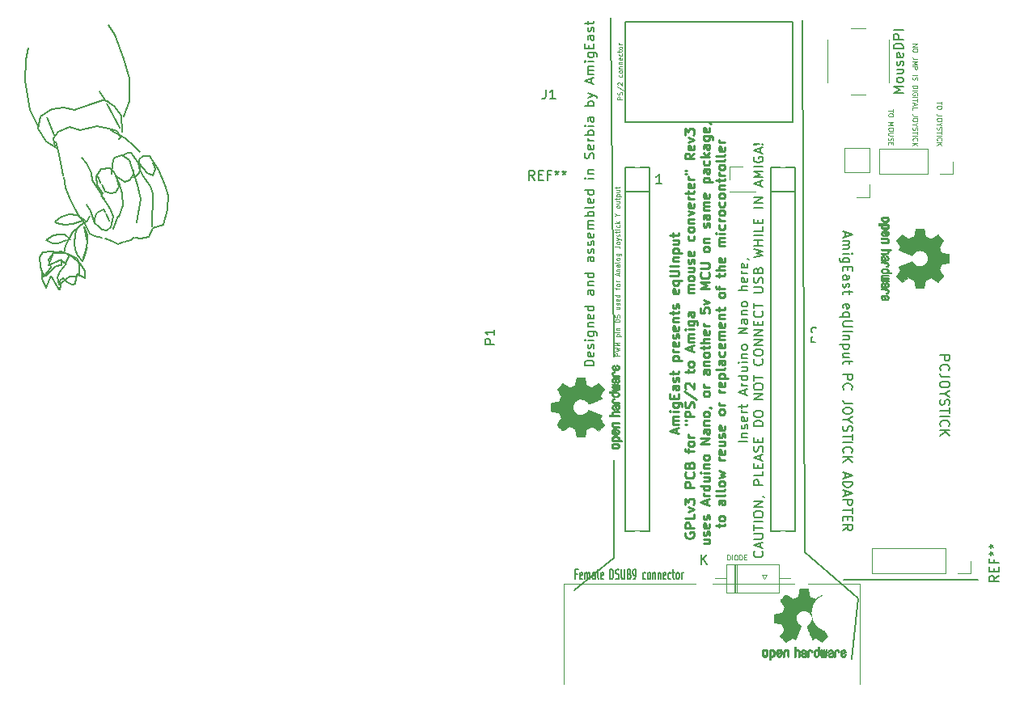
<source format=gbr>
%TF.GenerationSoftware,KiCad,Pcbnew,(6.0.2)*%
%TF.CreationDate,2024-04-06T20:18:03+01:00*%
%TF.ProjectId,amigaps2 revision1.6,616d6967-6170-4733-9220-726576697369,rev?*%
%TF.SameCoordinates,Original*%
%TF.FileFunction,Legend,Top*%
%TF.FilePolarity,Positive*%
%FSLAX46Y46*%
G04 Gerber Fmt 4.6, Leading zero omitted, Abs format (unit mm)*
G04 Created by KiCad (PCBNEW (6.0.2)) date 2024-04-06 20:18:03*
%MOMM*%
%LPD*%
G01*
G04 APERTURE LIST*
%ADD10C,0.150000*%
%ADD11C,0.250000*%
%ADD12C,0.050000*%
%ADD13C,0.100000*%
%ADD14C,0.125000*%
%ADD15C,0.120000*%
%ADD16C,0.010000*%
%ADD17O,2.032000X1.727200*%
%ADD18C,2.540000*%
%ADD19R,1.700000X1.700000*%
%ADD20O,1.700000X1.700000*%
%ADD21C,1.600000*%
%ADD22C,4.000000*%
%ADD23R,1.600000X1.600000*%
%ADD24R,1.800000X1.800000*%
%ADD25O,1.800000X1.800000*%
%ADD26C,1.524000*%
%ADD27C,3.300000*%
%ADD28C,2.000000*%
G04 APERTURE END LIST*
D10*
X84963000Y-70916800D02*
X85775800Y-71526400D01*
X87782400Y-68757800D02*
X87325200Y-69164200D01*
X80746600Y-81610200D02*
X80594200Y-82169000D01*
X83489800Y-62915800D02*
X84074000Y-63017400D01*
X82143600Y-76911200D02*
X81610200Y-75869800D01*
X81635600Y-80848200D02*
X81686400Y-81356200D01*
X87452200Y-77393800D02*
X88366600Y-77241400D01*
X81153000Y-76047600D02*
X80416400Y-76784200D01*
X89357200Y-70231000D02*
X88442800Y-68757800D01*
X82956400Y-71831200D02*
X83515200Y-72694800D01*
X77165200Y-81635600D02*
X77165200Y-81000600D01*
X81864200Y-75565000D02*
X81153000Y-76047600D01*
X87122000Y-69367400D02*
X86512400Y-68453000D01*
X81813400Y-77419200D02*
X81610200Y-76631800D01*
X80924400Y-81203800D02*
X80848200Y-81051400D01*
X81153000Y-66065400D02*
X82905600Y-65633600D01*
X82626200Y-75412600D02*
X82651600Y-75565000D01*
X80797400Y-76377800D02*
X80670400Y-77038200D01*
X88188800Y-70561200D02*
X88798400Y-70789800D01*
X78498700Y-75692000D02*
X79159100Y-75133200D01*
X88442800Y-68757800D02*
X87782400Y-68757800D01*
X137007600Y-110871000D02*
X137007600Y-100609400D01*
X82829400Y-70916800D02*
X82956400Y-71831200D01*
X80314800Y-82270600D02*
X79806800Y-82016600D01*
X83083400Y-76174600D02*
X83413600Y-76479400D01*
X85725000Y-58674000D02*
X84810600Y-56108600D01*
X81381600Y-81381600D02*
X80924400Y-81203800D01*
X84658200Y-63525400D02*
X83743800Y-62915800D01*
X79578200Y-78232000D02*
X79451200Y-78917800D01*
X82702400Y-75793600D02*
X83083400Y-76174600D01*
X83286600Y-71551800D02*
X83032600Y-70942200D01*
X87731600Y-70942200D02*
X88417400Y-71882000D01*
X86868000Y-77317600D02*
X87452200Y-77393800D01*
X86334600Y-71348600D02*
X86741000Y-70713600D01*
X88976200Y-70180200D02*
X88722200Y-69443600D01*
X83794600Y-72542400D02*
X84353400Y-72720200D01*
X82245200Y-74523600D02*
X82423000Y-75082400D01*
X87122000Y-71882000D02*
X86283800Y-69215000D01*
X86995000Y-70916800D02*
X86715600Y-70993000D01*
X81483200Y-79603600D02*
X81432400Y-79806800D01*
X87223600Y-69494400D02*
X87401400Y-70358000D01*
X80594200Y-78587600D02*
X80899000Y-79248000D01*
X84505800Y-69646800D02*
X84480400Y-70637400D01*
X80899000Y-79248000D02*
X81381600Y-79806800D01*
X81788000Y-73863200D02*
X82245200Y-74523600D01*
X88798400Y-70789800D02*
X88976200Y-70180200D01*
X82194400Y-75057000D02*
X81864200Y-75565000D01*
X76733400Y-65887600D02*
X76962000Y-64668400D01*
X81381600Y-79806800D02*
X81508600Y-79425800D01*
X81026000Y-81178400D02*
X81051400Y-80264000D01*
X78308200Y-78943200D02*
X79044800Y-78968600D01*
X85394800Y-66827400D02*
X85166200Y-67030600D01*
X89992200Y-71831200D02*
X89357200Y-70231000D01*
X75438000Y-58750200D02*
X75692000Y-57429400D01*
X78968600Y-82270600D02*
X80010000Y-81407000D01*
X80073500Y-74853800D02*
X80810100Y-75006200D01*
X80848200Y-79527400D02*
X80010000Y-79146400D01*
X175133000Y-113157000D02*
X161036000Y-113157000D01*
X79540100Y-75996800D02*
X78727300Y-75819000D01*
X81635600Y-79197200D02*
X81534000Y-79375000D01*
X80492600Y-74041000D02*
X80137000Y-73406000D01*
X81610200Y-75869800D02*
X80949800Y-75006200D01*
X77546200Y-77622400D02*
X78308200Y-77089000D01*
X83693000Y-73279000D02*
X83693000Y-73228200D01*
X85788500Y-77774800D02*
X86499700Y-77597000D01*
X78308200Y-77089000D02*
X78968600Y-76987400D01*
X85090000Y-78003400D02*
X85674200Y-77774800D01*
X75387200Y-60909200D02*
X75438000Y-58750200D01*
X77165200Y-81000600D02*
X77597000Y-81330800D01*
X86512400Y-68453000D02*
X86131400Y-68453000D01*
X79806800Y-82016600D02*
X79349600Y-81559400D01*
X83413600Y-71729600D02*
X83794600Y-72542400D01*
X84709000Y-70510400D02*
X84251800Y-70104000D01*
X79883000Y-77546200D02*
X80035400Y-77419200D01*
X83362800Y-72974200D02*
X83642200Y-73279000D01*
X83413600Y-77368400D02*
X82651600Y-77190600D01*
X84048600Y-73837800D02*
X83566000Y-73253600D01*
X80594200Y-82169000D02*
X80365600Y-82219800D01*
X82931000Y-74726800D02*
X82753200Y-75057000D01*
X84683600Y-68986400D02*
X84505800Y-69646800D01*
X82372200Y-71374000D02*
X82321400Y-70561200D01*
X80111600Y-77495400D02*
X79883000Y-77546200D01*
X88722200Y-76301600D02*
X89890600Y-75971400D01*
X80810100Y-75006200D02*
X81495900Y-75387200D01*
X81915000Y-77774800D02*
X81559400Y-76149200D01*
X156743400Y-54533800D02*
X157022800Y-110286800D01*
X79730600Y-77622400D02*
X78867000Y-77952600D01*
X81686400Y-81559400D02*
X81381600Y-81381600D01*
X77851000Y-80238600D02*
X78308200Y-78994000D01*
X76962000Y-64668400D02*
X78155800Y-63881000D01*
X84886800Y-72567800D02*
X85191600Y-72009000D01*
X81661000Y-76581000D02*
X81915000Y-77774800D01*
X78994000Y-82753200D02*
X78917800Y-82753200D01*
X87426800Y-68402200D02*
X86842600Y-67767200D01*
X85217000Y-71628000D02*
X84709000Y-70510400D01*
X87503000Y-73304400D02*
X87122000Y-71882000D01*
X83794600Y-77470000D02*
X84480400Y-77724000D01*
X79502000Y-77038200D02*
X80111600Y-77495400D01*
X78968600Y-76987400D02*
X79502000Y-77038200D01*
X83413600Y-76479400D02*
X83947000Y-76606400D01*
X85547200Y-72694800D02*
X85217000Y-71628000D01*
X78943200Y-68656200D02*
X78587600Y-67284600D01*
X78308200Y-66903600D02*
X78892400Y-66217800D01*
X86741000Y-70713600D02*
X86690200Y-70205600D01*
X79019400Y-80924400D02*
X78765400Y-81508600D01*
X81762600Y-78816200D02*
X81635600Y-79197200D01*
X79959200Y-77495400D02*
X79578200Y-78232000D01*
X77368400Y-81407000D02*
X78105000Y-80518000D01*
X78867000Y-77952600D02*
X78232000Y-77952600D01*
X84810600Y-56108600D02*
X84124800Y-55067200D01*
X87401400Y-70358000D02*
X87325200Y-70561200D01*
X78727300Y-75819000D02*
X78498700Y-75692000D01*
X80848200Y-81051400D02*
X80746600Y-81610200D01*
X78613000Y-80340200D02*
X79197200Y-80238600D01*
X89890600Y-75971400D02*
X90271600Y-74422000D01*
X85775800Y-71526400D02*
X86334600Y-71348600D01*
X78892400Y-66217800D02*
X80060800Y-65786000D01*
X84251800Y-70104000D02*
X83337400Y-70154800D01*
X162560000Y-115138200D02*
X161925000Y-121488200D01*
X90271600Y-74422000D02*
X90373200Y-72948800D01*
X81864200Y-77038200D02*
X81915000Y-77774800D01*
X85623400Y-73964800D02*
X85547200Y-72694800D01*
X79197200Y-79654400D02*
X77851000Y-80238600D01*
X83337400Y-70154800D02*
X82829400Y-70916800D01*
X88366600Y-77241400D02*
X88722200Y-76301600D01*
X82753200Y-75057000D02*
X82626200Y-75412600D01*
X79476600Y-63677800D02*
X80568800Y-63957200D01*
X86842600Y-67767200D02*
X85902800Y-66929000D01*
X84175600Y-75590400D02*
X83820000Y-74777600D01*
X80403700Y-75895200D02*
X79540100Y-75996800D01*
X81178400Y-80060800D02*
X81635600Y-80848200D01*
X81559400Y-76149200D02*
X81864200Y-77038200D01*
X78054200Y-81330800D02*
X77622400Y-82600800D01*
X84607400Y-75133200D02*
X84378800Y-74447400D01*
X78447900Y-66624200D02*
X77711300Y-64693800D01*
X86131400Y-68453000D02*
X85648800Y-68707000D01*
X81788000Y-69596000D02*
X81305400Y-68986400D01*
X85255100Y-65836800D02*
X83934300Y-63322200D01*
X78308200Y-78994000D02*
X79197200Y-78765400D01*
X76911200Y-79400400D02*
X77012800Y-80391000D01*
X80746600Y-81432400D02*
X81026000Y-81178400D01*
X82423000Y-75082400D02*
X82702400Y-75793600D01*
X87096600Y-75768200D02*
X87503000Y-73304400D01*
X79159100Y-75133200D02*
X80073500Y-74853800D01*
X85153500Y-75057000D02*
X84594700Y-76454000D01*
X82219800Y-63398400D02*
X83489800Y-62915800D01*
X81889600Y-78359000D02*
X81762600Y-78816200D01*
X136982200Y-89814400D02*
X136702800Y-54279800D01*
X80543400Y-77901800D02*
X80594200Y-78587600D01*
X132892800Y-114300000D02*
X137007600Y-110871000D01*
X81051400Y-80264000D02*
X80848200Y-79527400D01*
X79044800Y-78968600D02*
X79654400Y-78994000D01*
X80365600Y-76708000D02*
X80797400Y-76377800D01*
X77216000Y-78841600D02*
X76911200Y-79400400D01*
X87401400Y-70205600D02*
X87731600Y-70942200D01*
X79197200Y-78765400D02*
X80010000Y-79146400D01*
X84480400Y-77724000D02*
X85090000Y-78003400D01*
X78511400Y-67868800D02*
X78308200Y-66903600D01*
X80670400Y-77038200D02*
X80543400Y-77901800D01*
X85496400Y-64566800D02*
X84658200Y-63525400D01*
X77012800Y-80391000D02*
X77368400Y-81407000D01*
X77546200Y-67259200D02*
X76733400Y-65887600D01*
X80365600Y-82219800D02*
X80314800Y-82270600D01*
X81889600Y-77800200D02*
X81813400Y-77419200D01*
X83566000Y-74371200D02*
X82931000Y-74726800D01*
X78079600Y-78765400D02*
X77216000Y-78841600D01*
X79349600Y-81559400D02*
X79044800Y-81838800D01*
X79654400Y-78994000D02*
X80391000Y-79375000D01*
X81686400Y-81356200D02*
X81686400Y-81559400D01*
X78232000Y-77952600D02*
X77546200Y-77622400D01*
X84124800Y-65887600D02*
X85064600Y-66141600D01*
X85750400Y-64668400D02*
X86334600Y-63068200D01*
X79121000Y-79730600D02*
X79730600Y-80060800D01*
X79730600Y-80060800D02*
X79019400Y-80924400D01*
X83947000Y-76606400D02*
X84328000Y-76225400D01*
X80137000Y-73406000D02*
X79908400Y-72771000D01*
X81711800Y-78740000D02*
X81889600Y-77800200D01*
X79349600Y-70866000D02*
X78943200Y-68656200D01*
X79654400Y-72110600D02*
X79451200Y-71018400D01*
X80568800Y-63957200D02*
X82219800Y-63398400D01*
X83388200Y-72898000D02*
X82372200Y-71374000D01*
X157022800Y-110286800D02*
X162560000Y-115138200D01*
X78917800Y-82753200D02*
X78740000Y-82524600D01*
X85648800Y-68707000D02*
X85598000Y-68757800D01*
X78155800Y-63881000D02*
X79476600Y-63677800D01*
X85902800Y-66929000D02*
X84810600Y-66370200D01*
X80035400Y-77419200D02*
X80365600Y-76708000D01*
X83566000Y-73253600D02*
X83362800Y-72974200D01*
X81534000Y-79375000D02*
X81483200Y-79603600D01*
X77622400Y-82600800D02*
X77165200Y-81635600D01*
X78714600Y-67945000D02*
X77546200Y-67259200D01*
X87325200Y-69164200D02*
X87401400Y-70205600D01*
X87325200Y-70561200D02*
X86995000Y-70916800D01*
X84353400Y-72720200D02*
X84886800Y-72567800D01*
X82651600Y-77190600D02*
X82143600Y-76911200D01*
X86283800Y-69215000D02*
X85547200Y-68707000D01*
X85242400Y-75107800D02*
X85623400Y-73964800D01*
X80010000Y-81407000D02*
X80746600Y-81432400D01*
X79451200Y-78917800D02*
X78079600Y-78765400D01*
X86309200Y-60706000D02*
X85725000Y-58674000D01*
X78105000Y-80518000D02*
X77800200Y-79654400D01*
X80010000Y-79146400D02*
X79603600Y-80060800D01*
X79908400Y-72771000D02*
X79654400Y-72110600D01*
X81610200Y-76631800D02*
X81661000Y-76581000D01*
X84378800Y-74447400D02*
X84048600Y-73837800D01*
X86855300Y-77292200D02*
X86474300Y-77597000D01*
X88760300Y-72745600D02*
X88709500Y-76123800D01*
X80391000Y-79375000D02*
X81178400Y-80060800D01*
X83642200Y-73279000D02*
X83693000Y-73279000D01*
X80060800Y-65786000D02*
X81153000Y-66065400D01*
X90373200Y-72948800D02*
X89992200Y-71831200D01*
X84328000Y-76225400D02*
X84607400Y-75133200D01*
X85064600Y-66141600D02*
X85394800Y-66827400D01*
X81673700Y-75488800D02*
X80403700Y-75895200D01*
X80416400Y-76784200D02*
X79959200Y-77495400D01*
X83743800Y-62915800D02*
X83134200Y-62052200D01*
X82321400Y-70561200D02*
X81788000Y-69596000D01*
X85547200Y-66268600D02*
X85496400Y-64566800D01*
X86334600Y-63068200D02*
X86309200Y-60706000D01*
X82905600Y-65633600D02*
X84124800Y-65887600D01*
X79197200Y-80238600D02*
X79197200Y-79654400D01*
X79603600Y-80060800D02*
X79121000Y-79730600D01*
X77597000Y-81330800D02*
X78613000Y-80340200D01*
X78740000Y-82524600D02*
X78460600Y-81915000D01*
X75895200Y-63982600D02*
X75387200Y-60909200D01*
X88480900Y-71932800D02*
X88760300Y-72745600D01*
X87350600Y-69570600D02*
X88188800Y-70561200D01*
X79121000Y-82346800D02*
X78994000Y-82753200D01*
X85191600Y-72009000D02*
X85064600Y-71348600D01*
X80949800Y-75006200D02*
X80492600Y-74041000D01*
X78765400Y-81508600D02*
X78968600Y-82270600D01*
X81508600Y-79425800D02*
X81711800Y-78740000D01*
X76733400Y-65633600D02*
X75895200Y-63982600D01*
X77800200Y-79654400D02*
X78308200Y-78943200D01*
X81495900Y-75387200D02*
X81673700Y-75488800D01*
X79044800Y-81838800D02*
X79121000Y-82346800D01*
X78460600Y-81915000D02*
X78054200Y-81330800D01*
X83794600Y-74676000D02*
X83566000Y-74371200D01*
X84810600Y-66370200D02*
X84328000Y-66090800D01*
X85547200Y-68707000D02*
X84683600Y-68986400D01*
D11*
X143547666Y-97780761D02*
X143547666Y-97304571D01*
X143833380Y-97876000D02*
X142833380Y-97542666D01*
X143833380Y-97209333D01*
X143833380Y-96876000D02*
X143166714Y-96876000D01*
X143261952Y-96876000D02*
X143214333Y-96828380D01*
X143166714Y-96733142D01*
X143166714Y-96590285D01*
X143214333Y-96495047D01*
X143309571Y-96447428D01*
X143833380Y-96447428D01*
X143309571Y-96447428D02*
X143214333Y-96399809D01*
X143166714Y-96304571D01*
X143166714Y-96161714D01*
X143214333Y-96066476D01*
X143309571Y-96018857D01*
X143833380Y-96018857D01*
X143833380Y-95542666D02*
X143166714Y-95542666D01*
X142833380Y-95542666D02*
X142881000Y-95590285D01*
X142928619Y-95542666D01*
X142881000Y-95495047D01*
X142833380Y-95542666D01*
X142928619Y-95542666D01*
X143166714Y-94637904D02*
X143976238Y-94637904D01*
X144071476Y-94685523D01*
X144119095Y-94733142D01*
X144166714Y-94828380D01*
X144166714Y-94971238D01*
X144119095Y-95066476D01*
X143785761Y-94637904D02*
X143833380Y-94733142D01*
X143833380Y-94923619D01*
X143785761Y-95018857D01*
X143738142Y-95066476D01*
X143642904Y-95114095D01*
X143357190Y-95114095D01*
X143261952Y-95066476D01*
X143214333Y-95018857D01*
X143166714Y-94923619D01*
X143166714Y-94733142D01*
X143214333Y-94637904D01*
X143309571Y-94161714D02*
X143309571Y-93828380D01*
X143833380Y-93685523D02*
X143833380Y-94161714D01*
X142833380Y-94161714D01*
X142833380Y-93685523D01*
X143833380Y-92828380D02*
X143309571Y-92828380D01*
X143214333Y-92876000D01*
X143166714Y-92971238D01*
X143166714Y-93161714D01*
X143214333Y-93256952D01*
X143785761Y-92828380D02*
X143833380Y-92923619D01*
X143833380Y-93161714D01*
X143785761Y-93256952D01*
X143690523Y-93304571D01*
X143595285Y-93304571D01*
X143500047Y-93256952D01*
X143452428Y-93161714D01*
X143452428Y-92923619D01*
X143404809Y-92828380D01*
X143785761Y-92399809D02*
X143833380Y-92304571D01*
X143833380Y-92114095D01*
X143785761Y-92018857D01*
X143690523Y-91971238D01*
X143642904Y-91971238D01*
X143547666Y-92018857D01*
X143500047Y-92114095D01*
X143500047Y-92256952D01*
X143452428Y-92352190D01*
X143357190Y-92399809D01*
X143309571Y-92399809D01*
X143214333Y-92352190D01*
X143166714Y-92256952D01*
X143166714Y-92114095D01*
X143214333Y-92018857D01*
X143166714Y-91685523D02*
X143166714Y-91304571D01*
X142833380Y-91542666D02*
X143690523Y-91542666D01*
X143785761Y-91495047D01*
X143833380Y-91399809D01*
X143833380Y-91304571D01*
X143166714Y-90209333D02*
X144166714Y-90209333D01*
X143214333Y-90209333D02*
X143166714Y-90114095D01*
X143166714Y-89923619D01*
X143214333Y-89828380D01*
X143261952Y-89780761D01*
X143357190Y-89733142D01*
X143642904Y-89733142D01*
X143738142Y-89780761D01*
X143785761Y-89828380D01*
X143833380Y-89923619D01*
X143833380Y-90114095D01*
X143785761Y-90209333D01*
X143833380Y-89304571D02*
X143166714Y-89304571D01*
X143357190Y-89304571D02*
X143261952Y-89256952D01*
X143214333Y-89209333D01*
X143166714Y-89114095D01*
X143166714Y-89018857D01*
X143785761Y-88304571D02*
X143833380Y-88399809D01*
X143833380Y-88590285D01*
X143785761Y-88685523D01*
X143690523Y-88733142D01*
X143309571Y-88733142D01*
X143214333Y-88685523D01*
X143166714Y-88590285D01*
X143166714Y-88399809D01*
X143214333Y-88304571D01*
X143309571Y-88256952D01*
X143404809Y-88256952D01*
X143500047Y-88733142D01*
X143785761Y-87876000D02*
X143833380Y-87780761D01*
X143833380Y-87590285D01*
X143785761Y-87495047D01*
X143690523Y-87447428D01*
X143642904Y-87447428D01*
X143547666Y-87495047D01*
X143500047Y-87590285D01*
X143500047Y-87733142D01*
X143452428Y-87828380D01*
X143357190Y-87876000D01*
X143309571Y-87876000D01*
X143214333Y-87828380D01*
X143166714Y-87733142D01*
X143166714Y-87590285D01*
X143214333Y-87495047D01*
X143785761Y-86637904D02*
X143833380Y-86733142D01*
X143833380Y-86923619D01*
X143785761Y-87018857D01*
X143690523Y-87066476D01*
X143309571Y-87066476D01*
X143214333Y-87018857D01*
X143166714Y-86923619D01*
X143166714Y-86733142D01*
X143214333Y-86637904D01*
X143309571Y-86590285D01*
X143404809Y-86590285D01*
X143500047Y-87066476D01*
X143166714Y-86161714D02*
X143833380Y-86161714D01*
X143261952Y-86161714D02*
X143214333Y-86114095D01*
X143166714Y-86018857D01*
X143166714Y-85876000D01*
X143214333Y-85780761D01*
X143309571Y-85733142D01*
X143833380Y-85733142D01*
X143166714Y-85399809D02*
X143166714Y-85018857D01*
X142833380Y-85256952D02*
X143690523Y-85256952D01*
X143785761Y-85209333D01*
X143833380Y-85114095D01*
X143833380Y-85018857D01*
X143785761Y-84733142D02*
X143833380Y-84637904D01*
X143833380Y-84447428D01*
X143785761Y-84352190D01*
X143690523Y-84304571D01*
X143642904Y-84304571D01*
X143547666Y-84352190D01*
X143500047Y-84447428D01*
X143500047Y-84590285D01*
X143452428Y-84685523D01*
X143357190Y-84733142D01*
X143309571Y-84733142D01*
X143214333Y-84685523D01*
X143166714Y-84590285D01*
X143166714Y-84447428D01*
X143214333Y-84352190D01*
X143785761Y-82733142D02*
X143833380Y-82828380D01*
X143833380Y-83018857D01*
X143785761Y-83114095D01*
X143690523Y-83161714D01*
X143309571Y-83161714D01*
X143214333Y-83114095D01*
X143166714Y-83018857D01*
X143166714Y-82828380D01*
X143214333Y-82733142D01*
X143309571Y-82685523D01*
X143404809Y-82685523D01*
X143500047Y-83161714D01*
X143166714Y-81828380D02*
X144166714Y-81828380D01*
X143785761Y-81828380D02*
X143833380Y-81923619D01*
X143833380Y-82114095D01*
X143785761Y-82209333D01*
X143738142Y-82256952D01*
X143642904Y-82304571D01*
X143357190Y-82304571D01*
X143261952Y-82256952D01*
X143214333Y-82209333D01*
X143166714Y-82114095D01*
X143166714Y-81923619D01*
X143214333Y-81828380D01*
X142833380Y-81352190D02*
X143642904Y-81352190D01*
X143738142Y-81304571D01*
X143785761Y-81256952D01*
X143833380Y-81161714D01*
X143833380Y-80971238D01*
X143785761Y-80876000D01*
X143738142Y-80828380D01*
X143642904Y-80780761D01*
X142833380Y-80780761D01*
X143833380Y-80304571D02*
X142833380Y-80304571D01*
X143166714Y-79828380D02*
X143833380Y-79828380D01*
X143261952Y-79828380D02*
X143214333Y-79780761D01*
X143166714Y-79685523D01*
X143166714Y-79542666D01*
X143214333Y-79447428D01*
X143309571Y-79399809D01*
X143833380Y-79399809D01*
X143166714Y-78923619D02*
X144166714Y-78923619D01*
X143214333Y-78923619D02*
X143166714Y-78828380D01*
X143166714Y-78637904D01*
X143214333Y-78542666D01*
X143261952Y-78495047D01*
X143357190Y-78447428D01*
X143642904Y-78447428D01*
X143738142Y-78495047D01*
X143785761Y-78542666D01*
X143833380Y-78637904D01*
X143833380Y-78828380D01*
X143785761Y-78923619D01*
X143166714Y-77590285D02*
X143833380Y-77590285D01*
X143166714Y-78018857D02*
X143690523Y-78018857D01*
X143785761Y-77971238D01*
X143833380Y-77876000D01*
X143833380Y-77733142D01*
X143785761Y-77637904D01*
X143738142Y-77590285D01*
X143166714Y-77256952D02*
X143166714Y-76876000D01*
X142833380Y-77114095D02*
X143690523Y-77114095D01*
X143785761Y-77066476D01*
X143833380Y-76971238D01*
X143833380Y-76876000D01*
X144491000Y-108233142D02*
X144443380Y-108328380D01*
X144443380Y-108471238D01*
X144491000Y-108614095D01*
X144586238Y-108709333D01*
X144681476Y-108756952D01*
X144871952Y-108804571D01*
X145014809Y-108804571D01*
X145205285Y-108756952D01*
X145300523Y-108709333D01*
X145395761Y-108614095D01*
X145443380Y-108471238D01*
X145443380Y-108376000D01*
X145395761Y-108233142D01*
X145348142Y-108185523D01*
X145014809Y-108185523D01*
X145014809Y-108376000D01*
X145443380Y-107756952D02*
X144443380Y-107756952D01*
X144443380Y-107376000D01*
X144491000Y-107280761D01*
X144538619Y-107233142D01*
X144633857Y-107185523D01*
X144776714Y-107185523D01*
X144871952Y-107233142D01*
X144919571Y-107280761D01*
X144967190Y-107376000D01*
X144967190Y-107756952D01*
X145443380Y-106280761D02*
X145443380Y-106756952D01*
X144443380Y-106756952D01*
X144776714Y-106042666D02*
X145443380Y-105804571D01*
X144776714Y-105566476D01*
X144443380Y-105280761D02*
X144443380Y-104661714D01*
X144824333Y-104995047D01*
X144824333Y-104852190D01*
X144871952Y-104756952D01*
X144919571Y-104709333D01*
X145014809Y-104661714D01*
X145252904Y-104661714D01*
X145348142Y-104709333D01*
X145395761Y-104756952D01*
X145443380Y-104852190D01*
X145443380Y-105137904D01*
X145395761Y-105233142D01*
X145348142Y-105280761D01*
X145443380Y-103471238D02*
X144443380Y-103471238D01*
X144443380Y-103090285D01*
X144491000Y-102995047D01*
X144538619Y-102947428D01*
X144633857Y-102899809D01*
X144776714Y-102899809D01*
X144871952Y-102947428D01*
X144919571Y-102995047D01*
X144967190Y-103090285D01*
X144967190Y-103471238D01*
X145348142Y-101899809D02*
X145395761Y-101947428D01*
X145443380Y-102090285D01*
X145443380Y-102185523D01*
X145395761Y-102328380D01*
X145300523Y-102423619D01*
X145205285Y-102471238D01*
X145014809Y-102518857D01*
X144871952Y-102518857D01*
X144681476Y-102471238D01*
X144586238Y-102423619D01*
X144491000Y-102328380D01*
X144443380Y-102185523D01*
X144443380Y-102090285D01*
X144491000Y-101947428D01*
X144538619Y-101899809D01*
X144919571Y-101137904D02*
X144967190Y-100995047D01*
X145014809Y-100947428D01*
X145110047Y-100899809D01*
X145252904Y-100899809D01*
X145348142Y-100947428D01*
X145395761Y-100995047D01*
X145443380Y-101090285D01*
X145443380Y-101471238D01*
X144443380Y-101471238D01*
X144443380Y-101137904D01*
X144491000Y-101042666D01*
X144538619Y-100995047D01*
X144633857Y-100947428D01*
X144729095Y-100947428D01*
X144824333Y-100995047D01*
X144871952Y-101042666D01*
X144919571Y-101137904D01*
X144919571Y-101471238D01*
X144776714Y-99852190D02*
X144776714Y-99471238D01*
X145443380Y-99709333D02*
X144586238Y-99709333D01*
X144491000Y-99661714D01*
X144443380Y-99566476D01*
X144443380Y-99471238D01*
X145443380Y-98995047D02*
X145395761Y-99090285D01*
X145348142Y-99137904D01*
X145252904Y-99185523D01*
X144967190Y-99185523D01*
X144871952Y-99137904D01*
X144824333Y-99090285D01*
X144776714Y-98995047D01*
X144776714Y-98852190D01*
X144824333Y-98756952D01*
X144871952Y-98709333D01*
X144967190Y-98661714D01*
X145252904Y-98661714D01*
X145348142Y-98709333D01*
X145395761Y-98756952D01*
X145443380Y-98852190D01*
X145443380Y-98995047D01*
X145443380Y-98233142D02*
X144776714Y-98233142D01*
X144967190Y-98233142D02*
X144871952Y-98185523D01*
X144824333Y-98137904D01*
X144776714Y-98042666D01*
X144776714Y-97947428D01*
X144443380Y-96899809D02*
X144633857Y-96899809D01*
X144443380Y-96518857D02*
X144633857Y-96518857D01*
X145443380Y-96090285D02*
X144443380Y-96090285D01*
X144443380Y-95709333D01*
X144491000Y-95614095D01*
X144538619Y-95566476D01*
X144633857Y-95518857D01*
X144776714Y-95518857D01*
X144871952Y-95566476D01*
X144919571Y-95614095D01*
X144967190Y-95709333D01*
X144967190Y-96090285D01*
X145395761Y-95137904D02*
X145443380Y-94995047D01*
X145443380Y-94756952D01*
X145395761Y-94661714D01*
X145348142Y-94614095D01*
X145252904Y-94566476D01*
X145157666Y-94566476D01*
X145062428Y-94614095D01*
X145014809Y-94661714D01*
X144967190Y-94756952D01*
X144919571Y-94947428D01*
X144871952Y-95042666D01*
X144824333Y-95090285D01*
X144729095Y-95137904D01*
X144633857Y-95137904D01*
X144538619Y-95090285D01*
X144491000Y-95042666D01*
X144443380Y-94947428D01*
X144443380Y-94709333D01*
X144491000Y-94566476D01*
X144395761Y-93423619D02*
X145681476Y-94280761D01*
X144538619Y-93137904D02*
X144491000Y-93090285D01*
X144443380Y-92995047D01*
X144443380Y-92756952D01*
X144491000Y-92661714D01*
X144538619Y-92614095D01*
X144633857Y-92566476D01*
X144729095Y-92566476D01*
X144871952Y-92614095D01*
X145443380Y-93185523D01*
X145443380Y-92566476D01*
X144776714Y-91518857D02*
X144776714Y-91137904D01*
X144443380Y-91376000D02*
X145300523Y-91376000D01*
X145395761Y-91328380D01*
X145443380Y-91233142D01*
X145443380Y-91137904D01*
X145443380Y-90661714D02*
X145395761Y-90756952D01*
X145348142Y-90804571D01*
X145252904Y-90852190D01*
X144967190Y-90852190D01*
X144871952Y-90804571D01*
X144824333Y-90756952D01*
X144776714Y-90661714D01*
X144776714Y-90518857D01*
X144824333Y-90423619D01*
X144871952Y-90376000D01*
X144967190Y-90328380D01*
X145252904Y-90328380D01*
X145348142Y-90376000D01*
X145395761Y-90423619D01*
X145443380Y-90518857D01*
X145443380Y-90661714D01*
X145157666Y-89185523D02*
X145157666Y-88709333D01*
X145443380Y-89280761D02*
X144443380Y-88947428D01*
X145443380Y-88614095D01*
X145443380Y-88280761D02*
X144776714Y-88280761D01*
X144871952Y-88280761D02*
X144824333Y-88233142D01*
X144776714Y-88137904D01*
X144776714Y-87995047D01*
X144824333Y-87899809D01*
X144919571Y-87852190D01*
X145443380Y-87852190D01*
X144919571Y-87852190D02*
X144824333Y-87804571D01*
X144776714Y-87709333D01*
X144776714Y-87566476D01*
X144824333Y-87471238D01*
X144919571Y-87423619D01*
X145443380Y-87423619D01*
X145443380Y-86947428D02*
X144776714Y-86947428D01*
X144443380Y-86947428D02*
X144491000Y-86995047D01*
X144538619Y-86947428D01*
X144491000Y-86899809D01*
X144443380Y-86947428D01*
X144538619Y-86947428D01*
X144776714Y-86042666D02*
X145586238Y-86042666D01*
X145681476Y-86090285D01*
X145729095Y-86137904D01*
X145776714Y-86233142D01*
X145776714Y-86376000D01*
X145729095Y-86471238D01*
X145395761Y-86042666D02*
X145443380Y-86137904D01*
X145443380Y-86328380D01*
X145395761Y-86423619D01*
X145348142Y-86471238D01*
X145252904Y-86518857D01*
X144967190Y-86518857D01*
X144871952Y-86471238D01*
X144824333Y-86423619D01*
X144776714Y-86328380D01*
X144776714Y-86137904D01*
X144824333Y-86042666D01*
X145443380Y-85137904D02*
X144919571Y-85137904D01*
X144824333Y-85185523D01*
X144776714Y-85280761D01*
X144776714Y-85471238D01*
X144824333Y-85566476D01*
X145395761Y-85137904D02*
X145443380Y-85233142D01*
X145443380Y-85471238D01*
X145395761Y-85566476D01*
X145300523Y-85614095D01*
X145205285Y-85614095D01*
X145110047Y-85566476D01*
X145062428Y-85471238D01*
X145062428Y-85233142D01*
X145014809Y-85137904D01*
X145443380Y-83137904D02*
X144776714Y-83137904D01*
X144871952Y-83137904D02*
X144824333Y-83090285D01*
X144776714Y-82995047D01*
X144776714Y-82852190D01*
X144824333Y-82756952D01*
X144919571Y-82709333D01*
X145443380Y-82709333D01*
X144919571Y-82709333D02*
X144824333Y-82661714D01*
X144776714Y-82566476D01*
X144776714Y-82423619D01*
X144824333Y-82328380D01*
X144919571Y-82280761D01*
X145443380Y-82280761D01*
X145443380Y-81661714D02*
X145395761Y-81756952D01*
X145348142Y-81804571D01*
X145252904Y-81852190D01*
X144967190Y-81852190D01*
X144871952Y-81804571D01*
X144824333Y-81756952D01*
X144776714Y-81661714D01*
X144776714Y-81518857D01*
X144824333Y-81423619D01*
X144871952Y-81376000D01*
X144967190Y-81328380D01*
X145252904Y-81328380D01*
X145348142Y-81376000D01*
X145395761Y-81423619D01*
X145443380Y-81518857D01*
X145443380Y-81661714D01*
X144776714Y-80471238D02*
X145443380Y-80471238D01*
X144776714Y-80899809D02*
X145300523Y-80899809D01*
X145395761Y-80852190D01*
X145443380Y-80756952D01*
X145443380Y-80614095D01*
X145395761Y-80518857D01*
X145348142Y-80471238D01*
X145395761Y-80042666D02*
X145443380Y-79947428D01*
X145443380Y-79756952D01*
X145395761Y-79661714D01*
X145300523Y-79614095D01*
X145252904Y-79614095D01*
X145157666Y-79661714D01*
X145110047Y-79756952D01*
X145110047Y-79899809D01*
X145062428Y-79995047D01*
X144967190Y-80042666D01*
X144919571Y-80042666D01*
X144824333Y-79995047D01*
X144776714Y-79899809D01*
X144776714Y-79756952D01*
X144824333Y-79661714D01*
X145395761Y-78804571D02*
X145443380Y-78899809D01*
X145443380Y-79090285D01*
X145395761Y-79185523D01*
X145300523Y-79233142D01*
X144919571Y-79233142D01*
X144824333Y-79185523D01*
X144776714Y-79090285D01*
X144776714Y-78899809D01*
X144824333Y-78804571D01*
X144919571Y-78756952D01*
X145014809Y-78756952D01*
X145110047Y-79233142D01*
X145395761Y-77137904D02*
X145443380Y-77233142D01*
X145443380Y-77423619D01*
X145395761Y-77518857D01*
X145348142Y-77566476D01*
X145252904Y-77614095D01*
X144967190Y-77614095D01*
X144871952Y-77566476D01*
X144824333Y-77518857D01*
X144776714Y-77423619D01*
X144776714Y-77233142D01*
X144824333Y-77137904D01*
X145443380Y-76566476D02*
X145395761Y-76661714D01*
X145348142Y-76709333D01*
X145252904Y-76756952D01*
X144967190Y-76756952D01*
X144871952Y-76709333D01*
X144824333Y-76661714D01*
X144776714Y-76566476D01*
X144776714Y-76423619D01*
X144824333Y-76328380D01*
X144871952Y-76280761D01*
X144967190Y-76233142D01*
X145252904Y-76233142D01*
X145348142Y-76280761D01*
X145395761Y-76328380D01*
X145443380Y-76423619D01*
X145443380Y-76566476D01*
X144776714Y-75804571D02*
X145443380Y-75804571D01*
X144871952Y-75804571D02*
X144824333Y-75756952D01*
X144776714Y-75661714D01*
X144776714Y-75518857D01*
X144824333Y-75423619D01*
X144919571Y-75376000D01*
X145443380Y-75376000D01*
X144776714Y-74995047D02*
X145443380Y-74756952D01*
X144776714Y-74518857D01*
X145395761Y-73756952D02*
X145443380Y-73852190D01*
X145443380Y-74042666D01*
X145395761Y-74137904D01*
X145300523Y-74185523D01*
X144919571Y-74185523D01*
X144824333Y-74137904D01*
X144776714Y-74042666D01*
X144776714Y-73852190D01*
X144824333Y-73756952D01*
X144919571Y-73709333D01*
X145014809Y-73709333D01*
X145110047Y-74185523D01*
X145443380Y-73280761D02*
X144776714Y-73280761D01*
X144967190Y-73280761D02*
X144871952Y-73233142D01*
X144824333Y-73185523D01*
X144776714Y-73090285D01*
X144776714Y-72995047D01*
X144776714Y-72804571D02*
X144776714Y-72423619D01*
X144443380Y-72661714D02*
X145300523Y-72661714D01*
X145395761Y-72614095D01*
X145443380Y-72518857D01*
X145443380Y-72423619D01*
X145395761Y-71709333D02*
X145443380Y-71804571D01*
X145443380Y-71995047D01*
X145395761Y-72090285D01*
X145300523Y-72137904D01*
X144919571Y-72137904D01*
X144824333Y-72090285D01*
X144776714Y-71995047D01*
X144776714Y-71804571D01*
X144824333Y-71709333D01*
X144919571Y-71661714D01*
X145014809Y-71661714D01*
X145110047Y-72137904D01*
X145443380Y-71233142D02*
X144776714Y-71233142D01*
X144967190Y-71233142D02*
X144871952Y-71185523D01*
X144824333Y-71137904D01*
X144776714Y-71042666D01*
X144776714Y-70947428D01*
X144443380Y-70661714D02*
X144633857Y-70661714D01*
X144443380Y-70280761D02*
X144633857Y-70280761D01*
X145443380Y-68518857D02*
X144967190Y-68852190D01*
X145443380Y-69090285D02*
X144443380Y-69090285D01*
X144443380Y-68709333D01*
X144491000Y-68614095D01*
X144538619Y-68566476D01*
X144633857Y-68518857D01*
X144776714Y-68518857D01*
X144871952Y-68566476D01*
X144919571Y-68614095D01*
X144967190Y-68709333D01*
X144967190Y-69090285D01*
X145395761Y-67709333D02*
X145443380Y-67804571D01*
X145443380Y-67995047D01*
X145395761Y-68090285D01*
X145300523Y-68137904D01*
X144919571Y-68137904D01*
X144824333Y-68090285D01*
X144776714Y-67995047D01*
X144776714Y-67804571D01*
X144824333Y-67709333D01*
X144919571Y-67661714D01*
X145014809Y-67661714D01*
X145110047Y-68137904D01*
X144776714Y-67328380D02*
X145443380Y-67090285D01*
X144776714Y-66852190D01*
X144443380Y-66566476D02*
X144443380Y-65947428D01*
X144824333Y-66280761D01*
X144824333Y-66137904D01*
X144871952Y-66042666D01*
X144919571Y-65995047D01*
X145014809Y-65947428D01*
X145252904Y-65947428D01*
X145348142Y-65995047D01*
X145395761Y-66042666D01*
X145443380Y-66137904D01*
X145443380Y-66423619D01*
X145395761Y-66518857D01*
X145348142Y-66566476D01*
X146386714Y-108947428D02*
X147053380Y-108947428D01*
X146386714Y-109376000D02*
X146910523Y-109376000D01*
X147005761Y-109328380D01*
X147053380Y-109233142D01*
X147053380Y-109090285D01*
X147005761Y-108995047D01*
X146958142Y-108947428D01*
X147005761Y-108518857D02*
X147053380Y-108423619D01*
X147053380Y-108233142D01*
X147005761Y-108137904D01*
X146910523Y-108090285D01*
X146862904Y-108090285D01*
X146767666Y-108137904D01*
X146720047Y-108233142D01*
X146720047Y-108376000D01*
X146672428Y-108471238D01*
X146577190Y-108518857D01*
X146529571Y-108518857D01*
X146434333Y-108471238D01*
X146386714Y-108376000D01*
X146386714Y-108233142D01*
X146434333Y-108137904D01*
X147005761Y-107280761D02*
X147053380Y-107376000D01*
X147053380Y-107566476D01*
X147005761Y-107661714D01*
X146910523Y-107709333D01*
X146529571Y-107709333D01*
X146434333Y-107661714D01*
X146386714Y-107566476D01*
X146386714Y-107376000D01*
X146434333Y-107280761D01*
X146529571Y-107233142D01*
X146624809Y-107233142D01*
X146720047Y-107709333D01*
X147005761Y-106852190D02*
X147053380Y-106756952D01*
X147053380Y-106566476D01*
X147005761Y-106471238D01*
X146910523Y-106423619D01*
X146862904Y-106423619D01*
X146767666Y-106471238D01*
X146720047Y-106566476D01*
X146720047Y-106709333D01*
X146672428Y-106804571D01*
X146577190Y-106852190D01*
X146529571Y-106852190D01*
X146434333Y-106804571D01*
X146386714Y-106709333D01*
X146386714Y-106566476D01*
X146434333Y-106471238D01*
X146767666Y-105280761D02*
X146767666Y-104804571D01*
X147053380Y-105376000D02*
X146053380Y-105042666D01*
X147053380Y-104709333D01*
X147053380Y-104376000D02*
X146386714Y-104376000D01*
X146577190Y-104376000D02*
X146481952Y-104328380D01*
X146434333Y-104280761D01*
X146386714Y-104185523D01*
X146386714Y-104090285D01*
X147053380Y-103328380D02*
X146053380Y-103328380D01*
X147005761Y-103328380D02*
X147053380Y-103423619D01*
X147053380Y-103614095D01*
X147005761Y-103709333D01*
X146958142Y-103756952D01*
X146862904Y-103804571D01*
X146577190Y-103804571D01*
X146481952Y-103756952D01*
X146434333Y-103709333D01*
X146386714Y-103614095D01*
X146386714Y-103423619D01*
X146434333Y-103328380D01*
X146386714Y-102423619D02*
X147053380Y-102423619D01*
X146386714Y-102852190D02*
X146910523Y-102852190D01*
X147005761Y-102804571D01*
X147053380Y-102709333D01*
X147053380Y-102566476D01*
X147005761Y-102471238D01*
X146958142Y-102423619D01*
X147053380Y-101947428D02*
X146386714Y-101947428D01*
X146053380Y-101947428D02*
X146101000Y-101995047D01*
X146148619Y-101947428D01*
X146101000Y-101899809D01*
X146053380Y-101947428D01*
X146148619Y-101947428D01*
X146386714Y-101471238D02*
X147053380Y-101471238D01*
X146481952Y-101471238D02*
X146434333Y-101423619D01*
X146386714Y-101328380D01*
X146386714Y-101185523D01*
X146434333Y-101090285D01*
X146529571Y-101042666D01*
X147053380Y-101042666D01*
X147053380Y-100423619D02*
X147005761Y-100518857D01*
X146958142Y-100566476D01*
X146862904Y-100614095D01*
X146577190Y-100614095D01*
X146481952Y-100566476D01*
X146434333Y-100518857D01*
X146386714Y-100423619D01*
X146386714Y-100280761D01*
X146434333Y-100185523D01*
X146481952Y-100137904D01*
X146577190Y-100090285D01*
X146862904Y-100090285D01*
X146958142Y-100137904D01*
X147005761Y-100185523D01*
X147053380Y-100280761D01*
X147053380Y-100423619D01*
X147053380Y-98899809D02*
X146053380Y-98899809D01*
X147053380Y-98328380D01*
X146053380Y-98328380D01*
X147053380Y-97423619D02*
X146529571Y-97423619D01*
X146434333Y-97471238D01*
X146386714Y-97566476D01*
X146386714Y-97756952D01*
X146434333Y-97852190D01*
X147005761Y-97423619D02*
X147053380Y-97518857D01*
X147053380Y-97756952D01*
X147005761Y-97852190D01*
X146910523Y-97899809D01*
X146815285Y-97899809D01*
X146720047Y-97852190D01*
X146672428Y-97756952D01*
X146672428Y-97518857D01*
X146624809Y-97423619D01*
X146386714Y-96947428D02*
X147053380Y-96947428D01*
X146481952Y-96947428D02*
X146434333Y-96899809D01*
X146386714Y-96804571D01*
X146386714Y-96661714D01*
X146434333Y-96566476D01*
X146529571Y-96518857D01*
X147053380Y-96518857D01*
X147053380Y-95899809D02*
X147005761Y-95995047D01*
X146958142Y-96042666D01*
X146862904Y-96090285D01*
X146577190Y-96090285D01*
X146481952Y-96042666D01*
X146434333Y-95995047D01*
X146386714Y-95899809D01*
X146386714Y-95756952D01*
X146434333Y-95661714D01*
X146481952Y-95614095D01*
X146577190Y-95566476D01*
X146862904Y-95566476D01*
X146958142Y-95614095D01*
X147005761Y-95661714D01*
X147053380Y-95756952D01*
X147053380Y-95899809D01*
X147005761Y-95090285D02*
X147053380Y-95090285D01*
X147148619Y-95137904D01*
X147196238Y-95185523D01*
X147053380Y-93756952D02*
X147005761Y-93852190D01*
X146958142Y-93899809D01*
X146862904Y-93947428D01*
X146577190Y-93947428D01*
X146481952Y-93899809D01*
X146434333Y-93852190D01*
X146386714Y-93756952D01*
X146386714Y-93614095D01*
X146434333Y-93518857D01*
X146481952Y-93471238D01*
X146577190Y-93423619D01*
X146862904Y-93423619D01*
X146958142Y-93471238D01*
X147005761Y-93518857D01*
X147053380Y-93614095D01*
X147053380Y-93756952D01*
X147053380Y-92995047D02*
X146386714Y-92995047D01*
X146577190Y-92995047D02*
X146481952Y-92947428D01*
X146434333Y-92899809D01*
X146386714Y-92804571D01*
X146386714Y-92709333D01*
X147053380Y-91185523D02*
X146529571Y-91185523D01*
X146434333Y-91233142D01*
X146386714Y-91328380D01*
X146386714Y-91518857D01*
X146434333Y-91614095D01*
X147005761Y-91185523D02*
X147053380Y-91280761D01*
X147053380Y-91518857D01*
X147005761Y-91614095D01*
X146910523Y-91661714D01*
X146815285Y-91661714D01*
X146720047Y-91614095D01*
X146672428Y-91518857D01*
X146672428Y-91280761D01*
X146624809Y-91185523D01*
X146386714Y-90709333D02*
X147053380Y-90709333D01*
X146481952Y-90709333D02*
X146434333Y-90661714D01*
X146386714Y-90566476D01*
X146386714Y-90423619D01*
X146434333Y-90328380D01*
X146529571Y-90280761D01*
X147053380Y-90280761D01*
X147053380Y-89661714D02*
X147005761Y-89756952D01*
X146958142Y-89804571D01*
X146862904Y-89852190D01*
X146577190Y-89852190D01*
X146481952Y-89804571D01*
X146434333Y-89756952D01*
X146386714Y-89661714D01*
X146386714Y-89518857D01*
X146434333Y-89423619D01*
X146481952Y-89376000D01*
X146577190Y-89328380D01*
X146862904Y-89328380D01*
X146958142Y-89376000D01*
X147005761Y-89423619D01*
X147053380Y-89518857D01*
X147053380Y-89661714D01*
X146386714Y-89042666D02*
X146386714Y-88661714D01*
X146053380Y-88899809D02*
X146910523Y-88899809D01*
X147005761Y-88852190D01*
X147053380Y-88756952D01*
X147053380Y-88661714D01*
X147053380Y-88328380D02*
X146053380Y-88328380D01*
X147053380Y-87899809D02*
X146529571Y-87899809D01*
X146434333Y-87947428D01*
X146386714Y-88042666D01*
X146386714Y-88185523D01*
X146434333Y-88280761D01*
X146481952Y-88328380D01*
X147005761Y-87042666D02*
X147053380Y-87137904D01*
X147053380Y-87328380D01*
X147005761Y-87423619D01*
X146910523Y-87471238D01*
X146529571Y-87471238D01*
X146434333Y-87423619D01*
X146386714Y-87328380D01*
X146386714Y-87137904D01*
X146434333Y-87042666D01*
X146529571Y-86995047D01*
X146624809Y-86995047D01*
X146720047Y-87471238D01*
X147053380Y-86566476D02*
X146386714Y-86566476D01*
X146577190Y-86566476D02*
X146481952Y-86518857D01*
X146434333Y-86471238D01*
X146386714Y-86376000D01*
X146386714Y-86280761D01*
X146053380Y-84709333D02*
X146053380Y-85185523D01*
X146529571Y-85233142D01*
X146481952Y-85185523D01*
X146434333Y-85090285D01*
X146434333Y-84852190D01*
X146481952Y-84756952D01*
X146529571Y-84709333D01*
X146624809Y-84661714D01*
X146862904Y-84661714D01*
X146958142Y-84709333D01*
X147005761Y-84756952D01*
X147053380Y-84852190D01*
X147053380Y-85090285D01*
X147005761Y-85185523D01*
X146958142Y-85233142D01*
X146386714Y-84328380D02*
X147053380Y-84090285D01*
X146386714Y-83852190D01*
X147053380Y-82709333D02*
X146053380Y-82709333D01*
X146767666Y-82376000D01*
X146053380Y-82042666D01*
X147053380Y-82042666D01*
X146958142Y-80995047D02*
X147005761Y-81042666D01*
X147053380Y-81185523D01*
X147053380Y-81280761D01*
X147005761Y-81423619D01*
X146910523Y-81518857D01*
X146815285Y-81566476D01*
X146624809Y-81614095D01*
X146481952Y-81614095D01*
X146291476Y-81566476D01*
X146196238Y-81518857D01*
X146101000Y-81423619D01*
X146053380Y-81280761D01*
X146053380Y-81185523D01*
X146101000Y-81042666D01*
X146148619Y-80995047D01*
X146053380Y-80566476D02*
X146862904Y-80566476D01*
X146958142Y-80518857D01*
X147005761Y-80471238D01*
X147053380Y-80376000D01*
X147053380Y-80185523D01*
X147005761Y-80090285D01*
X146958142Y-80042666D01*
X146862904Y-79995047D01*
X146053380Y-79995047D01*
X147053380Y-78614095D02*
X147005761Y-78709333D01*
X146958142Y-78756952D01*
X146862904Y-78804571D01*
X146577190Y-78804571D01*
X146481952Y-78756952D01*
X146434333Y-78709333D01*
X146386714Y-78614095D01*
X146386714Y-78471238D01*
X146434333Y-78376000D01*
X146481952Y-78328380D01*
X146577190Y-78280761D01*
X146862904Y-78280761D01*
X146958142Y-78328380D01*
X147005761Y-78376000D01*
X147053380Y-78471238D01*
X147053380Y-78614095D01*
X146386714Y-77852190D02*
X147053380Y-77852190D01*
X146481952Y-77852190D02*
X146434333Y-77804571D01*
X146386714Y-77709333D01*
X146386714Y-77566476D01*
X146434333Y-77471238D01*
X146529571Y-77423619D01*
X147053380Y-77423619D01*
X147005761Y-76233142D02*
X147053380Y-76137904D01*
X147053380Y-75947428D01*
X147005761Y-75852190D01*
X146910523Y-75804571D01*
X146862904Y-75804571D01*
X146767666Y-75852190D01*
X146720047Y-75947428D01*
X146720047Y-76090285D01*
X146672428Y-76185523D01*
X146577190Y-76233142D01*
X146529571Y-76233142D01*
X146434333Y-76185523D01*
X146386714Y-76090285D01*
X146386714Y-75947428D01*
X146434333Y-75852190D01*
X147053380Y-74947428D02*
X146529571Y-74947428D01*
X146434333Y-74995047D01*
X146386714Y-75090285D01*
X146386714Y-75280761D01*
X146434333Y-75376000D01*
X147005761Y-74947428D02*
X147053380Y-75042666D01*
X147053380Y-75280761D01*
X147005761Y-75376000D01*
X146910523Y-75423619D01*
X146815285Y-75423619D01*
X146720047Y-75376000D01*
X146672428Y-75280761D01*
X146672428Y-75042666D01*
X146624809Y-74947428D01*
X147053380Y-74471238D02*
X146386714Y-74471238D01*
X146481952Y-74471238D02*
X146434333Y-74423619D01*
X146386714Y-74328380D01*
X146386714Y-74185523D01*
X146434333Y-74090285D01*
X146529571Y-74042666D01*
X147053380Y-74042666D01*
X146529571Y-74042666D02*
X146434333Y-73995047D01*
X146386714Y-73899809D01*
X146386714Y-73756952D01*
X146434333Y-73661714D01*
X146529571Y-73614095D01*
X147053380Y-73614095D01*
X147005761Y-72756952D02*
X147053380Y-72852190D01*
X147053380Y-73042666D01*
X147005761Y-73137904D01*
X146910523Y-73185523D01*
X146529571Y-73185523D01*
X146434333Y-73137904D01*
X146386714Y-73042666D01*
X146386714Y-72852190D01*
X146434333Y-72756952D01*
X146529571Y-72709333D01*
X146624809Y-72709333D01*
X146720047Y-73185523D01*
X146386714Y-71518857D02*
X147386714Y-71518857D01*
X146434333Y-71518857D02*
X146386714Y-71423619D01*
X146386714Y-71233142D01*
X146434333Y-71137904D01*
X146481952Y-71090285D01*
X146577190Y-71042666D01*
X146862904Y-71042666D01*
X146958142Y-71090285D01*
X147005761Y-71137904D01*
X147053380Y-71233142D01*
X147053380Y-71423619D01*
X147005761Y-71518857D01*
X147053380Y-70185523D02*
X146529571Y-70185523D01*
X146434333Y-70233142D01*
X146386714Y-70328380D01*
X146386714Y-70518857D01*
X146434333Y-70614095D01*
X147005761Y-70185523D02*
X147053380Y-70280761D01*
X147053380Y-70518857D01*
X147005761Y-70614095D01*
X146910523Y-70661714D01*
X146815285Y-70661714D01*
X146720047Y-70614095D01*
X146672428Y-70518857D01*
X146672428Y-70280761D01*
X146624809Y-70185523D01*
X147005761Y-69280761D02*
X147053380Y-69376000D01*
X147053380Y-69566476D01*
X147005761Y-69661714D01*
X146958142Y-69709333D01*
X146862904Y-69756952D01*
X146577190Y-69756952D01*
X146481952Y-69709333D01*
X146434333Y-69661714D01*
X146386714Y-69566476D01*
X146386714Y-69376000D01*
X146434333Y-69280761D01*
X147053380Y-68852190D02*
X146053380Y-68852190D01*
X146672428Y-68756952D02*
X147053380Y-68471238D01*
X146386714Y-68471238D02*
X146767666Y-68852190D01*
X147053380Y-67614095D02*
X146529571Y-67614095D01*
X146434333Y-67661714D01*
X146386714Y-67756952D01*
X146386714Y-67947428D01*
X146434333Y-68042666D01*
X147005761Y-67614095D02*
X147053380Y-67709333D01*
X147053380Y-67947428D01*
X147005761Y-68042666D01*
X146910523Y-68090285D01*
X146815285Y-68090285D01*
X146720047Y-68042666D01*
X146672428Y-67947428D01*
X146672428Y-67709333D01*
X146624809Y-67614095D01*
X146386714Y-66709333D02*
X147196238Y-66709333D01*
X147291476Y-66756952D01*
X147339095Y-66804571D01*
X147386714Y-66899809D01*
X147386714Y-67042666D01*
X147339095Y-67137904D01*
X147005761Y-66709333D02*
X147053380Y-66804571D01*
X147053380Y-66995047D01*
X147005761Y-67090285D01*
X146958142Y-67137904D01*
X146862904Y-67185523D01*
X146577190Y-67185523D01*
X146481952Y-67137904D01*
X146434333Y-67090285D01*
X146386714Y-66995047D01*
X146386714Y-66804571D01*
X146434333Y-66709333D01*
X147005761Y-65852190D02*
X147053380Y-65947428D01*
X147053380Y-66137904D01*
X147005761Y-66233142D01*
X146910523Y-66280761D01*
X146529571Y-66280761D01*
X146434333Y-66233142D01*
X146386714Y-66137904D01*
X146386714Y-65947428D01*
X146434333Y-65852190D01*
X146529571Y-65804571D01*
X146624809Y-65804571D01*
X146720047Y-66280761D01*
X147005761Y-65328380D02*
X147053380Y-65328380D01*
X147148619Y-65376000D01*
X147196238Y-65423619D01*
X147996714Y-107661714D02*
X147996714Y-107280761D01*
X147663380Y-107518857D02*
X148520523Y-107518857D01*
X148615761Y-107471238D01*
X148663380Y-107376000D01*
X148663380Y-107280761D01*
X148663380Y-106804571D02*
X148615761Y-106899809D01*
X148568142Y-106947428D01*
X148472904Y-106995047D01*
X148187190Y-106995047D01*
X148091952Y-106947428D01*
X148044333Y-106899809D01*
X147996714Y-106804571D01*
X147996714Y-106661714D01*
X148044333Y-106566476D01*
X148091952Y-106518857D01*
X148187190Y-106471238D01*
X148472904Y-106471238D01*
X148568142Y-106518857D01*
X148615761Y-106566476D01*
X148663380Y-106661714D01*
X148663380Y-106804571D01*
X148663380Y-104852190D02*
X148139571Y-104852190D01*
X148044333Y-104899809D01*
X147996714Y-104995047D01*
X147996714Y-105185523D01*
X148044333Y-105280761D01*
X148615761Y-104852190D02*
X148663380Y-104947428D01*
X148663380Y-105185523D01*
X148615761Y-105280761D01*
X148520523Y-105328380D01*
X148425285Y-105328380D01*
X148330047Y-105280761D01*
X148282428Y-105185523D01*
X148282428Y-104947428D01*
X148234809Y-104852190D01*
X148663380Y-104233142D02*
X148615761Y-104328380D01*
X148520523Y-104376000D01*
X147663380Y-104376000D01*
X148663380Y-103709333D02*
X148615761Y-103804571D01*
X148520523Y-103852190D01*
X147663380Y-103852190D01*
X148663380Y-103185523D02*
X148615761Y-103280761D01*
X148568142Y-103328380D01*
X148472904Y-103376000D01*
X148187190Y-103376000D01*
X148091952Y-103328380D01*
X148044333Y-103280761D01*
X147996714Y-103185523D01*
X147996714Y-103042666D01*
X148044333Y-102947428D01*
X148091952Y-102899809D01*
X148187190Y-102852190D01*
X148472904Y-102852190D01*
X148568142Y-102899809D01*
X148615761Y-102947428D01*
X148663380Y-103042666D01*
X148663380Y-103185523D01*
X147996714Y-102518857D02*
X148663380Y-102328380D01*
X148187190Y-102137904D01*
X148663380Y-101947428D01*
X147996714Y-101756952D01*
X148663380Y-100614095D02*
X147996714Y-100614095D01*
X148187190Y-100614095D02*
X148091952Y-100566476D01*
X148044333Y-100518857D01*
X147996714Y-100423619D01*
X147996714Y-100328380D01*
X148615761Y-99614095D02*
X148663380Y-99709333D01*
X148663380Y-99899809D01*
X148615761Y-99995047D01*
X148520523Y-100042666D01*
X148139571Y-100042666D01*
X148044333Y-99995047D01*
X147996714Y-99899809D01*
X147996714Y-99709333D01*
X148044333Y-99614095D01*
X148139571Y-99566476D01*
X148234809Y-99566476D01*
X148330047Y-100042666D01*
X147996714Y-98709333D02*
X148663380Y-98709333D01*
X147996714Y-99137904D02*
X148520523Y-99137904D01*
X148615761Y-99090285D01*
X148663380Y-98995047D01*
X148663380Y-98852190D01*
X148615761Y-98756952D01*
X148568142Y-98709333D01*
X148615761Y-98280761D02*
X148663380Y-98185523D01*
X148663380Y-97995047D01*
X148615761Y-97899809D01*
X148520523Y-97852190D01*
X148472904Y-97852190D01*
X148377666Y-97899809D01*
X148330047Y-97995047D01*
X148330047Y-98137904D01*
X148282428Y-98233142D01*
X148187190Y-98280761D01*
X148139571Y-98280761D01*
X148044333Y-98233142D01*
X147996714Y-98137904D01*
X147996714Y-97995047D01*
X148044333Y-97899809D01*
X148615761Y-97042666D02*
X148663380Y-97137904D01*
X148663380Y-97328380D01*
X148615761Y-97423619D01*
X148520523Y-97471238D01*
X148139571Y-97471238D01*
X148044333Y-97423619D01*
X147996714Y-97328380D01*
X147996714Y-97137904D01*
X148044333Y-97042666D01*
X148139571Y-96995047D01*
X148234809Y-96995047D01*
X148330047Y-97471238D01*
X148663380Y-95661714D02*
X148615761Y-95756952D01*
X148568142Y-95804571D01*
X148472904Y-95852190D01*
X148187190Y-95852190D01*
X148091952Y-95804571D01*
X148044333Y-95756952D01*
X147996714Y-95661714D01*
X147996714Y-95518857D01*
X148044333Y-95423619D01*
X148091952Y-95376000D01*
X148187190Y-95328380D01*
X148472904Y-95328380D01*
X148568142Y-95376000D01*
X148615761Y-95423619D01*
X148663380Y-95518857D01*
X148663380Y-95661714D01*
X148663380Y-94899809D02*
X147996714Y-94899809D01*
X148187190Y-94899809D02*
X148091952Y-94852190D01*
X148044333Y-94804571D01*
X147996714Y-94709333D01*
X147996714Y-94614095D01*
X148663380Y-93518857D02*
X147996714Y-93518857D01*
X148187190Y-93518857D02*
X148091952Y-93471238D01*
X148044333Y-93423619D01*
X147996714Y-93328380D01*
X147996714Y-93233142D01*
X148615761Y-92518857D02*
X148663380Y-92614095D01*
X148663380Y-92804571D01*
X148615761Y-92899809D01*
X148520523Y-92947428D01*
X148139571Y-92947428D01*
X148044333Y-92899809D01*
X147996714Y-92804571D01*
X147996714Y-92614095D01*
X148044333Y-92518857D01*
X148139571Y-92471238D01*
X148234809Y-92471238D01*
X148330047Y-92947428D01*
X147996714Y-92042666D02*
X148996714Y-92042666D01*
X148044333Y-92042666D02*
X147996714Y-91947428D01*
X147996714Y-91756952D01*
X148044333Y-91661714D01*
X148091952Y-91614095D01*
X148187190Y-91566476D01*
X148472904Y-91566476D01*
X148568142Y-91614095D01*
X148615761Y-91661714D01*
X148663380Y-91756952D01*
X148663380Y-91947428D01*
X148615761Y-92042666D01*
X148663380Y-90995047D02*
X148615761Y-91090285D01*
X148520523Y-91137904D01*
X147663380Y-91137904D01*
X148663380Y-90185523D02*
X148139571Y-90185523D01*
X148044333Y-90233142D01*
X147996714Y-90328380D01*
X147996714Y-90518857D01*
X148044333Y-90614095D01*
X148615761Y-90185523D02*
X148663380Y-90280761D01*
X148663380Y-90518857D01*
X148615761Y-90614095D01*
X148520523Y-90661714D01*
X148425285Y-90661714D01*
X148330047Y-90614095D01*
X148282428Y-90518857D01*
X148282428Y-90280761D01*
X148234809Y-90185523D01*
X148615761Y-89280761D02*
X148663380Y-89376000D01*
X148663380Y-89566476D01*
X148615761Y-89661714D01*
X148568142Y-89709333D01*
X148472904Y-89756952D01*
X148187190Y-89756952D01*
X148091952Y-89709333D01*
X148044333Y-89661714D01*
X147996714Y-89566476D01*
X147996714Y-89376000D01*
X148044333Y-89280761D01*
X148615761Y-88471238D02*
X148663380Y-88566476D01*
X148663380Y-88756952D01*
X148615761Y-88852190D01*
X148520523Y-88899809D01*
X148139571Y-88899809D01*
X148044333Y-88852190D01*
X147996714Y-88756952D01*
X147996714Y-88566476D01*
X148044333Y-88471238D01*
X148139571Y-88423619D01*
X148234809Y-88423619D01*
X148330047Y-88899809D01*
X148663380Y-87995047D02*
X147996714Y-87995047D01*
X148091952Y-87995047D02*
X148044333Y-87947428D01*
X147996714Y-87852190D01*
X147996714Y-87709333D01*
X148044333Y-87614095D01*
X148139571Y-87566476D01*
X148663380Y-87566476D01*
X148139571Y-87566476D02*
X148044333Y-87518857D01*
X147996714Y-87423619D01*
X147996714Y-87280761D01*
X148044333Y-87185523D01*
X148139571Y-87137904D01*
X148663380Y-87137904D01*
X148615761Y-86280761D02*
X148663380Y-86376000D01*
X148663380Y-86566476D01*
X148615761Y-86661714D01*
X148520523Y-86709333D01*
X148139571Y-86709333D01*
X148044333Y-86661714D01*
X147996714Y-86566476D01*
X147996714Y-86376000D01*
X148044333Y-86280761D01*
X148139571Y-86233142D01*
X148234809Y-86233142D01*
X148330047Y-86709333D01*
X147996714Y-85804571D02*
X148663380Y-85804571D01*
X148091952Y-85804571D02*
X148044333Y-85756952D01*
X147996714Y-85661714D01*
X147996714Y-85518857D01*
X148044333Y-85423619D01*
X148139571Y-85376000D01*
X148663380Y-85376000D01*
X147996714Y-85042666D02*
X147996714Y-84661714D01*
X147663380Y-84899809D02*
X148520523Y-84899809D01*
X148615761Y-84852190D01*
X148663380Y-84756952D01*
X148663380Y-84661714D01*
X148663380Y-83423619D02*
X148615761Y-83518857D01*
X148568142Y-83566476D01*
X148472904Y-83614095D01*
X148187190Y-83614095D01*
X148091952Y-83566476D01*
X148044333Y-83518857D01*
X147996714Y-83423619D01*
X147996714Y-83280761D01*
X148044333Y-83185523D01*
X148091952Y-83137904D01*
X148187190Y-83090285D01*
X148472904Y-83090285D01*
X148568142Y-83137904D01*
X148615761Y-83185523D01*
X148663380Y-83280761D01*
X148663380Y-83423619D01*
X147996714Y-82804571D02*
X147996714Y-82423619D01*
X148663380Y-82661714D02*
X147806238Y-82661714D01*
X147711000Y-82614095D01*
X147663380Y-82518857D01*
X147663380Y-82423619D01*
X147996714Y-81471238D02*
X147996714Y-81090285D01*
X147663380Y-81328380D02*
X148520523Y-81328380D01*
X148615761Y-81280761D01*
X148663380Y-81185523D01*
X148663380Y-81090285D01*
X148663380Y-80756952D02*
X147663380Y-80756952D01*
X148663380Y-80328380D02*
X148139571Y-80328380D01*
X148044333Y-80376000D01*
X147996714Y-80471238D01*
X147996714Y-80614095D01*
X148044333Y-80709333D01*
X148091952Y-80756952D01*
X148615761Y-79471238D02*
X148663380Y-79566476D01*
X148663380Y-79756952D01*
X148615761Y-79852190D01*
X148520523Y-79899809D01*
X148139571Y-79899809D01*
X148044333Y-79852190D01*
X147996714Y-79756952D01*
X147996714Y-79566476D01*
X148044333Y-79471238D01*
X148139571Y-79423619D01*
X148234809Y-79423619D01*
X148330047Y-79899809D01*
X148663380Y-78233142D02*
X147996714Y-78233142D01*
X148091952Y-78233142D02*
X148044333Y-78185523D01*
X147996714Y-78090285D01*
X147996714Y-77947428D01*
X148044333Y-77852190D01*
X148139571Y-77804571D01*
X148663380Y-77804571D01*
X148139571Y-77804571D02*
X148044333Y-77756952D01*
X147996714Y-77661714D01*
X147996714Y-77518857D01*
X148044333Y-77423619D01*
X148139571Y-77376000D01*
X148663380Y-77376000D01*
X148663380Y-76899809D02*
X147996714Y-76899809D01*
X147663380Y-76899809D02*
X147711000Y-76947428D01*
X147758619Y-76899809D01*
X147711000Y-76852190D01*
X147663380Y-76899809D01*
X147758619Y-76899809D01*
X148615761Y-75995047D02*
X148663380Y-76090285D01*
X148663380Y-76280761D01*
X148615761Y-76376000D01*
X148568142Y-76423619D01*
X148472904Y-76471238D01*
X148187190Y-76471238D01*
X148091952Y-76423619D01*
X148044333Y-76376000D01*
X147996714Y-76280761D01*
X147996714Y-76090285D01*
X148044333Y-75995047D01*
X148663380Y-75566476D02*
X147996714Y-75566476D01*
X148187190Y-75566476D02*
X148091952Y-75518857D01*
X148044333Y-75471238D01*
X147996714Y-75376000D01*
X147996714Y-75280761D01*
X148663380Y-74804571D02*
X148615761Y-74899809D01*
X148568142Y-74947428D01*
X148472904Y-74995047D01*
X148187190Y-74995047D01*
X148091952Y-74947428D01*
X148044333Y-74899809D01*
X147996714Y-74804571D01*
X147996714Y-74661714D01*
X148044333Y-74566476D01*
X148091952Y-74518857D01*
X148187190Y-74471238D01*
X148472904Y-74471238D01*
X148568142Y-74518857D01*
X148615761Y-74566476D01*
X148663380Y-74661714D01*
X148663380Y-74804571D01*
X148615761Y-73614095D02*
X148663380Y-73709333D01*
X148663380Y-73899809D01*
X148615761Y-73995047D01*
X148568142Y-74042666D01*
X148472904Y-74090285D01*
X148187190Y-74090285D01*
X148091952Y-74042666D01*
X148044333Y-73995047D01*
X147996714Y-73899809D01*
X147996714Y-73709333D01*
X148044333Y-73614095D01*
X148663380Y-73042666D02*
X148615761Y-73137904D01*
X148568142Y-73185523D01*
X148472904Y-73233142D01*
X148187190Y-73233142D01*
X148091952Y-73185523D01*
X148044333Y-73137904D01*
X147996714Y-73042666D01*
X147996714Y-72899809D01*
X148044333Y-72804571D01*
X148091952Y-72756952D01*
X148187190Y-72709333D01*
X148472904Y-72709333D01*
X148568142Y-72756952D01*
X148615761Y-72804571D01*
X148663380Y-72899809D01*
X148663380Y-73042666D01*
X147996714Y-72280761D02*
X148663380Y-72280761D01*
X148091952Y-72280761D02*
X148044333Y-72233142D01*
X147996714Y-72137904D01*
X147996714Y-71995047D01*
X148044333Y-71899809D01*
X148139571Y-71852190D01*
X148663380Y-71852190D01*
X147996714Y-71518857D02*
X147996714Y-71137904D01*
X147663380Y-71376000D02*
X148520523Y-71376000D01*
X148615761Y-71328380D01*
X148663380Y-71233142D01*
X148663380Y-71137904D01*
X148663380Y-70804571D02*
X147996714Y-70804571D01*
X148187190Y-70804571D02*
X148091952Y-70756952D01*
X148044333Y-70709333D01*
X147996714Y-70614095D01*
X147996714Y-70518857D01*
X148663380Y-70042666D02*
X148615761Y-70137904D01*
X148568142Y-70185523D01*
X148472904Y-70233142D01*
X148187190Y-70233142D01*
X148091952Y-70185523D01*
X148044333Y-70137904D01*
X147996714Y-70042666D01*
X147996714Y-69899809D01*
X148044333Y-69804571D01*
X148091952Y-69756952D01*
X148187190Y-69709333D01*
X148472904Y-69709333D01*
X148568142Y-69756952D01*
X148615761Y-69804571D01*
X148663380Y-69899809D01*
X148663380Y-70042666D01*
X148663380Y-69137904D02*
X148615761Y-69233142D01*
X148520523Y-69280761D01*
X147663380Y-69280761D01*
X148663380Y-68614095D02*
X148615761Y-68709333D01*
X148520523Y-68756952D01*
X147663380Y-68756952D01*
X148615761Y-67852190D02*
X148663380Y-67947428D01*
X148663380Y-68137904D01*
X148615761Y-68233142D01*
X148520523Y-68280761D01*
X148139571Y-68280761D01*
X148044333Y-68233142D01*
X147996714Y-68137904D01*
X147996714Y-67947428D01*
X148044333Y-67852190D01*
X148139571Y-67804571D01*
X148234809Y-67804571D01*
X148330047Y-68280761D01*
X148663380Y-67376000D02*
X147996714Y-67376000D01*
X148187190Y-67376000D02*
X148091952Y-67328380D01*
X148044333Y-67280761D01*
X147996714Y-67185523D01*
X147996714Y-67090285D01*
D12*
X168302809Y-57047476D02*
X168802809Y-57047476D01*
X168302809Y-57333190D01*
X168802809Y-57333190D01*
X168802809Y-57666523D02*
X168802809Y-57761761D01*
X168779000Y-57809380D01*
X168731380Y-57857000D01*
X168636142Y-57880809D01*
X168469476Y-57880809D01*
X168374238Y-57857000D01*
X168326619Y-57809380D01*
X168302809Y-57761761D01*
X168302809Y-57666523D01*
X168326619Y-57618904D01*
X168374238Y-57571285D01*
X168469476Y-57547476D01*
X168636142Y-57547476D01*
X168731380Y-57571285D01*
X168779000Y-57618904D01*
X168802809Y-57666523D01*
X168802809Y-58618904D02*
X168445666Y-58618904D01*
X168374238Y-58595095D01*
X168326619Y-58547476D01*
X168302809Y-58476047D01*
X168302809Y-58428428D01*
X168302809Y-58857000D02*
X168802809Y-58857000D01*
X168445666Y-59023666D01*
X168802809Y-59190333D01*
X168302809Y-59190333D01*
X168302809Y-59428428D02*
X168802809Y-59428428D01*
X168802809Y-59618904D01*
X168779000Y-59666523D01*
X168755190Y-59690333D01*
X168707571Y-59714142D01*
X168636142Y-59714142D01*
X168588523Y-59690333D01*
X168564714Y-59666523D01*
X168540904Y-59618904D01*
X168540904Y-59428428D01*
X168302809Y-60309380D02*
X168802809Y-60309380D01*
X168326619Y-60523666D02*
X168302809Y-60595095D01*
X168302809Y-60714142D01*
X168326619Y-60761761D01*
X168350428Y-60785571D01*
X168398047Y-60809380D01*
X168445666Y-60809380D01*
X168493285Y-60785571D01*
X168517095Y-60761761D01*
X168540904Y-60714142D01*
X168564714Y-60618904D01*
X168588523Y-60571285D01*
X168612333Y-60547476D01*
X168659952Y-60523666D01*
X168707571Y-60523666D01*
X168755190Y-60547476D01*
X168779000Y-60571285D01*
X168802809Y-60618904D01*
X168802809Y-60737952D01*
X168779000Y-60809380D01*
X168302809Y-61404619D02*
X168802809Y-61404619D01*
X168802809Y-61523666D01*
X168779000Y-61595095D01*
X168731380Y-61642714D01*
X168683761Y-61666523D01*
X168588523Y-61690333D01*
X168517095Y-61690333D01*
X168421857Y-61666523D01*
X168374238Y-61642714D01*
X168326619Y-61595095D01*
X168302809Y-61523666D01*
X168302809Y-61404619D01*
X168302809Y-61904619D02*
X168802809Y-61904619D01*
X168779000Y-62404619D02*
X168802809Y-62357000D01*
X168802809Y-62285571D01*
X168779000Y-62214142D01*
X168731380Y-62166523D01*
X168683761Y-62142714D01*
X168588523Y-62118904D01*
X168517095Y-62118904D01*
X168421857Y-62142714D01*
X168374238Y-62166523D01*
X168326619Y-62214142D01*
X168302809Y-62285571D01*
X168302809Y-62333190D01*
X168326619Y-62404619D01*
X168350428Y-62428428D01*
X168517095Y-62428428D01*
X168517095Y-62333190D01*
X168302809Y-62642714D02*
X168802809Y-62642714D01*
X168802809Y-62809380D02*
X168802809Y-63095095D01*
X168302809Y-62952238D02*
X168802809Y-62952238D01*
X168445666Y-63237952D02*
X168445666Y-63476047D01*
X168302809Y-63190333D02*
X168802809Y-63357000D01*
X168302809Y-63523666D01*
X168302809Y-63928428D02*
X168302809Y-63690333D01*
X168802809Y-63690333D01*
X168802809Y-64618904D02*
X168445666Y-64618904D01*
X168374238Y-64595095D01*
X168326619Y-64547476D01*
X168302809Y-64476047D01*
X168302809Y-64428428D01*
X168802809Y-64952238D02*
X168802809Y-65047476D01*
X168779000Y-65095095D01*
X168731380Y-65142714D01*
X168636142Y-65166523D01*
X168469476Y-65166523D01*
X168374238Y-65142714D01*
X168326619Y-65095095D01*
X168302809Y-65047476D01*
X168302809Y-64952238D01*
X168326619Y-64904619D01*
X168374238Y-64857000D01*
X168469476Y-64833190D01*
X168636142Y-64833190D01*
X168731380Y-64857000D01*
X168779000Y-64904619D01*
X168802809Y-64952238D01*
X168540904Y-65476047D02*
X168302809Y-65476047D01*
X168802809Y-65309380D02*
X168540904Y-65476047D01*
X168802809Y-65642714D01*
X168326619Y-65785571D02*
X168302809Y-65857000D01*
X168302809Y-65976047D01*
X168326619Y-66023666D01*
X168350428Y-66047476D01*
X168398047Y-66071285D01*
X168445666Y-66071285D01*
X168493285Y-66047476D01*
X168517095Y-66023666D01*
X168540904Y-65976047D01*
X168564714Y-65880809D01*
X168588523Y-65833190D01*
X168612333Y-65809380D01*
X168659952Y-65785571D01*
X168707571Y-65785571D01*
X168755190Y-65809380D01*
X168779000Y-65833190D01*
X168802809Y-65880809D01*
X168802809Y-65999857D01*
X168779000Y-66071285D01*
X168802809Y-66214142D02*
X168802809Y-66499857D01*
X168302809Y-66357000D02*
X168802809Y-66357000D01*
X168302809Y-66666523D02*
X168802809Y-66666523D01*
X168350428Y-67190333D02*
X168326619Y-67166523D01*
X168302809Y-67095095D01*
X168302809Y-67047476D01*
X168326619Y-66976047D01*
X168374238Y-66928428D01*
X168421857Y-66904619D01*
X168517095Y-66880809D01*
X168588523Y-66880809D01*
X168683761Y-66904619D01*
X168731380Y-66928428D01*
X168779000Y-66976047D01*
X168802809Y-67047476D01*
X168802809Y-67095095D01*
X168779000Y-67166523D01*
X168755190Y-67190333D01*
X168302809Y-67404619D02*
X168802809Y-67404619D01*
X168302809Y-67690333D02*
X168588523Y-67476047D01*
X168802809Y-67690333D02*
X168517095Y-67404619D01*
X166262809Y-63916952D02*
X166262809Y-64202666D01*
X165762809Y-64059809D02*
X166262809Y-64059809D01*
X166262809Y-64464571D02*
X166262809Y-64559809D01*
X166239000Y-64607428D01*
X166191380Y-64655047D01*
X166096142Y-64678857D01*
X165929476Y-64678857D01*
X165834238Y-64655047D01*
X165786619Y-64607428D01*
X165762809Y-64559809D01*
X165762809Y-64464571D01*
X165786619Y-64416952D01*
X165834238Y-64369333D01*
X165929476Y-64345523D01*
X166096142Y-64345523D01*
X166191380Y-64369333D01*
X166239000Y-64416952D01*
X166262809Y-64464571D01*
X165762809Y-65274095D02*
X166262809Y-65274095D01*
X165905666Y-65440761D01*
X166262809Y-65607428D01*
X165762809Y-65607428D01*
X166262809Y-65940761D02*
X166262809Y-66036000D01*
X166239000Y-66083619D01*
X166191380Y-66131238D01*
X166096142Y-66155047D01*
X165929476Y-66155047D01*
X165834238Y-66131238D01*
X165786619Y-66083619D01*
X165762809Y-66036000D01*
X165762809Y-65940761D01*
X165786619Y-65893142D01*
X165834238Y-65845523D01*
X165929476Y-65821714D01*
X166096142Y-65821714D01*
X166191380Y-65845523D01*
X166239000Y-65893142D01*
X166262809Y-65940761D01*
X166262809Y-66369333D02*
X165858047Y-66369333D01*
X165810428Y-66393142D01*
X165786619Y-66416952D01*
X165762809Y-66464571D01*
X165762809Y-66559809D01*
X165786619Y-66607428D01*
X165810428Y-66631238D01*
X165858047Y-66655047D01*
X166262809Y-66655047D01*
X165786619Y-66869333D02*
X165762809Y-66940761D01*
X165762809Y-67059809D01*
X165786619Y-67107428D01*
X165810428Y-67131238D01*
X165858047Y-67155047D01*
X165905666Y-67155047D01*
X165953285Y-67131238D01*
X165977095Y-67107428D01*
X166000904Y-67059809D01*
X166024714Y-66964571D01*
X166048523Y-66916952D01*
X166072333Y-66893142D01*
X166119952Y-66869333D01*
X166167571Y-66869333D01*
X166215190Y-66893142D01*
X166239000Y-66916952D01*
X166262809Y-66964571D01*
X166262809Y-67083619D01*
X166239000Y-67155047D01*
X166024714Y-67369333D02*
X166024714Y-67536000D01*
X165762809Y-67607428D02*
X165762809Y-67369333D01*
X166262809Y-67369333D01*
X166262809Y-67607428D01*
D13*
X137640190Y-89720428D02*
X137140190Y-89720428D01*
X137140190Y-89529952D01*
X137164000Y-89482333D01*
X137187809Y-89458523D01*
X137235428Y-89434714D01*
X137306857Y-89434714D01*
X137354476Y-89458523D01*
X137378285Y-89482333D01*
X137402095Y-89529952D01*
X137402095Y-89720428D01*
X137140190Y-89268047D02*
X137640190Y-89149000D01*
X137283047Y-89053761D01*
X137640190Y-88958523D01*
X137140190Y-88839476D01*
X137640190Y-88649000D02*
X137140190Y-88649000D01*
X137497333Y-88482333D01*
X137140190Y-88315666D01*
X137640190Y-88315666D01*
X137306857Y-87696619D02*
X137806857Y-87696619D01*
X137330666Y-87696619D02*
X137306857Y-87649000D01*
X137306857Y-87553761D01*
X137330666Y-87506142D01*
X137354476Y-87482333D01*
X137402095Y-87458523D01*
X137544952Y-87458523D01*
X137592571Y-87482333D01*
X137616380Y-87506142D01*
X137640190Y-87553761D01*
X137640190Y-87649000D01*
X137616380Y-87696619D01*
X137640190Y-87244238D02*
X137306857Y-87244238D01*
X137140190Y-87244238D02*
X137164000Y-87268047D01*
X137187809Y-87244238D01*
X137164000Y-87220428D01*
X137140190Y-87244238D01*
X137187809Y-87244238D01*
X137306857Y-87006142D02*
X137640190Y-87006142D01*
X137354476Y-87006142D02*
X137330666Y-86982333D01*
X137306857Y-86934714D01*
X137306857Y-86863285D01*
X137330666Y-86815666D01*
X137378285Y-86791857D01*
X137640190Y-86791857D01*
X137640190Y-86172809D02*
X137140190Y-86172809D01*
X137140190Y-86053761D01*
X137164000Y-85982333D01*
X137211619Y-85934714D01*
X137259238Y-85910904D01*
X137354476Y-85887095D01*
X137425904Y-85887095D01*
X137521142Y-85910904D01*
X137568761Y-85934714D01*
X137616380Y-85982333D01*
X137640190Y-86053761D01*
X137640190Y-86172809D01*
X137140190Y-85434714D02*
X137140190Y-85672809D01*
X137378285Y-85696619D01*
X137354476Y-85672809D01*
X137330666Y-85625190D01*
X137330666Y-85506142D01*
X137354476Y-85458523D01*
X137378285Y-85434714D01*
X137425904Y-85410904D01*
X137544952Y-85410904D01*
X137592571Y-85434714D01*
X137616380Y-85458523D01*
X137640190Y-85506142D01*
X137640190Y-85625190D01*
X137616380Y-85672809D01*
X137592571Y-85696619D01*
X137306857Y-84601380D02*
X137640190Y-84601380D01*
X137306857Y-84815666D02*
X137568761Y-84815666D01*
X137616380Y-84791857D01*
X137640190Y-84744238D01*
X137640190Y-84672809D01*
X137616380Y-84625190D01*
X137592571Y-84601380D01*
X137616380Y-84387095D02*
X137640190Y-84339476D01*
X137640190Y-84244238D01*
X137616380Y-84196619D01*
X137568761Y-84172809D01*
X137544952Y-84172809D01*
X137497333Y-84196619D01*
X137473523Y-84244238D01*
X137473523Y-84315666D01*
X137449714Y-84363285D01*
X137402095Y-84387095D01*
X137378285Y-84387095D01*
X137330666Y-84363285D01*
X137306857Y-84315666D01*
X137306857Y-84244238D01*
X137330666Y-84196619D01*
X137616380Y-83768047D02*
X137640190Y-83815666D01*
X137640190Y-83910904D01*
X137616380Y-83958523D01*
X137568761Y-83982333D01*
X137378285Y-83982333D01*
X137330666Y-83958523D01*
X137306857Y-83910904D01*
X137306857Y-83815666D01*
X137330666Y-83768047D01*
X137378285Y-83744238D01*
X137425904Y-83744238D01*
X137473523Y-83982333D01*
X137640190Y-83315666D02*
X137140190Y-83315666D01*
X137616380Y-83315666D02*
X137640190Y-83363285D01*
X137640190Y-83458523D01*
X137616380Y-83506142D01*
X137592571Y-83529952D01*
X137544952Y-83553761D01*
X137402095Y-83553761D01*
X137354476Y-83529952D01*
X137330666Y-83506142D01*
X137306857Y-83458523D01*
X137306857Y-83363285D01*
X137330666Y-83315666D01*
X137306857Y-82768047D02*
X137306857Y-82577571D01*
X137640190Y-82696619D02*
X137211619Y-82696619D01*
X137164000Y-82672809D01*
X137140190Y-82625190D01*
X137140190Y-82577571D01*
X137640190Y-82339476D02*
X137616380Y-82387095D01*
X137592571Y-82410904D01*
X137544952Y-82434714D01*
X137402095Y-82434714D01*
X137354476Y-82410904D01*
X137330666Y-82387095D01*
X137306857Y-82339476D01*
X137306857Y-82268047D01*
X137330666Y-82220428D01*
X137354476Y-82196619D01*
X137402095Y-82172809D01*
X137544952Y-82172809D01*
X137592571Y-82196619D01*
X137616380Y-82220428D01*
X137640190Y-82268047D01*
X137640190Y-82339476D01*
X137640190Y-81958523D02*
X137306857Y-81958523D01*
X137402095Y-81958523D02*
X137354476Y-81934714D01*
X137330666Y-81910904D01*
X137306857Y-81863285D01*
X137306857Y-81815666D01*
X137497333Y-81291857D02*
X137497333Y-81053761D01*
X137640190Y-81339476D02*
X137140190Y-81172809D01*
X137640190Y-81006142D01*
X137306857Y-80839476D02*
X137640190Y-80839476D01*
X137354476Y-80839476D02*
X137330666Y-80815666D01*
X137306857Y-80768047D01*
X137306857Y-80696619D01*
X137330666Y-80649000D01*
X137378285Y-80625190D01*
X137640190Y-80625190D01*
X137640190Y-80172809D02*
X137378285Y-80172809D01*
X137330666Y-80196619D01*
X137306857Y-80244238D01*
X137306857Y-80339476D01*
X137330666Y-80387095D01*
X137616380Y-80172809D02*
X137640190Y-80220428D01*
X137640190Y-80339476D01*
X137616380Y-80387095D01*
X137568761Y-80410904D01*
X137521142Y-80410904D01*
X137473523Y-80387095D01*
X137449714Y-80339476D01*
X137449714Y-80220428D01*
X137425904Y-80172809D01*
X137640190Y-79863285D02*
X137616380Y-79910904D01*
X137568761Y-79934714D01*
X137140190Y-79934714D01*
X137640190Y-79601380D02*
X137616380Y-79649000D01*
X137592571Y-79672809D01*
X137544952Y-79696619D01*
X137402095Y-79696619D01*
X137354476Y-79672809D01*
X137330666Y-79649000D01*
X137306857Y-79601380D01*
X137306857Y-79529952D01*
X137330666Y-79482333D01*
X137354476Y-79458523D01*
X137402095Y-79434714D01*
X137544952Y-79434714D01*
X137592571Y-79458523D01*
X137616380Y-79482333D01*
X137640190Y-79529952D01*
X137640190Y-79601380D01*
X137306857Y-79006142D02*
X137711619Y-79006142D01*
X137759238Y-79029952D01*
X137783047Y-79053761D01*
X137806857Y-79101380D01*
X137806857Y-79172809D01*
X137783047Y-79220428D01*
X137616380Y-79006142D02*
X137640190Y-79053761D01*
X137640190Y-79149000D01*
X137616380Y-79196619D01*
X137592571Y-79220428D01*
X137544952Y-79244238D01*
X137402095Y-79244238D01*
X137354476Y-79220428D01*
X137330666Y-79196619D01*
X137306857Y-79149000D01*
X137306857Y-79053761D01*
X137330666Y-79006142D01*
X137140190Y-78244238D02*
X137497333Y-78244238D01*
X137568761Y-78268047D01*
X137616380Y-78315666D01*
X137640190Y-78387095D01*
X137640190Y-78434714D01*
X137640190Y-77934714D02*
X137616380Y-77982333D01*
X137592571Y-78006142D01*
X137544952Y-78029952D01*
X137402095Y-78029952D01*
X137354476Y-78006142D01*
X137330666Y-77982333D01*
X137306857Y-77934714D01*
X137306857Y-77863285D01*
X137330666Y-77815666D01*
X137354476Y-77791857D01*
X137402095Y-77768047D01*
X137544952Y-77768047D01*
X137592571Y-77791857D01*
X137616380Y-77815666D01*
X137640190Y-77863285D01*
X137640190Y-77934714D01*
X137306857Y-77601380D02*
X137640190Y-77482333D01*
X137306857Y-77363285D02*
X137640190Y-77482333D01*
X137759238Y-77529952D01*
X137783047Y-77553761D01*
X137806857Y-77601380D01*
X137616380Y-77196619D02*
X137640190Y-77149000D01*
X137640190Y-77053761D01*
X137616380Y-77006142D01*
X137568761Y-76982333D01*
X137544952Y-76982333D01*
X137497333Y-77006142D01*
X137473523Y-77053761D01*
X137473523Y-77125190D01*
X137449714Y-77172809D01*
X137402095Y-77196619D01*
X137378285Y-77196619D01*
X137330666Y-77172809D01*
X137306857Y-77125190D01*
X137306857Y-77053761D01*
X137330666Y-77006142D01*
X137306857Y-76839476D02*
X137306857Y-76649000D01*
X137140190Y-76768047D02*
X137568761Y-76768047D01*
X137616380Y-76744238D01*
X137640190Y-76696619D01*
X137640190Y-76649000D01*
X137640190Y-76482333D02*
X137306857Y-76482333D01*
X137140190Y-76482333D02*
X137164000Y-76506142D01*
X137187809Y-76482333D01*
X137164000Y-76458523D01*
X137140190Y-76482333D01*
X137187809Y-76482333D01*
X137616380Y-76029952D02*
X137640190Y-76077571D01*
X137640190Y-76172809D01*
X137616380Y-76220428D01*
X137592571Y-76244238D01*
X137544952Y-76268047D01*
X137402095Y-76268047D01*
X137354476Y-76244238D01*
X137330666Y-76220428D01*
X137306857Y-76172809D01*
X137306857Y-76077571D01*
X137330666Y-76029952D01*
X137640190Y-75815666D02*
X137140190Y-75815666D01*
X137449714Y-75768047D02*
X137640190Y-75625190D01*
X137306857Y-75625190D02*
X137497333Y-75815666D01*
X137402095Y-74934714D02*
X137640190Y-74934714D01*
X137140190Y-75101380D02*
X137402095Y-74934714D01*
X137140190Y-74768047D01*
X137640190Y-74149000D02*
X137616380Y-74196619D01*
X137592571Y-74220428D01*
X137544952Y-74244238D01*
X137402095Y-74244238D01*
X137354476Y-74220428D01*
X137330666Y-74196619D01*
X137306857Y-74149000D01*
X137306857Y-74077571D01*
X137330666Y-74029952D01*
X137354476Y-74006142D01*
X137402095Y-73982333D01*
X137544952Y-73982333D01*
X137592571Y-74006142D01*
X137616380Y-74029952D01*
X137640190Y-74077571D01*
X137640190Y-74149000D01*
X137306857Y-73553761D02*
X137640190Y-73553761D01*
X137306857Y-73768047D02*
X137568761Y-73768047D01*
X137616380Y-73744238D01*
X137640190Y-73696619D01*
X137640190Y-73625190D01*
X137616380Y-73577571D01*
X137592571Y-73553761D01*
X137306857Y-73387095D02*
X137306857Y-73196619D01*
X137140190Y-73315666D02*
X137568761Y-73315666D01*
X137616380Y-73291857D01*
X137640190Y-73244238D01*
X137640190Y-73196619D01*
X137306857Y-73029952D02*
X137806857Y-73029952D01*
X137330666Y-73029952D02*
X137306857Y-72982333D01*
X137306857Y-72887095D01*
X137330666Y-72839476D01*
X137354476Y-72815666D01*
X137402095Y-72791857D01*
X137544952Y-72791857D01*
X137592571Y-72815666D01*
X137616380Y-72839476D01*
X137640190Y-72887095D01*
X137640190Y-72982333D01*
X137616380Y-73029952D01*
X137306857Y-72363285D02*
X137640190Y-72363285D01*
X137306857Y-72577571D02*
X137568761Y-72577571D01*
X137616380Y-72553761D01*
X137640190Y-72506142D01*
X137640190Y-72434714D01*
X137616380Y-72387095D01*
X137592571Y-72363285D01*
X137306857Y-72196619D02*
X137306857Y-72006142D01*
X137140190Y-72125190D02*
X137568761Y-72125190D01*
X137616380Y-72101380D01*
X137640190Y-72053761D01*
X137640190Y-72006142D01*
D10*
X171150019Y-89662523D02*
X172150019Y-89662523D01*
X172150019Y-90043476D01*
X172102400Y-90138714D01*
X172054780Y-90186333D01*
X171959542Y-90233952D01*
X171816685Y-90233952D01*
X171721447Y-90186333D01*
X171673828Y-90138714D01*
X171626209Y-90043476D01*
X171626209Y-89662523D01*
X171245257Y-91233952D02*
X171197638Y-91186333D01*
X171150019Y-91043476D01*
X171150019Y-90948238D01*
X171197638Y-90805380D01*
X171292876Y-90710142D01*
X171388114Y-90662523D01*
X171578590Y-90614904D01*
X171721447Y-90614904D01*
X171911923Y-90662523D01*
X172007161Y-90710142D01*
X172102400Y-90805380D01*
X172150019Y-90948238D01*
X172150019Y-91043476D01*
X172102400Y-91186333D01*
X172054780Y-91233952D01*
X172150019Y-91948238D02*
X171435733Y-91948238D01*
X171292876Y-91900619D01*
X171197638Y-91805380D01*
X171150019Y-91662523D01*
X171150019Y-91567285D01*
X172150019Y-92614904D02*
X172150019Y-92805380D01*
X172102400Y-92900619D01*
X172007161Y-92995857D01*
X171816685Y-93043476D01*
X171483352Y-93043476D01*
X171292876Y-92995857D01*
X171197638Y-92900619D01*
X171150019Y-92805380D01*
X171150019Y-92614904D01*
X171197638Y-92519666D01*
X171292876Y-92424428D01*
X171483352Y-92376809D01*
X171816685Y-92376809D01*
X172007161Y-92424428D01*
X172102400Y-92519666D01*
X172150019Y-92614904D01*
X171626209Y-93662523D02*
X171150019Y-93662523D01*
X172150019Y-93329190D02*
X171626209Y-93662523D01*
X172150019Y-93995857D01*
X171197638Y-94281571D02*
X171150019Y-94424428D01*
X171150019Y-94662523D01*
X171197638Y-94757761D01*
X171245257Y-94805380D01*
X171340495Y-94853000D01*
X171435733Y-94853000D01*
X171530971Y-94805380D01*
X171578590Y-94757761D01*
X171626209Y-94662523D01*
X171673828Y-94472047D01*
X171721447Y-94376809D01*
X171769066Y-94329190D01*
X171864304Y-94281571D01*
X171959542Y-94281571D01*
X172054780Y-94329190D01*
X172102400Y-94376809D01*
X172150019Y-94472047D01*
X172150019Y-94710142D01*
X172102400Y-94853000D01*
X172150019Y-95138714D02*
X172150019Y-95710142D01*
X171150019Y-95424428D02*
X172150019Y-95424428D01*
X171150019Y-96043476D02*
X172150019Y-96043476D01*
X171245257Y-97091095D02*
X171197638Y-97043476D01*
X171150019Y-96900619D01*
X171150019Y-96805380D01*
X171197638Y-96662523D01*
X171292876Y-96567285D01*
X171388114Y-96519666D01*
X171578590Y-96472047D01*
X171721447Y-96472047D01*
X171911923Y-96519666D01*
X172007161Y-96567285D01*
X172102400Y-96662523D01*
X172150019Y-96805380D01*
X172150019Y-96900619D01*
X172102400Y-97043476D01*
X172054780Y-97091095D01*
X171150019Y-97519666D02*
X172150019Y-97519666D01*
X171150019Y-98091095D02*
X171721447Y-97662523D01*
X172150019Y-98091095D02*
X171578590Y-97519666D01*
X134945380Y-90747190D02*
X133945380Y-90747190D01*
X133945380Y-90509095D01*
X133993000Y-90366238D01*
X134088238Y-90271000D01*
X134183476Y-90223380D01*
X134373952Y-90175761D01*
X134516809Y-90175761D01*
X134707285Y-90223380D01*
X134802523Y-90271000D01*
X134897761Y-90366238D01*
X134945380Y-90509095D01*
X134945380Y-90747190D01*
X134897761Y-89366238D02*
X134945380Y-89461476D01*
X134945380Y-89651952D01*
X134897761Y-89747190D01*
X134802523Y-89794809D01*
X134421571Y-89794809D01*
X134326333Y-89747190D01*
X134278714Y-89651952D01*
X134278714Y-89461476D01*
X134326333Y-89366238D01*
X134421571Y-89318619D01*
X134516809Y-89318619D01*
X134612047Y-89794809D01*
X134897761Y-88937666D02*
X134945380Y-88842428D01*
X134945380Y-88651952D01*
X134897761Y-88556714D01*
X134802523Y-88509095D01*
X134754904Y-88509095D01*
X134659666Y-88556714D01*
X134612047Y-88651952D01*
X134612047Y-88794809D01*
X134564428Y-88890047D01*
X134469190Y-88937666D01*
X134421571Y-88937666D01*
X134326333Y-88890047D01*
X134278714Y-88794809D01*
X134278714Y-88651952D01*
X134326333Y-88556714D01*
X134945380Y-88080523D02*
X134278714Y-88080523D01*
X133945380Y-88080523D02*
X133993000Y-88128142D01*
X134040619Y-88080523D01*
X133993000Y-88032904D01*
X133945380Y-88080523D01*
X134040619Y-88080523D01*
X134278714Y-87175761D02*
X135088238Y-87175761D01*
X135183476Y-87223380D01*
X135231095Y-87271000D01*
X135278714Y-87366238D01*
X135278714Y-87509095D01*
X135231095Y-87604333D01*
X134897761Y-87175761D02*
X134945380Y-87271000D01*
X134945380Y-87461476D01*
X134897761Y-87556714D01*
X134850142Y-87604333D01*
X134754904Y-87651952D01*
X134469190Y-87651952D01*
X134373952Y-87604333D01*
X134326333Y-87556714D01*
X134278714Y-87461476D01*
X134278714Y-87271000D01*
X134326333Y-87175761D01*
X134278714Y-86699571D02*
X134945380Y-86699571D01*
X134373952Y-86699571D02*
X134326333Y-86651952D01*
X134278714Y-86556714D01*
X134278714Y-86413857D01*
X134326333Y-86318619D01*
X134421571Y-86271000D01*
X134945380Y-86271000D01*
X134897761Y-85413857D02*
X134945380Y-85509095D01*
X134945380Y-85699571D01*
X134897761Y-85794809D01*
X134802523Y-85842428D01*
X134421571Y-85842428D01*
X134326333Y-85794809D01*
X134278714Y-85699571D01*
X134278714Y-85509095D01*
X134326333Y-85413857D01*
X134421571Y-85366238D01*
X134516809Y-85366238D01*
X134612047Y-85842428D01*
X134945380Y-84509095D02*
X133945380Y-84509095D01*
X134897761Y-84509095D02*
X134945380Y-84604333D01*
X134945380Y-84794809D01*
X134897761Y-84890047D01*
X134850142Y-84937666D01*
X134754904Y-84985285D01*
X134469190Y-84985285D01*
X134373952Y-84937666D01*
X134326333Y-84890047D01*
X134278714Y-84794809D01*
X134278714Y-84604333D01*
X134326333Y-84509095D01*
X134945380Y-82842428D02*
X134421571Y-82842428D01*
X134326333Y-82890047D01*
X134278714Y-82985285D01*
X134278714Y-83175761D01*
X134326333Y-83271000D01*
X134897761Y-82842428D02*
X134945380Y-82937666D01*
X134945380Y-83175761D01*
X134897761Y-83271000D01*
X134802523Y-83318619D01*
X134707285Y-83318619D01*
X134612047Y-83271000D01*
X134564428Y-83175761D01*
X134564428Y-82937666D01*
X134516809Y-82842428D01*
X134278714Y-82366238D02*
X134945380Y-82366238D01*
X134373952Y-82366238D02*
X134326333Y-82318619D01*
X134278714Y-82223380D01*
X134278714Y-82080523D01*
X134326333Y-81985285D01*
X134421571Y-81937666D01*
X134945380Y-81937666D01*
X134945380Y-81032904D02*
X133945380Y-81032904D01*
X134897761Y-81032904D02*
X134945380Y-81128142D01*
X134945380Y-81318619D01*
X134897761Y-81413857D01*
X134850142Y-81461476D01*
X134754904Y-81509095D01*
X134469190Y-81509095D01*
X134373952Y-81461476D01*
X134326333Y-81413857D01*
X134278714Y-81318619D01*
X134278714Y-81128142D01*
X134326333Y-81032904D01*
X134945380Y-79366238D02*
X134421571Y-79366238D01*
X134326333Y-79413857D01*
X134278714Y-79509095D01*
X134278714Y-79699571D01*
X134326333Y-79794809D01*
X134897761Y-79366238D02*
X134945380Y-79461476D01*
X134945380Y-79699571D01*
X134897761Y-79794809D01*
X134802523Y-79842428D01*
X134707285Y-79842428D01*
X134612047Y-79794809D01*
X134564428Y-79699571D01*
X134564428Y-79461476D01*
X134516809Y-79366238D01*
X134897761Y-78937666D02*
X134945380Y-78842428D01*
X134945380Y-78651952D01*
X134897761Y-78556714D01*
X134802523Y-78509095D01*
X134754904Y-78509095D01*
X134659666Y-78556714D01*
X134612047Y-78651952D01*
X134612047Y-78794809D01*
X134564428Y-78890047D01*
X134469190Y-78937666D01*
X134421571Y-78937666D01*
X134326333Y-78890047D01*
X134278714Y-78794809D01*
X134278714Y-78651952D01*
X134326333Y-78556714D01*
X134897761Y-78128142D02*
X134945380Y-78032904D01*
X134945380Y-77842428D01*
X134897761Y-77747190D01*
X134802523Y-77699571D01*
X134754904Y-77699571D01*
X134659666Y-77747190D01*
X134612047Y-77842428D01*
X134612047Y-77985285D01*
X134564428Y-78080523D01*
X134469190Y-78128142D01*
X134421571Y-78128142D01*
X134326333Y-78080523D01*
X134278714Y-77985285D01*
X134278714Y-77842428D01*
X134326333Y-77747190D01*
X134897761Y-76890047D02*
X134945380Y-76985285D01*
X134945380Y-77175761D01*
X134897761Y-77271000D01*
X134802523Y-77318619D01*
X134421571Y-77318619D01*
X134326333Y-77271000D01*
X134278714Y-77175761D01*
X134278714Y-76985285D01*
X134326333Y-76890047D01*
X134421571Y-76842428D01*
X134516809Y-76842428D01*
X134612047Y-77318619D01*
X134945380Y-76413857D02*
X134278714Y-76413857D01*
X134373952Y-76413857D02*
X134326333Y-76366238D01*
X134278714Y-76271000D01*
X134278714Y-76128142D01*
X134326333Y-76032904D01*
X134421571Y-75985285D01*
X134945380Y-75985285D01*
X134421571Y-75985285D02*
X134326333Y-75937666D01*
X134278714Y-75842428D01*
X134278714Y-75699571D01*
X134326333Y-75604333D01*
X134421571Y-75556714D01*
X134945380Y-75556714D01*
X134945380Y-75080523D02*
X133945380Y-75080523D01*
X134326333Y-75080523D02*
X134278714Y-74985285D01*
X134278714Y-74794809D01*
X134326333Y-74699571D01*
X134373952Y-74651952D01*
X134469190Y-74604333D01*
X134754904Y-74604333D01*
X134850142Y-74651952D01*
X134897761Y-74699571D01*
X134945380Y-74794809D01*
X134945380Y-74985285D01*
X134897761Y-75080523D01*
X134945380Y-74032904D02*
X134897761Y-74128142D01*
X134802523Y-74175761D01*
X133945380Y-74175761D01*
X134897761Y-73271000D02*
X134945380Y-73366238D01*
X134945380Y-73556714D01*
X134897761Y-73651952D01*
X134802523Y-73699571D01*
X134421571Y-73699571D01*
X134326333Y-73651952D01*
X134278714Y-73556714D01*
X134278714Y-73366238D01*
X134326333Y-73271000D01*
X134421571Y-73223380D01*
X134516809Y-73223380D01*
X134612047Y-73699571D01*
X134945380Y-72366238D02*
X133945380Y-72366238D01*
X134897761Y-72366238D02*
X134945380Y-72461476D01*
X134945380Y-72651952D01*
X134897761Y-72747190D01*
X134850142Y-72794809D01*
X134754904Y-72842428D01*
X134469190Y-72842428D01*
X134373952Y-72794809D01*
X134326333Y-72747190D01*
X134278714Y-72651952D01*
X134278714Y-72461476D01*
X134326333Y-72366238D01*
X134945380Y-71128142D02*
X134278714Y-71128142D01*
X133945380Y-71128142D02*
X133993000Y-71175761D01*
X134040619Y-71128142D01*
X133993000Y-71080523D01*
X133945380Y-71128142D01*
X134040619Y-71128142D01*
X134278714Y-70651952D02*
X134945380Y-70651952D01*
X134373952Y-70651952D02*
X134326333Y-70604333D01*
X134278714Y-70509095D01*
X134278714Y-70366238D01*
X134326333Y-70271000D01*
X134421571Y-70223380D01*
X134945380Y-70223380D01*
X134897761Y-69032904D02*
X134945380Y-68890047D01*
X134945380Y-68651952D01*
X134897761Y-68556714D01*
X134850142Y-68509095D01*
X134754904Y-68461476D01*
X134659666Y-68461476D01*
X134564428Y-68509095D01*
X134516809Y-68556714D01*
X134469190Y-68651952D01*
X134421571Y-68842428D01*
X134373952Y-68937666D01*
X134326333Y-68985285D01*
X134231095Y-69032904D01*
X134135857Y-69032904D01*
X134040619Y-68985285D01*
X133993000Y-68937666D01*
X133945380Y-68842428D01*
X133945380Y-68604333D01*
X133993000Y-68461476D01*
X134897761Y-67651952D02*
X134945380Y-67747190D01*
X134945380Y-67937666D01*
X134897761Y-68032904D01*
X134802523Y-68080523D01*
X134421571Y-68080523D01*
X134326333Y-68032904D01*
X134278714Y-67937666D01*
X134278714Y-67747190D01*
X134326333Y-67651952D01*
X134421571Y-67604333D01*
X134516809Y-67604333D01*
X134612047Y-68080523D01*
X134945380Y-67175761D02*
X134278714Y-67175761D01*
X134469190Y-67175761D02*
X134373952Y-67128142D01*
X134326333Y-67080523D01*
X134278714Y-66985285D01*
X134278714Y-66890047D01*
X134945380Y-66556714D02*
X133945380Y-66556714D01*
X134326333Y-66556714D02*
X134278714Y-66461476D01*
X134278714Y-66271000D01*
X134326333Y-66175761D01*
X134373952Y-66128142D01*
X134469190Y-66080523D01*
X134754904Y-66080523D01*
X134850142Y-66128142D01*
X134897761Y-66175761D01*
X134945380Y-66271000D01*
X134945380Y-66461476D01*
X134897761Y-66556714D01*
X134945380Y-65651952D02*
X134278714Y-65651952D01*
X133945380Y-65651952D02*
X133993000Y-65699571D01*
X134040619Y-65651952D01*
X133993000Y-65604333D01*
X133945380Y-65651952D01*
X134040619Y-65651952D01*
X134945380Y-64747190D02*
X134421571Y-64747190D01*
X134326333Y-64794809D01*
X134278714Y-64890047D01*
X134278714Y-65080523D01*
X134326333Y-65175761D01*
X134897761Y-64747190D02*
X134945380Y-64842428D01*
X134945380Y-65080523D01*
X134897761Y-65175761D01*
X134802523Y-65223380D01*
X134707285Y-65223380D01*
X134612047Y-65175761D01*
X134564428Y-65080523D01*
X134564428Y-64842428D01*
X134516809Y-64747190D01*
X134945380Y-63509095D02*
X133945380Y-63509095D01*
X134326333Y-63509095D02*
X134278714Y-63413857D01*
X134278714Y-63223380D01*
X134326333Y-63128142D01*
X134373952Y-63080523D01*
X134469190Y-63032904D01*
X134754904Y-63032904D01*
X134850142Y-63080523D01*
X134897761Y-63128142D01*
X134945380Y-63223380D01*
X134945380Y-63413857D01*
X134897761Y-63509095D01*
X134278714Y-62699571D02*
X134945380Y-62461476D01*
X134278714Y-62223380D02*
X134945380Y-62461476D01*
X135183476Y-62556714D01*
X135231095Y-62604333D01*
X135278714Y-62699571D01*
X134659666Y-61128142D02*
X134659666Y-60651952D01*
X134945380Y-61223380D02*
X133945380Y-60890047D01*
X134945380Y-60556714D01*
X134945380Y-60223380D02*
X134278714Y-60223380D01*
X134373952Y-60223380D02*
X134326333Y-60175761D01*
X134278714Y-60080523D01*
X134278714Y-59937666D01*
X134326333Y-59842428D01*
X134421571Y-59794809D01*
X134945380Y-59794809D01*
X134421571Y-59794809D02*
X134326333Y-59747190D01*
X134278714Y-59651952D01*
X134278714Y-59509095D01*
X134326333Y-59413857D01*
X134421571Y-59366238D01*
X134945380Y-59366238D01*
X134945380Y-58890047D02*
X134278714Y-58890047D01*
X133945380Y-58890047D02*
X133993000Y-58937666D01*
X134040619Y-58890047D01*
X133993000Y-58842428D01*
X133945380Y-58890047D01*
X134040619Y-58890047D01*
X134278714Y-57985285D02*
X135088238Y-57985285D01*
X135183476Y-58032904D01*
X135231095Y-58080523D01*
X135278714Y-58175761D01*
X135278714Y-58318619D01*
X135231095Y-58413857D01*
X134897761Y-57985285D02*
X134945380Y-58080523D01*
X134945380Y-58271000D01*
X134897761Y-58366238D01*
X134850142Y-58413857D01*
X134754904Y-58461476D01*
X134469190Y-58461476D01*
X134373952Y-58413857D01*
X134326333Y-58366238D01*
X134278714Y-58271000D01*
X134278714Y-58080523D01*
X134326333Y-57985285D01*
X134421571Y-57509095D02*
X134421571Y-57175761D01*
X134945380Y-57032904D02*
X134945380Y-57509095D01*
X133945380Y-57509095D01*
X133945380Y-57032904D01*
X134945380Y-56175761D02*
X134421571Y-56175761D01*
X134326333Y-56223380D01*
X134278714Y-56318619D01*
X134278714Y-56509095D01*
X134326333Y-56604333D01*
X134897761Y-56175761D02*
X134945380Y-56271000D01*
X134945380Y-56509095D01*
X134897761Y-56604333D01*
X134802523Y-56651952D01*
X134707285Y-56651952D01*
X134612047Y-56604333D01*
X134564428Y-56509095D01*
X134564428Y-56271000D01*
X134516809Y-56175761D01*
X134897761Y-55747190D02*
X134945380Y-55651952D01*
X134945380Y-55461476D01*
X134897761Y-55366238D01*
X134802523Y-55318619D01*
X134754904Y-55318619D01*
X134659666Y-55366238D01*
X134612047Y-55461476D01*
X134612047Y-55604333D01*
X134564428Y-55699571D01*
X134469190Y-55747190D01*
X134421571Y-55747190D01*
X134326333Y-55699571D01*
X134278714Y-55604333D01*
X134278714Y-55461476D01*
X134326333Y-55366238D01*
X134278714Y-55032904D02*
X134278714Y-54651952D01*
X133945380Y-54890047D02*
X134802523Y-54890047D01*
X134897761Y-54842428D01*
X134945380Y-54747190D01*
X134945380Y-54651952D01*
X161275733Y-76760752D02*
X161275733Y-77236942D01*
X160990019Y-76665514D02*
X161990019Y-76998847D01*
X160990019Y-77332180D01*
X160990019Y-77665514D02*
X161656685Y-77665514D01*
X161561447Y-77665514D02*
X161609066Y-77713133D01*
X161656685Y-77808371D01*
X161656685Y-77951228D01*
X161609066Y-78046466D01*
X161513828Y-78094085D01*
X160990019Y-78094085D01*
X161513828Y-78094085D02*
X161609066Y-78141704D01*
X161656685Y-78236942D01*
X161656685Y-78379800D01*
X161609066Y-78475038D01*
X161513828Y-78522657D01*
X160990019Y-78522657D01*
X160990019Y-78998847D02*
X161656685Y-78998847D01*
X161990019Y-78998847D02*
X161942400Y-78951228D01*
X161894780Y-78998847D01*
X161942400Y-79046466D01*
X161990019Y-78998847D01*
X161894780Y-78998847D01*
X161656685Y-79903609D02*
X160847161Y-79903609D01*
X160751923Y-79855990D01*
X160704304Y-79808371D01*
X160656685Y-79713133D01*
X160656685Y-79570276D01*
X160704304Y-79475038D01*
X161037638Y-79903609D02*
X160990019Y-79808371D01*
X160990019Y-79617895D01*
X161037638Y-79522657D01*
X161085257Y-79475038D01*
X161180495Y-79427419D01*
X161466209Y-79427419D01*
X161561447Y-79475038D01*
X161609066Y-79522657D01*
X161656685Y-79617895D01*
X161656685Y-79808371D01*
X161609066Y-79903609D01*
X161513828Y-80379800D02*
X161513828Y-80713133D01*
X160990019Y-80855990D02*
X160990019Y-80379800D01*
X161990019Y-80379800D01*
X161990019Y-80855990D01*
X160990019Y-81713133D02*
X161513828Y-81713133D01*
X161609066Y-81665514D01*
X161656685Y-81570276D01*
X161656685Y-81379800D01*
X161609066Y-81284561D01*
X161037638Y-81713133D02*
X160990019Y-81617895D01*
X160990019Y-81379800D01*
X161037638Y-81284561D01*
X161132876Y-81236942D01*
X161228114Y-81236942D01*
X161323352Y-81284561D01*
X161370971Y-81379800D01*
X161370971Y-81617895D01*
X161418590Y-81713133D01*
X161037638Y-82141704D02*
X160990019Y-82236942D01*
X160990019Y-82427419D01*
X161037638Y-82522657D01*
X161132876Y-82570276D01*
X161180495Y-82570276D01*
X161275733Y-82522657D01*
X161323352Y-82427419D01*
X161323352Y-82284561D01*
X161370971Y-82189323D01*
X161466209Y-82141704D01*
X161513828Y-82141704D01*
X161609066Y-82189323D01*
X161656685Y-82284561D01*
X161656685Y-82427419D01*
X161609066Y-82522657D01*
X161656685Y-82855990D02*
X161656685Y-83236942D01*
X161990019Y-82998847D02*
X161132876Y-82998847D01*
X161037638Y-83046466D01*
X160990019Y-83141704D01*
X160990019Y-83236942D01*
X161037638Y-84713133D02*
X160990019Y-84617895D01*
X160990019Y-84427419D01*
X161037638Y-84332180D01*
X161132876Y-84284561D01*
X161513828Y-84284561D01*
X161609066Y-84332180D01*
X161656685Y-84427419D01*
X161656685Y-84617895D01*
X161609066Y-84713133D01*
X161513828Y-84760752D01*
X161418590Y-84760752D01*
X161323352Y-84284561D01*
X161656685Y-85617895D02*
X160656685Y-85617895D01*
X161037638Y-85617895D02*
X160990019Y-85522657D01*
X160990019Y-85332180D01*
X161037638Y-85236942D01*
X161085257Y-85189323D01*
X161180495Y-85141704D01*
X161466209Y-85141704D01*
X161561447Y-85189323D01*
X161609066Y-85236942D01*
X161656685Y-85332180D01*
X161656685Y-85522657D01*
X161609066Y-85617895D01*
X161990019Y-86094085D02*
X161180495Y-86094085D01*
X161085257Y-86141704D01*
X161037638Y-86189323D01*
X160990019Y-86284561D01*
X160990019Y-86475038D01*
X161037638Y-86570276D01*
X161085257Y-86617895D01*
X161180495Y-86665514D01*
X161990019Y-86665514D01*
X160990019Y-87141704D02*
X161990019Y-87141704D01*
X161656685Y-87617895D02*
X160990019Y-87617895D01*
X161561447Y-87617895D02*
X161609066Y-87665514D01*
X161656685Y-87760752D01*
X161656685Y-87903609D01*
X161609066Y-87998847D01*
X161513828Y-88046466D01*
X160990019Y-88046466D01*
X161656685Y-88522657D02*
X160656685Y-88522657D01*
X161609066Y-88522657D02*
X161656685Y-88617895D01*
X161656685Y-88808371D01*
X161609066Y-88903609D01*
X161561447Y-88951228D01*
X161466209Y-88998847D01*
X161180495Y-88998847D01*
X161085257Y-88951228D01*
X161037638Y-88903609D01*
X160990019Y-88808371D01*
X160990019Y-88617895D01*
X161037638Y-88522657D01*
X161656685Y-89855990D02*
X160990019Y-89855990D01*
X161656685Y-89427419D02*
X161132876Y-89427419D01*
X161037638Y-89475038D01*
X160990019Y-89570276D01*
X160990019Y-89713133D01*
X161037638Y-89808371D01*
X161085257Y-89855990D01*
X161656685Y-90189323D02*
X161656685Y-90570276D01*
X161990019Y-90332180D02*
X161132876Y-90332180D01*
X161037638Y-90379800D01*
X160990019Y-90475038D01*
X160990019Y-90570276D01*
X160990019Y-91665514D02*
X161990019Y-91665514D01*
X161990019Y-92046466D01*
X161942400Y-92141704D01*
X161894780Y-92189323D01*
X161799542Y-92236942D01*
X161656685Y-92236942D01*
X161561447Y-92189323D01*
X161513828Y-92141704D01*
X161466209Y-92046466D01*
X161466209Y-91665514D01*
X161085257Y-93236942D02*
X161037638Y-93189323D01*
X160990019Y-93046466D01*
X160990019Y-92951228D01*
X161037638Y-92808371D01*
X161132876Y-92713133D01*
X161228114Y-92665514D01*
X161418590Y-92617895D01*
X161561447Y-92617895D01*
X161751923Y-92665514D01*
X161847161Y-92713133D01*
X161942400Y-92808371D01*
X161990019Y-92951228D01*
X161990019Y-93046466D01*
X161942400Y-93189323D01*
X161894780Y-93236942D01*
X161990019Y-94713133D02*
X161275733Y-94713133D01*
X161132876Y-94665514D01*
X161037638Y-94570276D01*
X160990019Y-94427419D01*
X160990019Y-94332180D01*
X161990019Y-95379800D02*
X161990019Y-95570276D01*
X161942400Y-95665514D01*
X161847161Y-95760752D01*
X161656685Y-95808371D01*
X161323352Y-95808371D01*
X161132876Y-95760752D01*
X161037638Y-95665514D01*
X160990019Y-95570276D01*
X160990019Y-95379800D01*
X161037638Y-95284561D01*
X161132876Y-95189323D01*
X161323352Y-95141704D01*
X161656685Y-95141704D01*
X161847161Y-95189323D01*
X161942400Y-95284561D01*
X161990019Y-95379800D01*
X161466209Y-96427419D02*
X160990019Y-96427419D01*
X161990019Y-96094085D02*
X161466209Y-96427419D01*
X161990019Y-96760752D01*
X161037638Y-97046466D02*
X160990019Y-97189323D01*
X160990019Y-97427419D01*
X161037638Y-97522657D01*
X161085257Y-97570276D01*
X161180495Y-97617895D01*
X161275733Y-97617895D01*
X161370971Y-97570276D01*
X161418590Y-97522657D01*
X161466209Y-97427419D01*
X161513828Y-97236942D01*
X161561447Y-97141704D01*
X161609066Y-97094085D01*
X161704304Y-97046466D01*
X161799542Y-97046466D01*
X161894780Y-97094085D01*
X161942400Y-97141704D01*
X161990019Y-97236942D01*
X161990019Y-97475038D01*
X161942400Y-97617895D01*
X161990019Y-97903609D02*
X161990019Y-98475038D01*
X160990019Y-98189323D02*
X161990019Y-98189323D01*
X160990019Y-98808371D02*
X161990019Y-98808371D01*
X161085257Y-99855990D02*
X161037638Y-99808371D01*
X160990019Y-99665514D01*
X160990019Y-99570276D01*
X161037638Y-99427419D01*
X161132876Y-99332180D01*
X161228114Y-99284561D01*
X161418590Y-99236942D01*
X161561447Y-99236942D01*
X161751923Y-99284561D01*
X161847161Y-99332180D01*
X161942400Y-99427419D01*
X161990019Y-99570276D01*
X161990019Y-99665514D01*
X161942400Y-99808371D01*
X161894780Y-99855990D01*
X160990019Y-100284561D02*
X161990019Y-100284561D01*
X160990019Y-100855990D02*
X161561447Y-100427419D01*
X161990019Y-100855990D02*
X161418590Y-100284561D01*
X161275733Y-101998847D02*
X161275733Y-102475038D01*
X160990019Y-101903609D02*
X161990019Y-102236942D01*
X160990019Y-102570276D01*
X160990019Y-102903609D02*
X161990019Y-102903609D01*
X161990019Y-103141704D01*
X161942400Y-103284561D01*
X161847161Y-103379800D01*
X161751923Y-103427419D01*
X161561447Y-103475038D01*
X161418590Y-103475038D01*
X161228114Y-103427419D01*
X161132876Y-103379800D01*
X161037638Y-103284561D01*
X160990019Y-103141704D01*
X160990019Y-102903609D01*
X161275733Y-103855990D02*
X161275733Y-104332180D01*
X160990019Y-103760752D02*
X161990019Y-104094085D01*
X160990019Y-104427419D01*
X160990019Y-104760752D02*
X161990019Y-104760752D01*
X161990019Y-105141704D01*
X161942400Y-105236942D01*
X161894780Y-105284561D01*
X161799542Y-105332180D01*
X161656685Y-105332180D01*
X161561447Y-105284561D01*
X161513828Y-105236942D01*
X161466209Y-105141704D01*
X161466209Y-104760752D01*
X161990019Y-105617895D02*
X161990019Y-106189323D01*
X160990019Y-105903609D02*
X161990019Y-105903609D01*
X161513828Y-106522657D02*
X161513828Y-106855990D01*
X160990019Y-106998847D02*
X160990019Y-106522657D01*
X161990019Y-106522657D01*
X161990019Y-106998847D01*
X160990019Y-107998847D02*
X161466209Y-107665514D01*
X160990019Y-107427419D02*
X161990019Y-107427419D01*
X161990019Y-107808371D01*
X161942400Y-107903609D01*
X161894780Y-107951228D01*
X161799542Y-107998847D01*
X161656685Y-107998847D01*
X161561447Y-107951228D01*
X161513828Y-107903609D01*
X161466209Y-107808371D01*
X161466209Y-107427419D01*
D12*
X171342809Y-63095476D02*
X171342809Y-63381190D01*
X170842809Y-63238333D02*
X171342809Y-63238333D01*
X171342809Y-63643095D02*
X171342809Y-63738333D01*
X171319000Y-63785952D01*
X171271380Y-63833571D01*
X171176142Y-63857380D01*
X171009476Y-63857380D01*
X170914238Y-63833571D01*
X170866619Y-63785952D01*
X170842809Y-63738333D01*
X170842809Y-63643095D01*
X170866619Y-63595476D01*
X170914238Y-63547857D01*
X171009476Y-63524047D01*
X171176142Y-63524047D01*
X171271380Y-63547857D01*
X171319000Y-63595476D01*
X171342809Y-63643095D01*
X171342809Y-64595476D02*
X170985666Y-64595476D01*
X170914238Y-64571666D01*
X170866619Y-64524047D01*
X170842809Y-64452619D01*
X170842809Y-64405000D01*
X171342809Y-64928809D02*
X171342809Y-65024047D01*
X171319000Y-65071666D01*
X171271380Y-65119285D01*
X171176142Y-65143095D01*
X171009476Y-65143095D01*
X170914238Y-65119285D01*
X170866619Y-65071666D01*
X170842809Y-65024047D01*
X170842809Y-64928809D01*
X170866619Y-64881190D01*
X170914238Y-64833571D01*
X171009476Y-64809761D01*
X171176142Y-64809761D01*
X171271380Y-64833571D01*
X171319000Y-64881190D01*
X171342809Y-64928809D01*
X171080904Y-65452619D02*
X170842809Y-65452619D01*
X171342809Y-65285952D02*
X171080904Y-65452619D01*
X171342809Y-65619285D01*
X170866619Y-65762142D02*
X170842809Y-65833571D01*
X170842809Y-65952619D01*
X170866619Y-66000238D01*
X170890428Y-66024047D01*
X170938047Y-66047857D01*
X170985666Y-66047857D01*
X171033285Y-66024047D01*
X171057095Y-66000238D01*
X171080904Y-65952619D01*
X171104714Y-65857380D01*
X171128523Y-65809761D01*
X171152333Y-65785952D01*
X171199952Y-65762142D01*
X171247571Y-65762142D01*
X171295190Y-65785952D01*
X171319000Y-65809761D01*
X171342809Y-65857380D01*
X171342809Y-65976428D01*
X171319000Y-66047857D01*
X171342809Y-66190714D02*
X171342809Y-66476428D01*
X170842809Y-66333571D02*
X171342809Y-66333571D01*
X170842809Y-66643095D02*
X171342809Y-66643095D01*
X170890428Y-67166904D02*
X170866619Y-67143095D01*
X170842809Y-67071666D01*
X170842809Y-67024047D01*
X170866619Y-66952619D01*
X170914238Y-66905000D01*
X170961857Y-66881190D01*
X171057095Y-66857380D01*
X171128523Y-66857380D01*
X171223761Y-66881190D01*
X171271380Y-66905000D01*
X171319000Y-66952619D01*
X171342809Y-67024047D01*
X171342809Y-67071666D01*
X171319000Y-67143095D01*
X171295190Y-67166904D01*
X170842809Y-67381190D02*
X171342809Y-67381190D01*
X170842809Y-67666904D02*
X171128523Y-67452619D01*
X171342809Y-67666904D02*
X171057095Y-67381190D01*
D10*
X142017714Y-71699380D02*
X141446285Y-71699380D01*
X141732000Y-71699380D02*
X141732000Y-70699380D01*
X141636761Y-70842238D01*
X141541523Y-70937476D01*
X141446285Y-70985095D01*
X151031380Y-98701619D02*
X150031380Y-98701619D01*
X150364714Y-98225428D02*
X151031380Y-98225428D01*
X150459952Y-98225428D02*
X150412333Y-98177809D01*
X150364714Y-98082571D01*
X150364714Y-97939714D01*
X150412333Y-97844476D01*
X150507571Y-97796857D01*
X151031380Y-97796857D01*
X150983761Y-97368285D02*
X151031380Y-97273047D01*
X151031380Y-97082571D01*
X150983761Y-96987333D01*
X150888523Y-96939714D01*
X150840904Y-96939714D01*
X150745666Y-96987333D01*
X150698047Y-97082571D01*
X150698047Y-97225428D01*
X150650428Y-97320666D01*
X150555190Y-97368285D01*
X150507571Y-97368285D01*
X150412333Y-97320666D01*
X150364714Y-97225428D01*
X150364714Y-97082571D01*
X150412333Y-96987333D01*
X150983761Y-96130190D02*
X151031380Y-96225428D01*
X151031380Y-96415904D01*
X150983761Y-96511142D01*
X150888523Y-96558761D01*
X150507571Y-96558761D01*
X150412333Y-96511142D01*
X150364714Y-96415904D01*
X150364714Y-96225428D01*
X150412333Y-96130190D01*
X150507571Y-96082571D01*
X150602809Y-96082571D01*
X150698047Y-96558761D01*
X151031380Y-95654000D02*
X150364714Y-95654000D01*
X150555190Y-95654000D02*
X150459952Y-95606380D01*
X150412333Y-95558761D01*
X150364714Y-95463523D01*
X150364714Y-95368285D01*
X150364714Y-95177809D02*
X150364714Y-94796857D01*
X150031380Y-95034952D02*
X150888523Y-95034952D01*
X150983761Y-94987333D01*
X151031380Y-94892095D01*
X151031380Y-94796857D01*
X150745666Y-93749238D02*
X150745666Y-93273047D01*
X151031380Y-93844476D02*
X150031380Y-93511142D01*
X151031380Y-93177809D01*
X151031380Y-92844476D02*
X150364714Y-92844476D01*
X150555190Y-92844476D02*
X150459952Y-92796857D01*
X150412333Y-92749238D01*
X150364714Y-92654000D01*
X150364714Y-92558761D01*
X151031380Y-91796857D02*
X150031380Y-91796857D01*
X150983761Y-91796857D02*
X151031380Y-91892095D01*
X151031380Y-92082571D01*
X150983761Y-92177809D01*
X150936142Y-92225428D01*
X150840904Y-92273047D01*
X150555190Y-92273047D01*
X150459952Y-92225428D01*
X150412333Y-92177809D01*
X150364714Y-92082571D01*
X150364714Y-91892095D01*
X150412333Y-91796857D01*
X150364714Y-90892095D02*
X151031380Y-90892095D01*
X150364714Y-91320666D02*
X150888523Y-91320666D01*
X150983761Y-91273047D01*
X151031380Y-91177809D01*
X151031380Y-91034952D01*
X150983761Y-90939714D01*
X150936142Y-90892095D01*
X151031380Y-90415904D02*
X150364714Y-90415904D01*
X150031380Y-90415904D02*
X150079000Y-90463523D01*
X150126619Y-90415904D01*
X150079000Y-90368285D01*
X150031380Y-90415904D01*
X150126619Y-90415904D01*
X150364714Y-89939714D02*
X151031380Y-89939714D01*
X150459952Y-89939714D02*
X150412333Y-89892095D01*
X150364714Y-89796857D01*
X150364714Y-89654000D01*
X150412333Y-89558761D01*
X150507571Y-89511142D01*
X151031380Y-89511142D01*
X151031380Y-88892095D02*
X150983761Y-88987333D01*
X150936142Y-89034952D01*
X150840904Y-89082571D01*
X150555190Y-89082571D01*
X150459952Y-89034952D01*
X150412333Y-88987333D01*
X150364714Y-88892095D01*
X150364714Y-88749238D01*
X150412333Y-88654000D01*
X150459952Y-88606380D01*
X150555190Y-88558761D01*
X150840904Y-88558761D01*
X150936142Y-88606380D01*
X150983761Y-88654000D01*
X151031380Y-88749238D01*
X151031380Y-88892095D01*
X151031380Y-87368285D02*
X150031380Y-87368285D01*
X151031380Y-86796857D01*
X150031380Y-86796857D01*
X151031380Y-85892095D02*
X150507571Y-85892095D01*
X150412333Y-85939714D01*
X150364714Y-86034952D01*
X150364714Y-86225428D01*
X150412333Y-86320666D01*
X150983761Y-85892095D02*
X151031380Y-85987333D01*
X151031380Y-86225428D01*
X150983761Y-86320666D01*
X150888523Y-86368285D01*
X150793285Y-86368285D01*
X150698047Y-86320666D01*
X150650428Y-86225428D01*
X150650428Y-85987333D01*
X150602809Y-85892095D01*
X150364714Y-85415904D02*
X151031380Y-85415904D01*
X150459952Y-85415904D02*
X150412333Y-85368285D01*
X150364714Y-85273047D01*
X150364714Y-85130190D01*
X150412333Y-85034952D01*
X150507571Y-84987333D01*
X151031380Y-84987333D01*
X151031380Y-84368285D02*
X150983761Y-84463523D01*
X150936142Y-84511142D01*
X150840904Y-84558761D01*
X150555190Y-84558761D01*
X150459952Y-84511142D01*
X150412333Y-84463523D01*
X150364714Y-84368285D01*
X150364714Y-84225428D01*
X150412333Y-84130190D01*
X150459952Y-84082571D01*
X150555190Y-84034952D01*
X150840904Y-84034952D01*
X150936142Y-84082571D01*
X150983761Y-84130190D01*
X151031380Y-84225428D01*
X151031380Y-84368285D01*
X151031380Y-82844476D02*
X150031380Y-82844476D01*
X151031380Y-82415904D02*
X150507571Y-82415904D01*
X150412333Y-82463523D01*
X150364714Y-82558761D01*
X150364714Y-82701619D01*
X150412333Y-82796857D01*
X150459952Y-82844476D01*
X150983761Y-81558761D02*
X151031380Y-81654000D01*
X151031380Y-81844476D01*
X150983761Y-81939714D01*
X150888523Y-81987333D01*
X150507571Y-81987333D01*
X150412333Y-81939714D01*
X150364714Y-81844476D01*
X150364714Y-81654000D01*
X150412333Y-81558761D01*
X150507571Y-81511142D01*
X150602809Y-81511142D01*
X150698047Y-81987333D01*
X151031380Y-81082571D02*
X150364714Y-81082571D01*
X150555190Y-81082571D02*
X150459952Y-81034952D01*
X150412333Y-80987333D01*
X150364714Y-80892095D01*
X150364714Y-80796857D01*
X150983761Y-80082571D02*
X151031380Y-80177809D01*
X151031380Y-80368285D01*
X150983761Y-80463523D01*
X150888523Y-80511142D01*
X150507571Y-80511142D01*
X150412333Y-80463523D01*
X150364714Y-80368285D01*
X150364714Y-80177809D01*
X150412333Y-80082571D01*
X150507571Y-80034952D01*
X150602809Y-80034952D01*
X150698047Y-80511142D01*
X150983761Y-79558761D02*
X151031380Y-79558761D01*
X151126619Y-79606380D01*
X151174238Y-79654000D01*
X152546142Y-110177809D02*
X152593761Y-110225428D01*
X152641380Y-110368285D01*
X152641380Y-110463523D01*
X152593761Y-110606380D01*
X152498523Y-110701619D01*
X152403285Y-110749238D01*
X152212809Y-110796857D01*
X152069952Y-110796857D01*
X151879476Y-110749238D01*
X151784238Y-110701619D01*
X151689000Y-110606380D01*
X151641380Y-110463523D01*
X151641380Y-110368285D01*
X151689000Y-110225428D01*
X151736619Y-110177809D01*
X152355666Y-109796857D02*
X152355666Y-109320666D01*
X152641380Y-109892095D02*
X151641380Y-109558761D01*
X152641380Y-109225428D01*
X151641380Y-108892095D02*
X152450904Y-108892095D01*
X152546142Y-108844476D01*
X152593761Y-108796857D01*
X152641380Y-108701619D01*
X152641380Y-108511142D01*
X152593761Y-108415904D01*
X152546142Y-108368285D01*
X152450904Y-108320666D01*
X151641380Y-108320666D01*
X151641380Y-107987333D02*
X151641380Y-107415904D01*
X152641380Y-107701619D02*
X151641380Y-107701619D01*
X152641380Y-107082571D02*
X151641380Y-107082571D01*
X151641380Y-106415904D02*
X151641380Y-106225428D01*
X151689000Y-106130190D01*
X151784238Y-106034952D01*
X151974714Y-105987333D01*
X152308047Y-105987333D01*
X152498523Y-106034952D01*
X152593761Y-106130190D01*
X152641380Y-106225428D01*
X152641380Y-106415904D01*
X152593761Y-106511142D01*
X152498523Y-106606380D01*
X152308047Y-106654000D01*
X151974714Y-106654000D01*
X151784238Y-106606380D01*
X151689000Y-106511142D01*
X151641380Y-106415904D01*
X152641380Y-105558761D02*
X151641380Y-105558761D01*
X152641380Y-104987333D01*
X151641380Y-104987333D01*
X152593761Y-104463523D02*
X152641380Y-104463523D01*
X152736619Y-104511142D01*
X152784238Y-104558761D01*
X152641380Y-103273047D02*
X151641380Y-103273047D01*
X151641380Y-102892095D01*
X151689000Y-102796857D01*
X151736619Y-102749238D01*
X151831857Y-102701619D01*
X151974714Y-102701619D01*
X152069952Y-102749238D01*
X152117571Y-102796857D01*
X152165190Y-102892095D01*
X152165190Y-103273047D01*
X152641380Y-101796857D02*
X152641380Y-102273047D01*
X151641380Y-102273047D01*
X152117571Y-101463523D02*
X152117571Y-101130190D01*
X152641380Y-100987333D02*
X152641380Y-101463523D01*
X151641380Y-101463523D01*
X151641380Y-100987333D01*
X152355666Y-100606380D02*
X152355666Y-100130190D01*
X152641380Y-100701619D02*
X151641380Y-100368285D01*
X152641380Y-100034952D01*
X152593761Y-99749238D02*
X152641380Y-99606380D01*
X152641380Y-99368285D01*
X152593761Y-99273047D01*
X152546142Y-99225428D01*
X152450904Y-99177809D01*
X152355666Y-99177809D01*
X152260428Y-99225428D01*
X152212809Y-99273047D01*
X152165190Y-99368285D01*
X152117571Y-99558761D01*
X152069952Y-99654000D01*
X152022333Y-99701619D01*
X151927095Y-99749238D01*
X151831857Y-99749238D01*
X151736619Y-99701619D01*
X151689000Y-99654000D01*
X151641380Y-99558761D01*
X151641380Y-99320666D01*
X151689000Y-99177809D01*
X152117571Y-98749238D02*
X152117571Y-98415904D01*
X152641380Y-98273047D02*
X152641380Y-98749238D01*
X151641380Y-98749238D01*
X151641380Y-98273047D01*
X152641380Y-97082571D02*
X151641380Y-97082571D01*
X151641380Y-96844476D01*
X151689000Y-96701619D01*
X151784238Y-96606380D01*
X151879476Y-96558761D01*
X152069952Y-96511142D01*
X152212809Y-96511142D01*
X152403285Y-96558761D01*
X152498523Y-96606380D01*
X152593761Y-96701619D01*
X152641380Y-96844476D01*
X152641380Y-97082571D01*
X151641380Y-95892095D02*
X151641380Y-95701619D01*
X151689000Y-95606380D01*
X151784238Y-95511142D01*
X151974714Y-95463523D01*
X152308047Y-95463523D01*
X152498523Y-95511142D01*
X152593761Y-95606380D01*
X152641380Y-95701619D01*
X152641380Y-95892095D01*
X152593761Y-95987333D01*
X152498523Y-96082571D01*
X152308047Y-96130190D01*
X151974714Y-96130190D01*
X151784238Y-96082571D01*
X151689000Y-95987333D01*
X151641380Y-95892095D01*
X152641380Y-94273047D02*
X151641380Y-94273047D01*
X152641380Y-93701619D01*
X151641380Y-93701619D01*
X151641380Y-93034952D02*
X151641380Y-92844476D01*
X151689000Y-92749238D01*
X151784238Y-92654000D01*
X151974714Y-92606380D01*
X152308047Y-92606380D01*
X152498523Y-92654000D01*
X152593761Y-92749238D01*
X152641380Y-92844476D01*
X152641380Y-93034952D01*
X152593761Y-93130190D01*
X152498523Y-93225428D01*
X152308047Y-93273047D01*
X151974714Y-93273047D01*
X151784238Y-93225428D01*
X151689000Y-93130190D01*
X151641380Y-93034952D01*
X151641380Y-92320666D02*
X151641380Y-91749238D01*
X152641380Y-92034952D02*
X151641380Y-92034952D01*
X152546142Y-90082571D02*
X152593761Y-90130190D01*
X152641380Y-90273047D01*
X152641380Y-90368285D01*
X152593761Y-90511142D01*
X152498523Y-90606380D01*
X152403285Y-90654000D01*
X152212809Y-90701619D01*
X152069952Y-90701619D01*
X151879476Y-90654000D01*
X151784238Y-90606380D01*
X151689000Y-90511142D01*
X151641380Y-90368285D01*
X151641380Y-90273047D01*
X151689000Y-90130190D01*
X151736619Y-90082571D01*
X151641380Y-89463523D02*
X151641380Y-89273047D01*
X151689000Y-89177809D01*
X151784238Y-89082571D01*
X151974714Y-89034952D01*
X152308047Y-89034952D01*
X152498523Y-89082571D01*
X152593761Y-89177809D01*
X152641380Y-89273047D01*
X152641380Y-89463523D01*
X152593761Y-89558761D01*
X152498523Y-89654000D01*
X152308047Y-89701619D01*
X151974714Y-89701619D01*
X151784238Y-89654000D01*
X151689000Y-89558761D01*
X151641380Y-89463523D01*
X152641380Y-88606380D02*
X151641380Y-88606380D01*
X152641380Y-88034952D01*
X151641380Y-88034952D01*
X152641380Y-87558761D02*
X151641380Y-87558761D01*
X152641380Y-86987333D01*
X151641380Y-86987333D01*
X152117571Y-86511142D02*
X152117571Y-86177809D01*
X152641380Y-86034952D02*
X152641380Y-86511142D01*
X151641380Y-86511142D01*
X151641380Y-86034952D01*
X152546142Y-85034952D02*
X152593761Y-85082571D01*
X152641380Y-85225428D01*
X152641380Y-85320666D01*
X152593761Y-85463523D01*
X152498523Y-85558761D01*
X152403285Y-85606380D01*
X152212809Y-85654000D01*
X152069952Y-85654000D01*
X151879476Y-85606380D01*
X151784238Y-85558761D01*
X151689000Y-85463523D01*
X151641380Y-85320666D01*
X151641380Y-85225428D01*
X151689000Y-85082571D01*
X151736619Y-85034952D01*
X151641380Y-84749238D02*
X151641380Y-84177809D01*
X152641380Y-84463523D02*
X151641380Y-84463523D01*
X151641380Y-83082571D02*
X152450904Y-83082571D01*
X152546142Y-83034952D01*
X152593761Y-82987333D01*
X152641380Y-82892095D01*
X152641380Y-82701619D01*
X152593761Y-82606380D01*
X152546142Y-82558761D01*
X152450904Y-82511142D01*
X151641380Y-82511142D01*
X152593761Y-82082571D02*
X152641380Y-81939714D01*
X152641380Y-81701619D01*
X152593761Y-81606380D01*
X152546142Y-81558761D01*
X152450904Y-81511142D01*
X152355666Y-81511142D01*
X152260428Y-81558761D01*
X152212809Y-81606380D01*
X152165190Y-81701619D01*
X152117571Y-81892095D01*
X152069952Y-81987333D01*
X152022333Y-82034952D01*
X151927095Y-82082571D01*
X151831857Y-82082571D01*
X151736619Y-82034952D01*
X151689000Y-81987333D01*
X151641380Y-81892095D01*
X151641380Y-81654000D01*
X151689000Y-81511142D01*
X152117571Y-80749238D02*
X152165190Y-80606380D01*
X152212809Y-80558761D01*
X152308047Y-80511142D01*
X152450904Y-80511142D01*
X152546142Y-80558761D01*
X152593761Y-80606380D01*
X152641380Y-80701619D01*
X152641380Y-81082571D01*
X151641380Y-81082571D01*
X151641380Y-80749238D01*
X151689000Y-80654000D01*
X151736619Y-80606380D01*
X151831857Y-80558761D01*
X151927095Y-80558761D01*
X152022333Y-80606380D01*
X152069952Y-80654000D01*
X152117571Y-80749238D01*
X152117571Y-81082571D01*
X151641380Y-79415904D02*
X152641380Y-79177809D01*
X151927095Y-78987333D01*
X152641380Y-78796857D01*
X151641380Y-78558761D01*
X152641380Y-78177809D02*
X151641380Y-78177809D01*
X152117571Y-78177809D02*
X152117571Y-77606380D01*
X152641380Y-77606380D02*
X151641380Y-77606380D01*
X152641380Y-77130190D02*
X151641380Y-77130190D01*
X152641380Y-76177809D02*
X152641380Y-76654000D01*
X151641380Y-76654000D01*
X152117571Y-75844476D02*
X152117571Y-75511142D01*
X152641380Y-75368285D02*
X152641380Y-75844476D01*
X151641380Y-75844476D01*
X151641380Y-75368285D01*
X152641380Y-74177809D02*
X151641380Y-74177809D01*
X152641380Y-73701619D02*
X151641380Y-73701619D01*
X152641380Y-73130190D01*
X151641380Y-73130190D01*
X152355666Y-71939714D02*
X152355666Y-71463523D01*
X152641380Y-72034952D02*
X151641380Y-71701619D01*
X152641380Y-71368285D01*
X152641380Y-71034952D02*
X151641380Y-71034952D01*
X152355666Y-70701619D01*
X151641380Y-70368285D01*
X152641380Y-70368285D01*
X152641380Y-69892095D02*
X151641380Y-69892095D01*
X151689000Y-68892095D02*
X151641380Y-68987333D01*
X151641380Y-69130190D01*
X151689000Y-69273047D01*
X151784238Y-69368285D01*
X151879476Y-69415904D01*
X152069952Y-69463523D01*
X152212809Y-69463523D01*
X152403285Y-69415904D01*
X152498523Y-69368285D01*
X152593761Y-69273047D01*
X152641380Y-69130190D01*
X152641380Y-69034952D01*
X152593761Y-68892095D01*
X152546142Y-68844476D01*
X152212809Y-68844476D01*
X152212809Y-69034952D01*
X152355666Y-68463523D02*
X152355666Y-67987333D01*
X152641380Y-68558761D02*
X151641380Y-68225428D01*
X152641380Y-67892095D01*
X152546142Y-67558761D02*
X152593761Y-67511142D01*
X152641380Y-67558761D01*
X152593761Y-67606380D01*
X152546142Y-67558761D01*
X152641380Y-67558761D01*
X152260428Y-67558761D02*
X151689000Y-67606380D01*
X151641380Y-67558761D01*
X151689000Y-67511142D01*
X152260428Y-67558761D01*
X151641380Y-67558761D01*
D14*
X137894190Y-62848761D02*
X137394190Y-62848761D01*
X137394190Y-62658285D01*
X137418000Y-62610666D01*
X137441809Y-62586857D01*
X137489428Y-62563047D01*
X137560857Y-62563047D01*
X137608476Y-62586857D01*
X137632285Y-62610666D01*
X137656095Y-62658285D01*
X137656095Y-62848761D01*
X137870380Y-62372571D02*
X137894190Y-62301142D01*
X137894190Y-62182095D01*
X137870380Y-62134476D01*
X137846571Y-62110666D01*
X137798952Y-62086857D01*
X137751333Y-62086857D01*
X137703714Y-62110666D01*
X137679904Y-62134476D01*
X137656095Y-62182095D01*
X137632285Y-62277333D01*
X137608476Y-62324952D01*
X137584666Y-62348761D01*
X137537047Y-62372571D01*
X137489428Y-62372571D01*
X137441809Y-62348761D01*
X137418000Y-62324952D01*
X137394190Y-62277333D01*
X137394190Y-62158285D01*
X137418000Y-62086857D01*
X137370380Y-61515428D02*
X138013238Y-61944000D01*
X137441809Y-61372571D02*
X137418000Y-61348761D01*
X137394190Y-61301142D01*
X137394190Y-61182095D01*
X137418000Y-61134476D01*
X137441809Y-61110666D01*
X137489428Y-61086857D01*
X137537047Y-61086857D01*
X137608476Y-61110666D01*
X137894190Y-61396380D01*
X137894190Y-61086857D01*
X137870380Y-60277333D02*
X137894190Y-60324952D01*
X137894190Y-60420190D01*
X137870380Y-60467809D01*
X137846571Y-60491619D01*
X137798952Y-60515428D01*
X137656095Y-60515428D01*
X137608476Y-60491619D01*
X137584666Y-60467809D01*
X137560857Y-60420190D01*
X137560857Y-60324952D01*
X137584666Y-60277333D01*
X137894190Y-59991619D02*
X137870380Y-60039238D01*
X137846571Y-60063047D01*
X137798952Y-60086857D01*
X137656095Y-60086857D01*
X137608476Y-60063047D01*
X137584666Y-60039238D01*
X137560857Y-59991619D01*
X137560857Y-59920190D01*
X137584666Y-59872571D01*
X137608476Y-59848761D01*
X137656095Y-59824952D01*
X137798952Y-59824952D01*
X137846571Y-59848761D01*
X137870380Y-59872571D01*
X137894190Y-59920190D01*
X137894190Y-59991619D01*
X137560857Y-59610666D02*
X137894190Y-59610666D01*
X137608476Y-59610666D02*
X137584666Y-59586857D01*
X137560857Y-59539238D01*
X137560857Y-59467809D01*
X137584666Y-59420190D01*
X137632285Y-59396380D01*
X137894190Y-59396380D01*
X137560857Y-59158285D02*
X137894190Y-59158285D01*
X137608476Y-59158285D02*
X137584666Y-59134476D01*
X137560857Y-59086857D01*
X137560857Y-59015428D01*
X137584666Y-58967809D01*
X137632285Y-58944000D01*
X137894190Y-58944000D01*
X137870380Y-58515428D02*
X137894190Y-58563047D01*
X137894190Y-58658285D01*
X137870380Y-58705904D01*
X137822761Y-58729714D01*
X137632285Y-58729714D01*
X137584666Y-58705904D01*
X137560857Y-58658285D01*
X137560857Y-58563047D01*
X137584666Y-58515428D01*
X137632285Y-58491619D01*
X137679904Y-58491619D01*
X137727523Y-58729714D01*
X137870380Y-58063047D02*
X137894190Y-58110666D01*
X137894190Y-58205904D01*
X137870380Y-58253523D01*
X137846571Y-58277333D01*
X137798952Y-58301142D01*
X137656095Y-58301142D01*
X137608476Y-58277333D01*
X137584666Y-58253523D01*
X137560857Y-58205904D01*
X137560857Y-58110666D01*
X137584666Y-58063047D01*
X137560857Y-57920190D02*
X137560857Y-57729714D01*
X137394190Y-57848761D02*
X137822761Y-57848761D01*
X137870380Y-57824952D01*
X137894190Y-57777333D01*
X137894190Y-57729714D01*
X137894190Y-57491619D02*
X137870380Y-57539238D01*
X137846571Y-57563047D01*
X137798952Y-57586857D01*
X137656095Y-57586857D01*
X137608476Y-57563047D01*
X137584666Y-57539238D01*
X137560857Y-57491619D01*
X137560857Y-57420190D01*
X137584666Y-57372571D01*
X137608476Y-57348761D01*
X137656095Y-57324952D01*
X137798952Y-57324952D01*
X137846571Y-57348761D01*
X137870380Y-57372571D01*
X137894190Y-57420190D01*
X137894190Y-57491619D01*
X137894190Y-57110666D02*
X137560857Y-57110666D01*
X137656095Y-57110666D02*
X137608476Y-57086857D01*
X137584666Y-57063047D01*
X137560857Y-57015428D01*
X137560857Y-56967809D01*
D10*
%TO.C,P1*%
X124531380Y-88495095D02*
X123531380Y-88495095D01*
X123531380Y-88114142D01*
X123579000Y-88018904D01*
X123626619Y-87971285D01*
X123721857Y-87923666D01*
X123864714Y-87923666D01*
X123959952Y-87971285D01*
X124007571Y-88018904D01*
X124055190Y-88114142D01*
X124055190Y-88495095D01*
X124531380Y-86971285D02*
X124531380Y-87542714D01*
X124531380Y-87257000D02*
X123531380Y-87257000D01*
X123674238Y-87352238D01*
X123769476Y-87447476D01*
X123817095Y-87542714D01*
%TO.C,P2*%
X158694380Y-88241095D02*
X157694380Y-88241095D01*
X157694380Y-87860142D01*
X157742000Y-87764904D01*
X157789619Y-87717285D01*
X157884857Y-87669666D01*
X158027714Y-87669666D01*
X158122952Y-87717285D01*
X158170571Y-87764904D01*
X158218190Y-87860142D01*
X158218190Y-88241095D01*
X157789619Y-87288714D02*
X157742000Y-87241095D01*
X157694380Y-87145857D01*
X157694380Y-86907761D01*
X157742000Y-86812523D01*
X157789619Y-86764904D01*
X157884857Y-86717285D01*
X157980095Y-86717285D01*
X158122952Y-86764904D01*
X158694380Y-87336333D01*
X158694380Y-86717285D01*
%TO.C,*%
%TO.C,Female DSUB9 connector*%
X133175714Y-112558571D02*
X132975714Y-112558571D01*
X132975714Y-113082380D02*
X132975714Y-112082380D01*
X133261428Y-112082380D01*
X133718571Y-113034761D02*
X133661428Y-113082380D01*
X133547142Y-113082380D01*
X133489999Y-113034761D01*
X133461428Y-112939523D01*
X133461428Y-112558571D01*
X133489999Y-112463333D01*
X133547142Y-112415714D01*
X133661428Y-112415714D01*
X133718571Y-112463333D01*
X133747142Y-112558571D01*
X133747142Y-112653809D01*
X133461428Y-112749047D01*
X134004285Y-113082380D02*
X134004285Y-112415714D01*
X134004285Y-112510952D02*
X134032857Y-112463333D01*
X134089999Y-112415714D01*
X134175714Y-112415714D01*
X134232857Y-112463333D01*
X134261428Y-112558571D01*
X134261428Y-113082380D01*
X134261428Y-112558571D02*
X134290000Y-112463333D01*
X134347142Y-112415714D01*
X134432857Y-112415714D01*
X134490000Y-112463333D01*
X134518571Y-112558571D01*
X134518571Y-113082380D01*
X135061428Y-113082380D02*
X135061428Y-112558571D01*
X135032857Y-112463333D01*
X134975714Y-112415714D01*
X134861428Y-112415714D01*
X134804285Y-112463333D01*
X135061428Y-113034761D02*
X135004285Y-113082380D01*
X134861428Y-113082380D01*
X134804285Y-113034761D01*
X134775714Y-112939523D01*
X134775714Y-112844285D01*
X134804285Y-112749047D01*
X134861428Y-112701428D01*
X135004285Y-112701428D01*
X135061428Y-112653809D01*
X135432857Y-113082380D02*
X135375714Y-113034761D01*
X135347142Y-112939523D01*
X135347142Y-112082380D01*
X135890000Y-113034761D02*
X135832857Y-113082380D01*
X135718571Y-113082380D01*
X135661428Y-113034761D01*
X135632857Y-112939523D01*
X135632857Y-112558571D01*
X135661428Y-112463333D01*
X135718571Y-112415714D01*
X135832857Y-112415714D01*
X135890000Y-112463333D01*
X135918571Y-112558571D01*
X135918571Y-112653809D01*
X135632857Y-112749047D01*
X136632857Y-113082380D02*
X136632857Y-112082380D01*
X136775714Y-112082380D01*
X136861428Y-112130000D01*
X136918571Y-112225238D01*
X136947142Y-112320476D01*
X136975714Y-112510952D01*
X136975714Y-112653809D01*
X136947142Y-112844285D01*
X136918571Y-112939523D01*
X136861428Y-113034761D01*
X136775714Y-113082380D01*
X136632857Y-113082380D01*
X137204285Y-113034761D02*
X137290000Y-113082380D01*
X137432857Y-113082380D01*
X137490000Y-113034761D01*
X137518571Y-112987142D01*
X137547142Y-112891904D01*
X137547142Y-112796666D01*
X137518571Y-112701428D01*
X137490000Y-112653809D01*
X137432857Y-112606190D01*
X137318571Y-112558571D01*
X137261428Y-112510952D01*
X137232857Y-112463333D01*
X137204285Y-112368095D01*
X137204285Y-112272857D01*
X137232857Y-112177619D01*
X137261428Y-112130000D01*
X137318571Y-112082380D01*
X137461428Y-112082380D01*
X137547142Y-112130000D01*
X137804285Y-112082380D02*
X137804285Y-112891904D01*
X137832857Y-112987142D01*
X137861428Y-113034761D01*
X137918571Y-113082380D01*
X138032857Y-113082380D01*
X138090000Y-113034761D01*
X138118571Y-112987142D01*
X138147142Y-112891904D01*
X138147142Y-112082380D01*
X138632857Y-112558571D02*
X138718571Y-112606190D01*
X138747142Y-112653809D01*
X138775714Y-112749047D01*
X138775714Y-112891904D01*
X138747142Y-112987142D01*
X138718571Y-113034761D01*
X138661428Y-113082380D01*
X138432857Y-113082380D01*
X138432857Y-112082380D01*
X138632857Y-112082380D01*
X138690000Y-112130000D01*
X138718571Y-112177619D01*
X138747142Y-112272857D01*
X138747142Y-112368095D01*
X138718571Y-112463333D01*
X138690000Y-112510952D01*
X138632857Y-112558571D01*
X138432857Y-112558571D01*
X139061428Y-113082380D02*
X139175714Y-113082380D01*
X139232857Y-113034761D01*
X139261428Y-112987142D01*
X139318571Y-112844285D01*
X139347142Y-112653809D01*
X139347142Y-112272857D01*
X139318571Y-112177619D01*
X139290000Y-112130000D01*
X139232857Y-112082380D01*
X139118571Y-112082380D01*
X139061428Y-112130000D01*
X139032857Y-112177619D01*
X139004285Y-112272857D01*
X139004285Y-112510952D01*
X139032857Y-112606190D01*
X139061428Y-112653809D01*
X139118571Y-112701428D01*
X139232857Y-112701428D01*
X139290000Y-112653809D01*
X139318571Y-112606190D01*
X139347142Y-112510952D01*
X140318571Y-113034761D02*
X140261428Y-113082380D01*
X140147142Y-113082380D01*
X140090000Y-113034761D01*
X140061428Y-112987142D01*
X140032857Y-112891904D01*
X140032857Y-112606190D01*
X140061428Y-112510952D01*
X140090000Y-112463333D01*
X140147142Y-112415714D01*
X140261428Y-112415714D01*
X140318571Y-112463333D01*
X140661428Y-113082380D02*
X140604285Y-113034761D01*
X140575714Y-112987142D01*
X140547142Y-112891904D01*
X140547142Y-112606190D01*
X140575714Y-112510952D01*
X140604285Y-112463333D01*
X140661428Y-112415714D01*
X140747142Y-112415714D01*
X140804285Y-112463333D01*
X140832857Y-112510952D01*
X140861428Y-112606190D01*
X140861428Y-112891904D01*
X140832857Y-112987142D01*
X140804285Y-113034761D01*
X140747142Y-113082380D01*
X140661428Y-113082380D01*
X141118571Y-112415714D02*
X141118571Y-113082380D01*
X141118571Y-112510952D02*
X141147142Y-112463333D01*
X141204285Y-112415714D01*
X141290000Y-112415714D01*
X141347142Y-112463333D01*
X141375714Y-112558571D01*
X141375714Y-113082380D01*
X141661428Y-112415714D02*
X141661428Y-113082380D01*
X141661428Y-112510952D02*
X141690000Y-112463333D01*
X141747142Y-112415714D01*
X141832857Y-112415714D01*
X141890000Y-112463333D01*
X141918571Y-112558571D01*
X141918571Y-113082380D01*
X142432857Y-113034761D02*
X142375714Y-113082380D01*
X142261428Y-113082380D01*
X142204285Y-113034761D01*
X142175714Y-112939523D01*
X142175714Y-112558571D01*
X142204285Y-112463333D01*
X142261428Y-112415714D01*
X142375714Y-112415714D01*
X142432857Y-112463333D01*
X142461428Y-112558571D01*
X142461428Y-112653809D01*
X142175714Y-112749047D01*
X142975714Y-113034761D02*
X142918571Y-113082380D01*
X142804285Y-113082380D01*
X142747142Y-113034761D01*
X142718571Y-112987142D01*
X142690000Y-112891904D01*
X142690000Y-112606190D01*
X142718571Y-112510952D01*
X142747142Y-112463333D01*
X142804285Y-112415714D01*
X142918571Y-112415714D01*
X142975714Y-112463333D01*
X143147142Y-112415714D02*
X143375714Y-112415714D01*
X143232857Y-112082380D02*
X143232857Y-112939523D01*
X143261428Y-113034761D01*
X143318571Y-113082380D01*
X143375714Y-113082380D01*
X143661428Y-113082380D02*
X143604285Y-113034761D01*
X143575714Y-112987142D01*
X143547142Y-112891904D01*
X143547142Y-112606190D01*
X143575714Y-112510952D01*
X143604285Y-112463333D01*
X143661428Y-112415714D01*
X143747142Y-112415714D01*
X143804285Y-112463333D01*
X143832857Y-112510952D01*
X143861428Y-112606190D01*
X143861428Y-112891904D01*
X143832857Y-112987142D01*
X143804285Y-113034761D01*
X143747142Y-113082380D01*
X143661428Y-113082380D01*
X144118571Y-113082380D02*
X144118571Y-112415714D01*
X144118571Y-112606190D02*
X144147142Y-112510952D01*
X144175714Y-112463333D01*
X144232857Y-112415714D01*
X144290000Y-112415714D01*
D14*
%TO.C,DIODE*%
X148910904Y-111077190D02*
X148910904Y-110577190D01*
X149029952Y-110577190D01*
X149101380Y-110601000D01*
X149149000Y-110648619D01*
X149172809Y-110696238D01*
X149196619Y-110791476D01*
X149196619Y-110862904D01*
X149172809Y-110958142D01*
X149149000Y-111005761D01*
X149101380Y-111053380D01*
X149029952Y-111077190D01*
X148910904Y-111077190D01*
X149410904Y-111077190D02*
X149410904Y-110577190D01*
X149744238Y-110577190D02*
X149839476Y-110577190D01*
X149887095Y-110601000D01*
X149934714Y-110648619D01*
X149958523Y-110743857D01*
X149958523Y-110910523D01*
X149934714Y-111005761D01*
X149887095Y-111053380D01*
X149839476Y-111077190D01*
X149744238Y-111077190D01*
X149696619Y-111053380D01*
X149649000Y-111005761D01*
X149625190Y-110910523D01*
X149625190Y-110743857D01*
X149649000Y-110648619D01*
X149696619Y-110601000D01*
X149744238Y-110577190D01*
X150172809Y-111077190D02*
X150172809Y-110577190D01*
X150291857Y-110577190D01*
X150363285Y-110601000D01*
X150410904Y-110648619D01*
X150434714Y-110696238D01*
X150458523Y-110791476D01*
X150458523Y-110862904D01*
X150434714Y-110958142D01*
X150410904Y-111005761D01*
X150363285Y-111053380D01*
X150291857Y-111077190D01*
X150172809Y-111077190D01*
X150672809Y-110815285D02*
X150839476Y-110815285D01*
X150910904Y-111077190D02*
X150672809Y-111077190D01*
X150672809Y-110577190D01*
X150910904Y-110577190D01*
D10*
X146208095Y-111562380D02*
X146208095Y-110562380D01*
X146779523Y-111562380D02*
X146350952Y-110990952D01*
X146779523Y-110562380D02*
X146208095Y-111133809D01*
%TO.C,*%
%TO.C,J1*%
X129896066Y-61818380D02*
X129896066Y-62532666D01*
X129848447Y-62675523D01*
X129753209Y-62770761D01*
X129610352Y-62818380D01*
X129515114Y-62818380D01*
X130896066Y-62818380D02*
X130324638Y-62818380D01*
X130610352Y-62818380D02*
X130610352Y-61818380D01*
X130515114Y-61961238D01*
X130419876Y-62056476D01*
X130324638Y-62104095D01*
%TO.C,*%
%TO.C,REF\u002A\u002A*%
X177299980Y-112744733D02*
X176823790Y-113078066D01*
X177299980Y-113316161D02*
X176299980Y-113316161D01*
X176299980Y-112935209D01*
X176347600Y-112839971D01*
X176395219Y-112792352D01*
X176490457Y-112744733D01*
X176633314Y-112744733D01*
X176728552Y-112792352D01*
X176776171Y-112839971D01*
X176823790Y-112935209D01*
X176823790Y-113316161D01*
X176776171Y-112316161D02*
X176776171Y-111982828D01*
X177299980Y-111839971D02*
X177299980Y-112316161D01*
X176299980Y-112316161D01*
X176299980Y-111839971D01*
X176776171Y-111078066D02*
X176776171Y-111411400D01*
X177299980Y-111411400D02*
X176299980Y-111411400D01*
X176299980Y-110935209D01*
X176299980Y-110411400D02*
X176538076Y-110411400D01*
X176442838Y-110649495D02*
X176538076Y-110411400D01*
X176442838Y-110173304D01*
X176728552Y-110554257D02*
X176538076Y-110411400D01*
X176728552Y-110268542D01*
X176299980Y-109649495D02*
X176538076Y-109649495D01*
X176442838Y-109887590D02*
X176538076Y-109649495D01*
X176442838Y-109411400D01*
X176728552Y-109792352D02*
X176538076Y-109649495D01*
X176728552Y-109506638D01*
%TO.C,*%
%TO.C,MouseDPI*%
X167298380Y-62185523D02*
X166298380Y-62185523D01*
X167012666Y-61852190D01*
X166298380Y-61518857D01*
X167298380Y-61518857D01*
X167298380Y-60899809D02*
X167250761Y-60995047D01*
X167203142Y-61042666D01*
X167107904Y-61090285D01*
X166822190Y-61090285D01*
X166726952Y-61042666D01*
X166679333Y-60995047D01*
X166631714Y-60899809D01*
X166631714Y-60756952D01*
X166679333Y-60661714D01*
X166726952Y-60614095D01*
X166822190Y-60566476D01*
X167107904Y-60566476D01*
X167203142Y-60614095D01*
X167250761Y-60661714D01*
X167298380Y-60756952D01*
X167298380Y-60899809D01*
X166631714Y-59709333D02*
X167298380Y-59709333D01*
X166631714Y-60137904D02*
X167155523Y-60137904D01*
X167250761Y-60090285D01*
X167298380Y-59995047D01*
X167298380Y-59852190D01*
X167250761Y-59756952D01*
X167203142Y-59709333D01*
X167250761Y-59280761D02*
X167298380Y-59185523D01*
X167298380Y-58995047D01*
X167250761Y-58899809D01*
X167155523Y-58852190D01*
X167107904Y-58852190D01*
X167012666Y-58899809D01*
X166965047Y-58995047D01*
X166965047Y-59137904D01*
X166917428Y-59233142D01*
X166822190Y-59280761D01*
X166774571Y-59280761D01*
X166679333Y-59233142D01*
X166631714Y-59137904D01*
X166631714Y-58995047D01*
X166679333Y-58899809D01*
X167250761Y-58042666D02*
X167298380Y-58137904D01*
X167298380Y-58328380D01*
X167250761Y-58423619D01*
X167155523Y-58471238D01*
X166774571Y-58471238D01*
X166679333Y-58423619D01*
X166631714Y-58328380D01*
X166631714Y-58137904D01*
X166679333Y-58042666D01*
X166774571Y-57995047D01*
X166869809Y-57995047D01*
X166965047Y-58471238D01*
X167298380Y-57566476D02*
X166298380Y-57566476D01*
X166298380Y-57328380D01*
X166346000Y-57185523D01*
X166441238Y-57090285D01*
X166536476Y-57042666D01*
X166726952Y-56995047D01*
X166869809Y-56995047D01*
X167060285Y-57042666D01*
X167155523Y-57090285D01*
X167250761Y-57185523D01*
X167298380Y-57328380D01*
X167298380Y-57566476D01*
X167298380Y-56566476D02*
X166298380Y-56566476D01*
X166298380Y-56185523D01*
X166346000Y-56090285D01*
X166393619Y-56042666D01*
X166488857Y-55995047D01*
X166631714Y-55995047D01*
X166726952Y-56042666D01*
X166774571Y-56090285D01*
X166822190Y-56185523D01*
X166822190Y-56566476D01*
X167298380Y-55566476D02*
X166298380Y-55566476D01*
%TO.C,REF\u002A\u002A*%
X128714666Y-71292980D02*
X128381333Y-70816790D01*
X128143238Y-71292980D02*
X128143238Y-70292980D01*
X128524190Y-70292980D01*
X128619428Y-70340600D01*
X128667047Y-70388219D01*
X128714666Y-70483457D01*
X128714666Y-70626314D01*
X128667047Y-70721552D01*
X128619428Y-70769171D01*
X128524190Y-70816790D01*
X128143238Y-70816790D01*
X129143238Y-70769171D02*
X129476571Y-70769171D01*
X129619428Y-71292980D02*
X129143238Y-71292980D01*
X129143238Y-70292980D01*
X129619428Y-70292980D01*
X130381333Y-70769171D02*
X130048000Y-70769171D01*
X130048000Y-71292980D02*
X130048000Y-70292980D01*
X130524190Y-70292980D01*
X131048000Y-70292980D02*
X131048000Y-70531076D01*
X130809904Y-70435838D02*
X131048000Y-70531076D01*
X131286095Y-70435838D01*
X130905142Y-70721552D02*
X131048000Y-70531076D01*
X131190857Y-70721552D01*
X131809904Y-70292980D02*
X131809904Y-70531076D01*
X131571809Y-70435838D02*
X131809904Y-70531076D01*
X132048000Y-70435838D01*
X131667047Y-70721552D02*
X131809904Y-70531076D01*
X131952761Y-70721552D01*
%TO.C,*%
%TO.C,P1*%
X140716000Y-72517000D02*
X140716000Y-108077000D01*
X138176000Y-69977000D02*
X138176000Y-72517000D01*
X138176000Y-108077000D02*
X138176000Y-72517000D01*
X140716000Y-108077000D02*
X138176000Y-108077000D01*
X140716000Y-72517000D02*
X140716000Y-69977000D01*
X140716000Y-69977000D02*
X138176000Y-69977000D01*
X138176000Y-72517000D02*
X140716000Y-72517000D01*
%TO.C,P2*%
X155956000Y-69977000D02*
X153416000Y-69977000D01*
X155956000Y-72517000D02*
X155956000Y-69977000D01*
X155956000Y-108077000D02*
X153416000Y-108077000D01*
X155956000Y-72517000D02*
X155956000Y-108077000D01*
X153416000Y-72517000D02*
X155956000Y-72517000D01*
X153416000Y-69977000D02*
X153416000Y-72517000D01*
X153416000Y-108077000D02*
X153416000Y-72517000D01*
D15*
%TO.C,REF\u002A\u002A*%
X163788400Y-70510400D02*
X163788400Y-67910400D01*
X163788400Y-70510400D02*
X161128400Y-70510400D01*
X163788400Y-73110400D02*
X162458400Y-73110400D01*
X163788400Y-71780400D02*
X163788400Y-73110400D01*
X163788400Y-67910400D02*
X161128400Y-67910400D01*
X161128400Y-70510400D02*
X161128400Y-67910400D01*
%TO.C,CONFIG*%
X169911000Y-68037000D02*
X169911000Y-70697000D01*
X164771000Y-68037000D02*
X164771000Y-70697000D01*
X169911000Y-70697000D02*
X164771000Y-70697000D01*
X172511000Y-70697000D02*
X171181000Y-70697000D01*
X172511000Y-69367000D02*
X172511000Y-70697000D01*
X169911000Y-68037000D02*
X164771000Y-68037000D01*
%TO.C,Female DSUB9 connector*%
X131756000Y-124052000D02*
X131756000Y-113572000D01*
X152531000Y-112677662D02*
X153031000Y-112677662D01*
X162726000Y-113572000D02*
X162726000Y-124052000D01*
X152781000Y-113110675D02*
X152531000Y-112677662D01*
X153031000Y-112677662D02*
X152781000Y-113110675D01*
X131756000Y-113572000D02*
X162726000Y-113572000D01*
%TO.C,DIODE*%
X148830000Y-114480000D02*
X154270000Y-114480000D01*
X149730000Y-111540000D02*
X149730000Y-114480000D01*
X155490000Y-113010000D02*
X154270000Y-113010000D01*
X147610000Y-113010000D02*
X148830000Y-113010000D01*
X149610000Y-111540000D02*
X149610000Y-114480000D01*
X149850000Y-111540000D02*
X149850000Y-114480000D01*
X154270000Y-114480000D02*
X154270000Y-111540000D01*
X154270000Y-111540000D02*
X148830000Y-111540000D01*
X148830000Y-111540000D02*
X148830000Y-114480000D01*
D10*
%TO.C,J1*%
X155768000Y-65206000D02*
X138168000Y-65206000D01*
X138168000Y-65206000D02*
X138168000Y-54706000D01*
X138168000Y-54706000D02*
X155768000Y-54706000D01*
X155768000Y-54706000D02*
X155768000Y-65206000D01*
D16*
%TO.C,REF\u002A\u002A*%
X155167464Y-120425689D02*
X155230167Y-120461958D01*
X155230167Y-120461958D02*
X155273761Y-120497958D01*
X155273761Y-120497958D02*
X155305645Y-120535675D01*
X155305645Y-120535675D02*
X155327610Y-120581799D01*
X155327610Y-120581799D02*
X155341449Y-120643021D01*
X155341449Y-120643021D02*
X155348953Y-120726031D01*
X155348953Y-120726031D02*
X155351917Y-120837519D01*
X155351917Y-120837519D02*
X155352261Y-120917662D01*
X155352261Y-120917662D02*
X155352261Y-121212665D01*
X155352261Y-121212665D02*
X155186185Y-121287115D01*
X155186185Y-121287115D02*
X155176415Y-120964002D01*
X155176415Y-120964002D02*
X155172379Y-120843329D01*
X155172379Y-120843329D02*
X155168144Y-120755741D01*
X155168144Y-120755741D02*
X155162897Y-120695250D01*
X155162897Y-120695250D02*
X155155825Y-120655868D01*
X155155825Y-120655868D02*
X155146111Y-120631607D01*
X155146111Y-120631607D02*
X155132944Y-120616480D01*
X155132944Y-120616480D02*
X155128719Y-120613206D01*
X155128719Y-120613206D02*
X155064709Y-120587634D01*
X155064709Y-120587634D02*
X155000008Y-120597753D01*
X155000008Y-120597753D02*
X154961492Y-120624600D01*
X154961492Y-120624600D02*
X154945825Y-120643624D01*
X154945825Y-120643624D02*
X154934980Y-120668588D01*
X154934980Y-120668588D02*
X154928088Y-120706434D01*
X154928088Y-120706434D02*
X154924279Y-120764102D01*
X154924279Y-120764102D02*
X154922683Y-120848535D01*
X154922683Y-120848535D02*
X154922415Y-120936528D01*
X154922415Y-120936528D02*
X154922363Y-121046923D01*
X154922363Y-121046923D02*
X154920472Y-121125063D01*
X154920472Y-121125063D02*
X154914145Y-121177765D01*
X154914145Y-121177765D02*
X154900783Y-121211842D01*
X154900783Y-121211842D02*
X154877785Y-121234111D01*
X154877785Y-121234111D02*
X154842554Y-121251387D01*
X154842554Y-121251387D02*
X154795497Y-121269338D01*
X154795497Y-121269338D02*
X154744103Y-121288878D01*
X154744103Y-121288878D02*
X154750221Y-120942085D01*
X154750221Y-120942085D02*
X154752684Y-120817068D01*
X154752684Y-120817068D02*
X154755567Y-120724682D01*
X154755567Y-120724682D02*
X154759698Y-120658481D01*
X154759698Y-120658481D02*
X154765907Y-120612020D01*
X154765907Y-120612020D02*
X154775026Y-120578856D01*
X154775026Y-120578856D02*
X154787883Y-120552544D01*
X154787883Y-120552544D02*
X154803384Y-120529329D01*
X154803384Y-120529329D02*
X154878171Y-120455169D01*
X154878171Y-120455169D02*
X154969428Y-120412284D01*
X154969428Y-120412284D02*
X155068683Y-120402012D01*
X155068683Y-120402012D02*
X155167464Y-120425689D01*
X155167464Y-120425689D02*
X155167464Y-120425689D01*
G36*
X155167464Y-120425689D02*
G01*
X155230167Y-120461958D01*
X155273761Y-120497958D01*
X155305645Y-120535675D01*
X155327610Y-120581799D01*
X155341449Y-120643021D01*
X155348953Y-120726031D01*
X155351917Y-120837519D01*
X155352261Y-120917662D01*
X155352261Y-121212665D01*
X155186185Y-121287115D01*
X155176415Y-120964002D01*
X155172379Y-120843329D01*
X155168144Y-120755741D01*
X155162897Y-120695250D01*
X155155825Y-120655868D01*
X155146111Y-120631607D01*
X155132944Y-120616480D01*
X155128719Y-120613206D01*
X155064709Y-120587634D01*
X155000008Y-120597753D01*
X154961492Y-120624600D01*
X154945825Y-120643624D01*
X154934980Y-120668588D01*
X154928088Y-120706434D01*
X154924279Y-120764102D01*
X154922683Y-120848535D01*
X154922415Y-120936528D01*
X154922363Y-121046923D01*
X154920472Y-121125063D01*
X154914145Y-121177765D01*
X154900783Y-121211842D01*
X154877785Y-121234111D01*
X154842554Y-121251387D01*
X154795497Y-121269338D01*
X154744103Y-121288878D01*
X154750221Y-120942085D01*
X154752684Y-120817068D01*
X154755567Y-120724682D01*
X154759698Y-120658481D01*
X154765907Y-120612020D01*
X154775026Y-120578856D01*
X154787883Y-120552544D01*
X154803384Y-120529329D01*
X154878171Y-120455169D01*
X154969428Y-120412284D01*
X155068683Y-120402012D01*
X155167464Y-120425689D01*
G37*
X155167464Y-120425689D02*
X155230167Y-120461958D01*
X155273761Y-120497958D01*
X155305645Y-120535675D01*
X155327610Y-120581799D01*
X155341449Y-120643021D01*
X155348953Y-120726031D01*
X155351917Y-120837519D01*
X155352261Y-120917662D01*
X155352261Y-121212665D01*
X155186185Y-121287115D01*
X155176415Y-120964002D01*
X155172379Y-120843329D01*
X155168144Y-120755741D01*
X155162897Y-120695250D01*
X155155825Y-120655868D01*
X155146111Y-120631607D01*
X155132944Y-120616480D01*
X155128719Y-120613206D01*
X155064709Y-120587634D01*
X155000008Y-120597753D01*
X154961492Y-120624600D01*
X154945825Y-120643624D01*
X154934980Y-120668588D01*
X154928088Y-120706434D01*
X154924279Y-120764102D01*
X154922683Y-120848535D01*
X154922415Y-120936528D01*
X154922363Y-121046923D01*
X154920472Y-121125063D01*
X154914145Y-121177765D01*
X154900783Y-121211842D01*
X154877785Y-121234111D01*
X154842554Y-121251387D01*
X154795497Y-121269338D01*
X154744103Y-121288878D01*
X154750221Y-120942085D01*
X154752684Y-120817068D01*
X154755567Y-120724682D01*
X154759698Y-120658481D01*
X154765907Y-120612020D01*
X154775026Y-120578856D01*
X154787883Y-120552544D01*
X154803384Y-120529329D01*
X154878171Y-120455169D01*
X154969428Y-120412284D01*
X155068683Y-120402012D01*
X155167464Y-120425689D01*
X156949301Y-120456903D02*
X157025860Y-120485333D01*
X157025860Y-120485333D02*
X157026736Y-120485879D01*
X157026736Y-120485879D02*
X157074085Y-120520727D01*
X157074085Y-120520727D02*
X157109041Y-120561452D01*
X157109041Y-120561452D02*
X157133625Y-120614525D01*
X157133625Y-120614525D02*
X157149862Y-120686414D01*
X157149862Y-120686414D02*
X157159775Y-120783592D01*
X157159775Y-120783592D02*
X157165386Y-120912528D01*
X157165386Y-120912528D02*
X157165877Y-120930898D01*
X157165877Y-120930898D02*
X157172941Y-121207887D01*
X157172941Y-121207887D02*
X157113495Y-121238628D01*
X157113495Y-121238628D02*
X157070481Y-121259402D01*
X157070481Y-121259402D02*
X157044510Y-121269246D01*
X157044510Y-121269246D02*
X157043309Y-121269369D01*
X157043309Y-121269369D02*
X157038814Y-121251206D01*
X157038814Y-121251206D02*
X157035244Y-121202212D01*
X157035244Y-121202212D02*
X157033048Y-121130631D01*
X157033048Y-121130631D02*
X157032569Y-121072668D01*
X157032569Y-121072668D02*
X157032558Y-120978770D01*
X157032558Y-120978770D02*
X157028266Y-120919803D01*
X157028266Y-120919803D02*
X157013303Y-120891679D01*
X157013303Y-120891679D02*
X156981282Y-120890306D01*
X156981282Y-120890306D02*
X156925814Y-120911598D01*
X156925814Y-120911598D02*
X156842069Y-120950736D01*
X156842069Y-120950736D02*
X156780489Y-120983243D01*
X156780489Y-120983243D02*
X156748817Y-121011445D01*
X156748817Y-121011445D02*
X156739506Y-121042182D01*
X156739506Y-121042182D02*
X156739492Y-121043704D01*
X156739492Y-121043704D02*
X156754857Y-121096654D01*
X156754857Y-121096654D02*
X156800347Y-121125260D01*
X156800347Y-121125260D02*
X156869966Y-121129403D01*
X156869966Y-121129403D02*
X156920113Y-121128684D01*
X156920113Y-121128684D02*
X156946554Y-121143127D01*
X156946554Y-121143127D02*
X156963043Y-121177818D01*
X156963043Y-121177818D02*
X156972533Y-121222016D01*
X156972533Y-121222016D02*
X156958857Y-121247093D01*
X156958857Y-121247093D02*
X156953707Y-121250682D01*
X156953707Y-121250682D02*
X156905225Y-121265096D01*
X156905225Y-121265096D02*
X156837331Y-121267137D01*
X156837331Y-121267137D02*
X156767412Y-121257583D01*
X156767412Y-121257583D02*
X156717868Y-121240122D01*
X156717868Y-121240122D02*
X156649370Y-121181964D01*
X156649370Y-121181964D02*
X156610434Y-121101008D01*
X156610434Y-121101008D02*
X156602723Y-121037760D01*
X156602723Y-121037760D02*
X156608607Y-120980711D01*
X156608607Y-120980711D02*
X156629901Y-120934142D01*
X156629901Y-120934142D02*
X156672065Y-120892781D01*
X156672065Y-120892781D02*
X156740559Y-120851355D01*
X156740559Y-120851355D02*
X156840844Y-120804593D01*
X156840844Y-120804593D02*
X156846954Y-120801950D01*
X156846954Y-120801950D02*
X156937290Y-120760217D01*
X156937290Y-120760217D02*
X156993035Y-120725991D01*
X156993035Y-120725991D02*
X157016929Y-120695235D01*
X157016929Y-120695235D02*
X157011713Y-120663911D01*
X157011713Y-120663911D02*
X156980128Y-120627983D01*
X156980128Y-120627983D02*
X156970683Y-120619716D01*
X156970683Y-120619716D02*
X156907417Y-120587658D01*
X156907417Y-120587658D02*
X156841864Y-120589007D01*
X156841864Y-120589007D02*
X156784772Y-120620438D01*
X156784772Y-120620438D02*
X156746893Y-120678624D01*
X156746893Y-120678624D02*
X156743374Y-120690046D01*
X156743374Y-120690046D02*
X156709100Y-120745437D01*
X156709100Y-120745437D02*
X156665609Y-120772118D01*
X156665609Y-120772118D02*
X156602723Y-120798560D01*
X156602723Y-120798560D02*
X156602723Y-120730148D01*
X156602723Y-120730148D02*
X156621852Y-120630710D01*
X156621852Y-120630710D02*
X156678631Y-120539502D01*
X156678631Y-120539502D02*
X156708178Y-120508989D01*
X156708178Y-120508989D02*
X156775342Y-120469828D01*
X156775342Y-120469828D02*
X156860756Y-120452100D01*
X156860756Y-120452100D02*
X156949301Y-120456903D01*
X156949301Y-120456903D02*
X156949301Y-120456903D01*
G36*
X156949301Y-120456903D02*
G01*
X157025860Y-120485333D01*
X157026736Y-120485879D01*
X157074085Y-120520727D01*
X157109041Y-120561452D01*
X157133625Y-120614525D01*
X157149862Y-120686414D01*
X157159775Y-120783592D01*
X157165386Y-120912528D01*
X157165877Y-120930898D01*
X157172941Y-121207887D01*
X157113495Y-121238628D01*
X157070481Y-121259402D01*
X157044510Y-121269246D01*
X157043309Y-121269369D01*
X157038814Y-121251206D01*
X157035244Y-121202212D01*
X157033048Y-121130631D01*
X157032569Y-121072668D01*
X157032558Y-120978770D01*
X157028266Y-120919803D01*
X157013303Y-120891679D01*
X156981282Y-120890306D01*
X156925814Y-120911598D01*
X156842069Y-120950736D01*
X156780489Y-120983243D01*
X156748817Y-121011445D01*
X156739506Y-121042182D01*
X156739492Y-121043704D01*
X156754857Y-121096654D01*
X156800347Y-121125260D01*
X156869966Y-121129403D01*
X156920113Y-121128684D01*
X156946554Y-121143127D01*
X156963043Y-121177818D01*
X156972533Y-121222016D01*
X156958857Y-121247093D01*
X156953707Y-121250682D01*
X156905225Y-121265096D01*
X156837331Y-121267137D01*
X156767412Y-121257583D01*
X156717868Y-121240122D01*
X156649370Y-121181964D01*
X156610434Y-121101008D01*
X156602723Y-121037760D01*
X156608607Y-120980711D01*
X156629901Y-120934142D01*
X156672065Y-120892781D01*
X156740559Y-120851355D01*
X156840844Y-120804593D01*
X156846954Y-120801950D01*
X156937290Y-120760217D01*
X156993035Y-120725991D01*
X157016929Y-120695235D01*
X157011713Y-120663911D01*
X156980128Y-120627983D01*
X156970683Y-120619716D01*
X156907417Y-120587658D01*
X156841864Y-120589007D01*
X156784772Y-120620438D01*
X156746893Y-120678624D01*
X156743374Y-120690046D01*
X156709100Y-120745437D01*
X156665609Y-120772118D01*
X156602723Y-120798560D01*
X156602723Y-120730148D01*
X156621852Y-120630710D01*
X156678631Y-120539502D01*
X156708178Y-120508989D01*
X156775342Y-120469828D01*
X156860756Y-120452100D01*
X156949301Y-120456903D01*
G37*
X156949301Y-120456903D02*
X157025860Y-120485333D01*
X157026736Y-120485879D01*
X157074085Y-120520727D01*
X157109041Y-120561452D01*
X157133625Y-120614525D01*
X157149862Y-120686414D01*
X157159775Y-120783592D01*
X157165386Y-120912528D01*
X157165877Y-120930898D01*
X157172941Y-121207887D01*
X157113495Y-121238628D01*
X157070481Y-121259402D01*
X157044510Y-121269246D01*
X157043309Y-121269369D01*
X157038814Y-121251206D01*
X157035244Y-121202212D01*
X157033048Y-121130631D01*
X157032569Y-121072668D01*
X157032558Y-120978770D01*
X157028266Y-120919803D01*
X157013303Y-120891679D01*
X156981282Y-120890306D01*
X156925814Y-120911598D01*
X156842069Y-120950736D01*
X156780489Y-120983243D01*
X156748817Y-121011445D01*
X156739506Y-121042182D01*
X156739492Y-121043704D01*
X156754857Y-121096654D01*
X156800347Y-121125260D01*
X156869966Y-121129403D01*
X156920113Y-121128684D01*
X156946554Y-121143127D01*
X156963043Y-121177818D01*
X156972533Y-121222016D01*
X156958857Y-121247093D01*
X156953707Y-121250682D01*
X156905225Y-121265096D01*
X156837331Y-121267137D01*
X156767412Y-121257583D01*
X156717868Y-121240122D01*
X156649370Y-121181964D01*
X156610434Y-121101008D01*
X156602723Y-121037760D01*
X156608607Y-120980711D01*
X156629901Y-120934142D01*
X156672065Y-120892781D01*
X156740559Y-120851355D01*
X156840844Y-120804593D01*
X156846954Y-120801950D01*
X156937290Y-120760217D01*
X156993035Y-120725991D01*
X157016929Y-120695235D01*
X157011713Y-120663911D01*
X156980128Y-120627983D01*
X156970683Y-120619716D01*
X156907417Y-120587658D01*
X156841864Y-120589007D01*
X156784772Y-120620438D01*
X156746893Y-120678624D01*
X156743374Y-120690046D01*
X156709100Y-120745437D01*
X156665609Y-120772118D01*
X156602723Y-120798560D01*
X156602723Y-120730148D01*
X156621852Y-120630710D01*
X156678631Y-120539502D01*
X156708178Y-120508989D01*
X156775342Y-120469828D01*
X156860756Y-120452100D01*
X156949301Y-120456903D01*
X158497881Y-120610889D02*
X158497633Y-120756920D01*
X158497633Y-120756920D02*
X158496672Y-120869255D01*
X158496672Y-120869255D02*
X158494594Y-120953278D01*
X158494594Y-120953278D02*
X158490993Y-121014369D01*
X158490993Y-121014369D02*
X158485465Y-121057909D01*
X158485465Y-121057909D02*
X158477604Y-121089279D01*
X158477604Y-121089279D02*
X158467007Y-121113862D01*
X158467007Y-121113862D02*
X158458982Y-121127894D01*
X158458982Y-121127894D02*
X158392528Y-121203988D01*
X158392528Y-121203988D02*
X158308270Y-121251684D01*
X158308270Y-121251684D02*
X158215049Y-121268799D01*
X158215049Y-121268799D02*
X158121700Y-121253146D01*
X158121700Y-121253146D02*
X158066112Y-121225018D01*
X158066112Y-121225018D02*
X158007757Y-121176360D01*
X158007757Y-121176360D02*
X157967986Y-121116933D01*
X157967986Y-121116933D02*
X157943990Y-121039107D01*
X157943990Y-121039107D02*
X157932961Y-120935252D01*
X157932961Y-120935252D02*
X157931399Y-120859062D01*
X157931399Y-120859062D02*
X157931609Y-120853586D01*
X157931609Y-120853586D02*
X158068108Y-120853586D01*
X158068108Y-120853586D02*
X158068941Y-120940955D01*
X158068941Y-120940955D02*
X158072761Y-120998792D01*
X158072761Y-120998792D02*
X158081546Y-121036629D01*
X158081546Y-121036629D02*
X158097274Y-121063998D01*
X158097274Y-121063998D02*
X158116066Y-121084642D01*
X158116066Y-121084642D02*
X158179175Y-121124490D01*
X158179175Y-121124490D02*
X158246937Y-121127895D01*
X158246937Y-121127895D02*
X158310979Y-121094625D01*
X158310979Y-121094625D02*
X158315964Y-121090117D01*
X158315964Y-121090117D02*
X158337239Y-121066667D01*
X158337239Y-121066667D02*
X158350579Y-121038766D01*
X158350579Y-121038766D02*
X158357801Y-120997241D01*
X158357801Y-120997241D02*
X158360723Y-120932916D01*
X158360723Y-120932916D02*
X158361185Y-120861800D01*
X158361185Y-120861800D02*
X158360183Y-120772458D01*
X158360183Y-120772458D02*
X158356038Y-120712858D01*
X158356038Y-120712858D02*
X158347036Y-120673689D01*
X158347036Y-120673689D02*
X158331467Y-120645640D01*
X158331467Y-120645640D02*
X158318702Y-120630744D01*
X158318702Y-120630744D02*
X158259400Y-120593175D01*
X158259400Y-120593175D02*
X158191101Y-120588657D01*
X158191101Y-120588657D02*
X158125910Y-120617353D01*
X158125910Y-120617353D02*
X158113328Y-120628006D01*
X158113328Y-120628006D02*
X158091911Y-120651663D01*
X158091911Y-120651663D02*
X158078544Y-120679851D01*
X158078544Y-120679851D02*
X158071366Y-120721845D01*
X158071366Y-120721845D02*
X158068519Y-120786919D01*
X158068519Y-120786919D02*
X158068108Y-120853586D01*
X158068108Y-120853586D02*
X157931609Y-120853586D01*
X157931609Y-120853586D02*
X157936122Y-120736365D01*
X157936122Y-120736365D02*
X157952162Y-120644177D01*
X157952162Y-120644177D02*
X157982328Y-120574869D01*
X157982328Y-120574869D02*
X158029429Y-120520811D01*
X158029429Y-120520811D02*
X158066112Y-120493105D01*
X158066112Y-120493105D02*
X158132790Y-120463172D01*
X158132790Y-120463172D02*
X158210072Y-120449278D01*
X158210072Y-120449278D02*
X158281910Y-120452997D01*
X158281910Y-120452997D02*
X158322108Y-120468000D01*
X158322108Y-120468000D02*
X158337882Y-120472270D01*
X158337882Y-120472270D02*
X158348350Y-120456350D01*
X158348350Y-120456350D02*
X158355656Y-120413689D01*
X158355656Y-120413689D02*
X158361185Y-120348706D01*
X158361185Y-120348706D02*
X158367237Y-120276332D01*
X158367237Y-120276332D02*
X158375644Y-120232787D01*
X158375644Y-120232787D02*
X158390941Y-120207887D01*
X158390941Y-120207887D02*
X158417664Y-120191445D01*
X158417664Y-120191445D02*
X158434454Y-120184164D01*
X158434454Y-120184164D02*
X158497954Y-120157563D01*
X158497954Y-120157563D02*
X158497881Y-120610889D01*
X158497881Y-120610889D02*
X158497881Y-120610889D01*
G36*
X157952162Y-120644177D02*
G01*
X157982328Y-120574869D01*
X158029429Y-120520811D01*
X158066112Y-120493105D01*
X158132790Y-120463172D01*
X158210072Y-120449278D01*
X158281910Y-120452997D01*
X158322108Y-120468000D01*
X158337882Y-120472270D01*
X158348350Y-120456350D01*
X158355656Y-120413689D01*
X158361185Y-120348706D01*
X158367237Y-120276332D01*
X158375644Y-120232787D01*
X158390941Y-120207887D01*
X158417664Y-120191445D01*
X158434454Y-120184164D01*
X158497954Y-120157563D01*
X158497881Y-120610889D01*
X158497633Y-120756920D01*
X158496672Y-120869255D01*
X158494594Y-120953278D01*
X158490993Y-121014369D01*
X158485465Y-121057909D01*
X158477604Y-121089279D01*
X158467007Y-121113862D01*
X158458982Y-121127894D01*
X158392528Y-121203988D01*
X158308270Y-121251684D01*
X158215049Y-121268799D01*
X158121700Y-121253146D01*
X158066112Y-121225018D01*
X158007757Y-121176360D01*
X157967986Y-121116933D01*
X157943990Y-121039107D01*
X157932961Y-120935252D01*
X157931399Y-120859062D01*
X157931609Y-120853586D01*
X158068108Y-120853586D01*
X158068941Y-120940955D01*
X158072761Y-120998792D01*
X158081546Y-121036629D01*
X158097274Y-121063998D01*
X158116066Y-121084642D01*
X158179175Y-121124490D01*
X158246937Y-121127895D01*
X158310979Y-121094625D01*
X158315964Y-121090117D01*
X158337239Y-121066667D01*
X158350579Y-121038766D01*
X158357801Y-120997241D01*
X158360723Y-120932916D01*
X158361185Y-120861800D01*
X158360183Y-120772458D01*
X158356038Y-120712858D01*
X158347036Y-120673689D01*
X158331467Y-120645640D01*
X158318702Y-120630744D01*
X158259400Y-120593175D01*
X158191101Y-120588657D01*
X158125910Y-120617353D01*
X158113328Y-120628006D01*
X158091911Y-120651663D01*
X158078544Y-120679851D01*
X158071366Y-120721845D01*
X158068519Y-120786919D01*
X158068108Y-120853586D01*
X157931609Y-120853586D01*
X157936122Y-120736365D01*
X157952162Y-120644177D01*
G37*
X157952162Y-120644177D02*
X157982328Y-120574869D01*
X158029429Y-120520811D01*
X158066112Y-120493105D01*
X158132790Y-120463172D01*
X158210072Y-120449278D01*
X158281910Y-120452997D01*
X158322108Y-120468000D01*
X158337882Y-120472270D01*
X158348350Y-120456350D01*
X158355656Y-120413689D01*
X158361185Y-120348706D01*
X158367237Y-120276332D01*
X158375644Y-120232787D01*
X158390941Y-120207887D01*
X158417664Y-120191445D01*
X158434454Y-120184164D01*
X158497954Y-120157563D01*
X158497881Y-120610889D01*
X158497633Y-120756920D01*
X158496672Y-120869255D01*
X158494594Y-120953278D01*
X158490993Y-121014369D01*
X158485465Y-121057909D01*
X158477604Y-121089279D01*
X158467007Y-121113862D01*
X158458982Y-121127894D01*
X158392528Y-121203988D01*
X158308270Y-121251684D01*
X158215049Y-121268799D01*
X158121700Y-121253146D01*
X158066112Y-121225018D01*
X158007757Y-121176360D01*
X157967986Y-121116933D01*
X157943990Y-121039107D01*
X157932961Y-120935252D01*
X157931399Y-120859062D01*
X157931609Y-120853586D01*
X158068108Y-120853586D01*
X158068941Y-120940955D01*
X158072761Y-120998792D01*
X158081546Y-121036629D01*
X158097274Y-121063998D01*
X158116066Y-121084642D01*
X158179175Y-121124490D01*
X158246937Y-121127895D01*
X158310979Y-121094625D01*
X158315964Y-121090117D01*
X158337239Y-121066667D01*
X158350579Y-121038766D01*
X158357801Y-120997241D01*
X158360723Y-120932916D01*
X158361185Y-120861800D01*
X158360183Y-120772458D01*
X158356038Y-120712858D01*
X158347036Y-120673689D01*
X158331467Y-120645640D01*
X158318702Y-120630744D01*
X158259400Y-120593175D01*
X158191101Y-120588657D01*
X158125910Y-120617353D01*
X158113328Y-120628006D01*
X158091911Y-120651663D01*
X158078544Y-120679851D01*
X158071366Y-120721845D01*
X158068519Y-120786919D01*
X158068108Y-120853586D01*
X157931609Y-120853586D01*
X157936122Y-120736365D01*
X157952162Y-120644177D01*
X161141024Y-120478438D02*
X161218328Y-120528961D01*
X161218328Y-120528961D02*
X161255614Y-120574190D01*
X161255614Y-120574190D02*
X161285153Y-120656263D01*
X161285153Y-120656263D02*
X161287499Y-120721207D01*
X161287499Y-120721207D02*
X161282185Y-120808045D01*
X161282185Y-120808045D02*
X161081915Y-120895703D01*
X161081915Y-120895703D02*
X160984539Y-120940487D01*
X160984539Y-120940487D02*
X160920913Y-120976513D01*
X160920913Y-120976513D02*
X160887829Y-121007717D01*
X160887829Y-121007717D02*
X160882080Y-121038036D01*
X160882080Y-121038036D02*
X160900458Y-121071405D01*
X160900458Y-121071405D02*
X160920723Y-121093523D01*
X160920723Y-121093523D02*
X160979689Y-121128993D01*
X160979689Y-121128993D02*
X161043824Y-121131479D01*
X161043824Y-121131479D02*
X161102726Y-121103835D01*
X161102726Y-121103835D02*
X161145997Y-121048920D01*
X161145997Y-121048920D02*
X161153736Y-121029528D01*
X161153736Y-121029528D02*
X161190806Y-120968964D01*
X161190806Y-120968964D02*
X161233454Y-120943152D01*
X161233454Y-120943152D02*
X161291954Y-120921071D01*
X161291954Y-120921071D02*
X161291954Y-121004784D01*
X161291954Y-121004784D02*
X161286782Y-121061750D01*
X161286782Y-121061750D02*
X161266523Y-121109789D01*
X161266523Y-121109789D02*
X161224062Y-121164946D01*
X161224062Y-121164946D02*
X161217751Y-121172114D01*
X161217751Y-121172114D02*
X161170520Y-121221185D01*
X161170520Y-121221185D02*
X161129921Y-121247520D01*
X161129921Y-121247520D02*
X161079128Y-121259635D01*
X161079128Y-121259635D02*
X161037020Y-121263603D01*
X161037020Y-121263603D02*
X160961702Y-121264591D01*
X160961702Y-121264591D02*
X160908086Y-121252066D01*
X160908086Y-121252066D02*
X160874638Y-121233469D01*
X160874638Y-121233469D02*
X160822068Y-121192575D01*
X160822068Y-121192575D02*
X160785679Y-121148348D01*
X160785679Y-121148348D02*
X160762650Y-121092726D01*
X160762650Y-121092726D02*
X160750159Y-121017647D01*
X160750159Y-121017647D02*
X160745387Y-120915049D01*
X160745387Y-120915049D02*
X160745006Y-120862976D01*
X160745006Y-120862976D02*
X160746301Y-120800548D01*
X160746301Y-120800548D02*
X160864271Y-120800548D01*
X160864271Y-120800548D02*
X160865639Y-120834038D01*
X160865639Y-120834038D02*
X160869049Y-120839523D01*
X160869049Y-120839523D02*
X160891553Y-120832072D01*
X160891553Y-120832072D02*
X160939982Y-120812353D01*
X160939982Y-120812353D02*
X161004708Y-120784318D01*
X161004708Y-120784318D02*
X161018243Y-120778292D01*
X161018243Y-120778292D02*
X161100044Y-120736696D01*
X161100044Y-120736696D02*
X161145112Y-120700138D01*
X161145112Y-120700138D02*
X161155017Y-120665896D01*
X161155017Y-120665896D02*
X161131326Y-120631248D01*
X161131326Y-120631248D02*
X161111760Y-120615939D01*
X161111760Y-120615939D02*
X161041160Y-120585321D01*
X161041160Y-120585321D02*
X160975080Y-120590380D01*
X160975080Y-120590380D02*
X160919759Y-120627751D01*
X160919759Y-120627751D02*
X160881436Y-120694073D01*
X160881436Y-120694073D02*
X160869149Y-120746716D01*
X160869149Y-120746716D02*
X160864271Y-120800548D01*
X160864271Y-120800548D02*
X160746301Y-120800548D01*
X160746301Y-120800548D02*
X160747530Y-120741320D01*
X160747530Y-120741320D02*
X160756832Y-120651310D01*
X160756832Y-120651310D02*
X160775260Y-120585767D01*
X160775260Y-120585767D02*
X160805160Y-120537512D01*
X160805160Y-120537512D02*
X160848880Y-120499367D01*
X160848880Y-120499367D02*
X160867941Y-120487040D01*
X160867941Y-120487040D02*
X160954526Y-120454936D01*
X160954526Y-120454936D02*
X161049322Y-120452916D01*
X161049322Y-120452916D02*
X161141024Y-120478438D01*
X161141024Y-120478438D02*
X161141024Y-120478438D01*
G36*
X160756832Y-120651310D02*
G01*
X160775260Y-120585767D01*
X160805160Y-120537512D01*
X160848880Y-120499367D01*
X160867941Y-120487040D01*
X160954526Y-120454936D01*
X161049322Y-120452916D01*
X161141024Y-120478438D01*
X161218328Y-120528961D01*
X161255614Y-120574190D01*
X161285153Y-120656263D01*
X161287499Y-120721207D01*
X161282185Y-120808045D01*
X161081915Y-120895703D01*
X160984539Y-120940487D01*
X160920913Y-120976513D01*
X160887829Y-121007717D01*
X160882080Y-121038036D01*
X160900458Y-121071405D01*
X160920723Y-121093523D01*
X160979689Y-121128993D01*
X161043824Y-121131479D01*
X161102726Y-121103835D01*
X161145997Y-121048920D01*
X161153736Y-121029528D01*
X161190806Y-120968964D01*
X161233454Y-120943152D01*
X161291954Y-120921071D01*
X161291954Y-121004784D01*
X161286782Y-121061750D01*
X161266523Y-121109789D01*
X161224062Y-121164946D01*
X161217751Y-121172114D01*
X161170520Y-121221185D01*
X161129921Y-121247520D01*
X161079128Y-121259635D01*
X161037020Y-121263603D01*
X160961702Y-121264591D01*
X160908086Y-121252066D01*
X160874638Y-121233469D01*
X160822068Y-121192575D01*
X160785679Y-121148348D01*
X160762650Y-121092726D01*
X160750159Y-121017647D01*
X160745387Y-120915049D01*
X160745006Y-120862976D01*
X160746301Y-120800548D01*
X160864271Y-120800548D01*
X160865639Y-120834038D01*
X160869049Y-120839523D01*
X160891553Y-120832072D01*
X160939982Y-120812353D01*
X161004708Y-120784318D01*
X161018243Y-120778292D01*
X161100044Y-120736696D01*
X161145112Y-120700138D01*
X161155017Y-120665896D01*
X161131326Y-120631248D01*
X161111760Y-120615939D01*
X161041160Y-120585321D01*
X160975080Y-120590380D01*
X160919759Y-120627751D01*
X160881436Y-120694073D01*
X160869149Y-120746716D01*
X160864271Y-120800548D01*
X160746301Y-120800548D01*
X160747530Y-120741320D01*
X160756832Y-120651310D01*
G37*
X160756832Y-120651310D02*
X160775260Y-120585767D01*
X160805160Y-120537512D01*
X160848880Y-120499367D01*
X160867941Y-120487040D01*
X160954526Y-120454936D01*
X161049322Y-120452916D01*
X161141024Y-120478438D01*
X161218328Y-120528961D01*
X161255614Y-120574190D01*
X161285153Y-120656263D01*
X161287499Y-120721207D01*
X161282185Y-120808045D01*
X161081915Y-120895703D01*
X160984539Y-120940487D01*
X160920913Y-120976513D01*
X160887829Y-121007717D01*
X160882080Y-121038036D01*
X160900458Y-121071405D01*
X160920723Y-121093523D01*
X160979689Y-121128993D01*
X161043824Y-121131479D01*
X161102726Y-121103835D01*
X161145997Y-121048920D01*
X161153736Y-121029528D01*
X161190806Y-120968964D01*
X161233454Y-120943152D01*
X161291954Y-120921071D01*
X161291954Y-121004784D01*
X161286782Y-121061750D01*
X161266523Y-121109789D01*
X161224062Y-121164946D01*
X161217751Y-121172114D01*
X161170520Y-121221185D01*
X161129921Y-121247520D01*
X161079128Y-121259635D01*
X161037020Y-121263603D01*
X160961702Y-121264591D01*
X160908086Y-121252066D01*
X160874638Y-121233469D01*
X160822068Y-121192575D01*
X160785679Y-121148348D01*
X160762650Y-121092726D01*
X160750159Y-121017647D01*
X160745387Y-120915049D01*
X160745006Y-120862976D01*
X160746301Y-120800548D01*
X160864271Y-120800548D01*
X160865639Y-120834038D01*
X160869049Y-120839523D01*
X160891553Y-120832072D01*
X160939982Y-120812353D01*
X161004708Y-120784318D01*
X161018243Y-120778292D01*
X161100044Y-120736696D01*
X161145112Y-120700138D01*
X161155017Y-120665896D01*
X161131326Y-120631248D01*
X161111760Y-120615939D01*
X161041160Y-120585321D01*
X160975080Y-120590380D01*
X160919759Y-120627751D01*
X160881436Y-120694073D01*
X160869149Y-120746716D01*
X160864271Y-120800548D01*
X160746301Y-120800548D01*
X160747530Y-120741320D01*
X160756832Y-120651310D01*
X154430054Y-120430345D02*
X154507086Y-120482167D01*
X154507086Y-120482167D02*
X154566616Y-120557012D01*
X154566616Y-120557012D02*
X154602178Y-120652254D01*
X154602178Y-120652254D02*
X154609371Y-120722356D01*
X154609371Y-120722356D02*
X154608554Y-120751609D01*
X154608554Y-120751609D02*
X154601714Y-120774007D01*
X154601714Y-120774007D02*
X154582912Y-120794074D01*
X154582912Y-120794074D02*
X154546208Y-120816333D01*
X154546208Y-120816333D02*
X154485662Y-120845309D01*
X154485662Y-120845309D02*
X154395334Y-120885527D01*
X154395334Y-120885527D02*
X154394877Y-120885729D01*
X154394877Y-120885729D02*
X154311733Y-120923810D01*
X154311733Y-120923810D02*
X154243553Y-120957625D01*
X154243553Y-120957625D02*
X154197305Y-120983533D01*
X154197305Y-120983533D02*
X154179958Y-120997895D01*
X154179958Y-120997895D02*
X154179954Y-120998011D01*
X154179954Y-120998011D02*
X154195243Y-121029285D01*
X154195243Y-121029285D02*
X154230996Y-121063757D01*
X154230996Y-121063757D02*
X154272042Y-121088590D01*
X154272042Y-121088590D02*
X154292837Y-121093523D01*
X154292837Y-121093523D02*
X154349570Y-121076462D01*
X154349570Y-121076462D02*
X154398427Y-121033733D01*
X154398427Y-121033733D02*
X154422265Y-120986755D01*
X154422265Y-120986755D02*
X154445197Y-120952122D01*
X154445197Y-120952122D02*
X154490118Y-120912681D01*
X154490118Y-120912681D02*
X154542923Y-120878609D01*
X154542923Y-120878609D02*
X154589510Y-120860080D01*
X154589510Y-120860080D02*
X154599252Y-120859062D01*
X154599252Y-120859062D02*
X154610218Y-120875815D01*
X154610218Y-120875815D02*
X154610879Y-120918639D01*
X154610879Y-120918639D02*
X154602820Y-120976381D01*
X154602820Y-120976381D02*
X154587627Y-121037889D01*
X154587627Y-121037889D02*
X154566886Y-121092009D01*
X154566886Y-121092009D02*
X154565838Y-121094110D01*
X154565838Y-121094110D02*
X154503421Y-121181260D01*
X154503421Y-121181260D02*
X154422526Y-121240539D01*
X154422526Y-121240539D02*
X154330656Y-121269634D01*
X154330656Y-121269634D02*
X154235313Y-121266234D01*
X154235313Y-121266234D02*
X154143998Y-121228028D01*
X154143998Y-121228028D02*
X154139938Y-121225341D01*
X154139938Y-121225341D02*
X154068106Y-121160242D01*
X154068106Y-121160242D02*
X154020873Y-121075305D01*
X154020873Y-121075305D02*
X153994734Y-120963621D01*
X153994734Y-120963621D02*
X153991226Y-120932243D01*
X153991226Y-120932243D02*
X153985013Y-120784136D01*
X153985013Y-120784136D02*
X153992461Y-120715068D01*
X153992461Y-120715068D02*
X154179954Y-120715068D01*
X154179954Y-120715068D02*
X154182390Y-120758152D01*
X154182390Y-120758152D02*
X154195714Y-120770726D01*
X154195714Y-120770726D02*
X154228932Y-120761319D01*
X154228932Y-120761319D02*
X154281294Y-120739083D01*
X154281294Y-120739083D02*
X154339824Y-120711210D01*
X154339824Y-120711210D02*
X154341279Y-120710472D01*
X154341279Y-120710472D02*
X154390889Y-120684377D01*
X154390889Y-120684377D02*
X154410800Y-120666963D01*
X154410800Y-120666963D02*
X154405890Y-120648707D01*
X154405890Y-120648707D02*
X154385216Y-120624720D01*
X154385216Y-120624720D02*
X154332619Y-120590006D01*
X154332619Y-120590006D02*
X154275977Y-120587456D01*
X154275977Y-120587456D02*
X154225169Y-120612719D01*
X154225169Y-120612719D02*
X154190076Y-120661447D01*
X154190076Y-120661447D02*
X154179954Y-120715068D01*
X154179954Y-120715068D02*
X153992461Y-120715068D01*
X153992461Y-120715068D02*
X153997792Y-120665636D01*
X153997792Y-120665636D02*
X154030578Y-120571655D01*
X154030578Y-120571655D02*
X154076221Y-120505815D01*
X154076221Y-120505815D02*
X154158602Y-120439281D01*
X154158602Y-120439281D02*
X154249346Y-120406276D01*
X154249346Y-120406276D02*
X154341985Y-120404173D01*
X154341985Y-120404173D02*
X154430054Y-120430345D01*
X154430054Y-120430345D02*
X154430054Y-120430345D01*
G36*
X154030578Y-120571655D02*
G01*
X154076221Y-120505815D01*
X154158602Y-120439281D01*
X154249346Y-120406276D01*
X154341985Y-120404173D01*
X154430054Y-120430345D01*
X154507086Y-120482167D01*
X154566616Y-120557012D01*
X154602178Y-120652254D01*
X154609371Y-120722356D01*
X154608554Y-120751609D01*
X154601714Y-120774007D01*
X154582912Y-120794074D01*
X154546208Y-120816333D01*
X154485662Y-120845309D01*
X154395334Y-120885527D01*
X154394877Y-120885729D01*
X154311733Y-120923810D01*
X154243553Y-120957625D01*
X154197305Y-120983533D01*
X154179958Y-120997895D01*
X154179954Y-120998011D01*
X154195243Y-121029285D01*
X154230996Y-121063757D01*
X154272042Y-121088590D01*
X154292837Y-121093523D01*
X154349570Y-121076462D01*
X154398427Y-121033733D01*
X154422265Y-120986755D01*
X154445197Y-120952122D01*
X154490118Y-120912681D01*
X154542923Y-120878609D01*
X154589510Y-120860080D01*
X154599252Y-120859062D01*
X154610218Y-120875815D01*
X154610879Y-120918639D01*
X154602820Y-120976381D01*
X154587627Y-121037889D01*
X154566886Y-121092009D01*
X154565838Y-121094110D01*
X154503421Y-121181260D01*
X154422526Y-121240539D01*
X154330656Y-121269634D01*
X154235313Y-121266234D01*
X154143998Y-121228028D01*
X154139938Y-121225341D01*
X154068106Y-121160242D01*
X154020873Y-121075305D01*
X153994734Y-120963621D01*
X153991226Y-120932243D01*
X153985013Y-120784136D01*
X153992461Y-120715068D01*
X154179954Y-120715068D01*
X154182390Y-120758152D01*
X154195714Y-120770726D01*
X154228932Y-120761319D01*
X154281294Y-120739083D01*
X154339824Y-120711210D01*
X154341279Y-120710472D01*
X154390889Y-120684377D01*
X154410800Y-120666963D01*
X154405890Y-120648707D01*
X154385216Y-120624720D01*
X154332619Y-120590006D01*
X154275977Y-120587456D01*
X154225169Y-120612719D01*
X154190076Y-120661447D01*
X154179954Y-120715068D01*
X153992461Y-120715068D01*
X153997792Y-120665636D01*
X154030578Y-120571655D01*
G37*
X154030578Y-120571655D02*
X154076221Y-120505815D01*
X154158602Y-120439281D01*
X154249346Y-120406276D01*
X154341985Y-120404173D01*
X154430054Y-120430345D01*
X154507086Y-120482167D01*
X154566616Y-120557012D01*
X154602178Y-120652254D01*
X154609371Y-120722356D01*
X154608554Y-120751609D01*
X154601714Y-120774007D01*
X154582912Y-120794074D01*
X154546208Y-120816333D01*
X154485662Y-120845309D01*
X154395334Y-120885527D01*
X154394877Y-120885729D01*
X154311733Y-120923810D01*
X154243553Y-120957625D01*
X154197305Y-120983533D01*
X154179958Y-120997895D01*
X154179954Y-120998011D01*
X154195243Y-121029285D01*
X154230996Y-121063757D01*
X154272042Y-121088590D01*
X154292837Y-121093523D01*
X154349570Y-121076462D01*
X154398427Y-121033733D01*
X154422265Y-120986755D01*
X154445197Y-120952122D01*
X154490118Y-120912681D01*
X154542923Y-120878609D01*
X154589510Y-120860080D01*
X154599252Y-120859062D01*
X154610218Y-120875815D01*
X154610879Y-120918639D01*
X154602820Y-120976381D01*
X154587627Y-121037889D01*
X154566886Y-121092009D01*
X154565838Y-121094110D01*
X154503421Y-121181260D01*
X154422526Y-121240539D01*
X154330656Y-121269634D01*
X154235313Y-121266234D01*
X154143998Y-121228028D01*
X154139938Y-121225341D01*
X154068106Y-121160242D01*
X154020873Y-121075305D01*
X153994734Y-120963621D01*
X153991226Y-120932243D01*
X153985013Y-120784136D01*
X153992461Y-120715068D01*
X154179954Y-120715068D01*
X154182390Y-120758152D01*
X154195714Y-120770726D01*
X154228932Y-120761319D01*
X154281294Y-120739083D01*
X154339824Y-120711210D01*
X154341279Y-120710472D01*
X154390889Y-120684377D01*
X154410800Y-120666963D01*
X154405890Y-120648707D01*
X154385216Y-120624720D01*
X154332619Y-120590006D01*
X154275977Y-120587456D01*
X154225169Y-120612719D01*
X154190076Y-120661447D01*
X154179954Y-120715068D01*
X153992461Y-120715068D01*
X153997792Y-120665636D01*
X154030578Y-120571655D01*
X159291729Y-120467262D02*
X159294711Y-120518668D01*
X159294711Y-120518668D02*
X159297047Y-120596792D01*
X159297047Y-120596792D02*
X159298549Y-120695457D01*
X159298549Y-120695457D02*
X159299031Y-120798943D01*
X159299031Y-120798943D02*
X159299031Y-121149133D01*
X159299031Y-121149133D02*
X159237201Y-121210963D01*
X159237201Y-121210963D02*
X159194593Y-121249062D01*
X159194593Y-121249062D02*
X159157190Y-121264495D01*
X159157190Y-121264495D02*
X159106070Y-121263518D01*
X159106070Y-121263518D02*
X159085778Y-121261033D01*
X159085778Y-121261033D02*
X159022354Y-121253800D01*
X159022354Y-121253800D02*
X158969895Y-121249655D01*
X158969895Y-121249655D02*
X158957108Y-121249272D01*
X158957108Y-121249272D02*
X158913999Y-121251776D01*
X158913999Y-121251776D02*
X158852344Y-121258062D01*
X158852344Y-121258062D02*
X158828438Y-121261033D01*
X158828438Y-121261033D02*
X158769722Y-121265628D01*
X158769722Y-121265628D02*
X158730264Y-121255646D01*
X158730264Y-121255646D02*
X158691138Y-121224828D01*
X158691138Y-121224828D02*
X158677015Y-121210963D01*
X158677015Y-121210963D02*
X158615185Y-121149133D01*
X158615185Y-121149133D02*
X158615185Y-120494103D01*
X158615185Y-120494103D02*
X158664950Y-120471429D01*
X158664950Y-120471429D02*
X158707802Y-120454634D01*
X158707802Y-120454634D02*
X158732873Y-120448754D01*
X158732873Y-120448754D02*
X158739301Y-120467336D01*
X158739301Y-120467336D02*
X158745309Y-120519255D01*
X158745309Y-120519255D02*
X158750497Y-120598772D01*
X158750497Y-120598772D02*
X158754464Y-120700146D01*
X158754464Y-120700146D02*
X158756377Y-120785792D01*
X158756377Y-120785792D02*
X158761723Y-121122831D01*
X158761723Y-121122831D02*
X158808360Y-121129425D01*
X158808360Y-121129425D02*
X158850776Y-121124814D01*
X158850776Y-121124814D02*
X158871560Y-121109887D01*
X158871560Y-121109887D02*
X158877370Y-121081977D01*
X158877370Y-121081977D02*
X158882330Y-121022525D01*
X158882330Y-121022525D02*
X158886046Y-120939066D01*
X158886046Y-120939066D02*
X158888124Y-120839132D01*
X158888124Y-120839132D02*
X158888424Y-120787704D01*
X158888424Y-120787704D02*
X158888723Y-120491654D01*
X158888723Y-120491654D02*
X158950254Y-120470204D01*
X158950254Y-120470204D02*
X158993804Y-120455620D01*
X158993804Y-120455620D02*
X159017494Y-120448819D01*
X159017494Y-120448819D02*
X159018177Y-120448754D01*
X159018177Y-120448754D02*
X159020554Y-120467242D01*
X159020554Y-120467242D02*
X159023166Y-120518506D01*
X159023166Y-120518506D02*
X159025795Y-120596249D01*
X159025795Y-120596249D02*
X159028221Y-120694174D01*
X159028221Y-120694174D02*
X159029915Y-120785792D01*
X159029915Y-120785792D02*
X159035261Y-121122831D01*
X159035261Y-121122831D02*
X159152492Y-121122831D01*
X159152492Y-121122831D02*
X159157872Y-120815346D01*
X159157872Y-120815346D02*
X159163251Y-120507861D01*
X159163251Y-120507861D02*
X159220401Y-120478307D01*
X159220401Y-120478307D02*
X159262597Y-120458013D01*
X159262597Y-120458013D02*
X159287570Y-120448804D01*
X159287570Y-120448804D02*
X159288291Y-120448754D01*
X159288291Y-120448754D02*
X159291729Y-120467262D01*
X159291729Y-120467262D02*
X159291729Y-120467262D01*
G36*
X159291729Y-120467262D02*
G01*
X159294711Y-120518668D01*
X159297047Y-120596792D01*
X159298549Y-120695457D01*
X159299031Y-120798943D01*
X159299031Y-121149133D01*
X159237201Y-121210963D01*
X159194593Y-121249062D01*
X159157190Y-121264495D01*
X159106070Y-121263518D01*
X159085778Y-121261033D01*
X159022354Y-121253800D01*
X158969895Y-121249655D01*
X158957108Y-121249272D01*
X158913999Y-121251776D01*
X158852344Y-121258062D01*
X158828438Y-121261033D01*
X158769722Y-121265628D01*
X158730264Y-121255646D01*
X158691138Y-121224828D01*
X158677015Y-121210963D01*
X158615185Y-121149133D01*
X158615185Y-120494103D01*
X158664950Y-120471429D01*
X158707802Y-120454634D01*
X158732873Y-120448754D01*
X158739301Y-120467336D01*
X158745309Y-120519255D01*
X158750497Y-120598772D01*
X158754464Y-120700146D01*
X158756377Y-120785792D01*
X158761723Y-121122831D01*
X158808360Y-121129425D01*
X158850776Y-121124814D01*
X158871560Y-121109887D01*
X158877370Y-121081977D01*
X158882330Y-121022525D01*
X158886046Y-120939066D01*
X158888124Y-120839132D01*
X158888424Y-120787704D01*
X158888723Y-120491654D01*
X158950254Y-120470204D01*
X158993804Y-120455620D01*
X159017494Y-120448819D01*
X159018177Y-120448754D01*
X159020554Y-120467242D01*
X159023166Y-120518506D01*
X159025795Y-120596249D01*
X159028221Y-120694174D01*
X159029915Y-120785792D01*
X159035261Y-121122831D01*
X159152492Y-121122831D01*
X159157872Y-120815346D01*
X159163251Y-120507861D01*
X159220401Y-120478307D01*
X159262597Y-120458013D01*
X159287570Y-120448804D01*
X159288291Y-120448754D01*
X159291729Y-120467262D01*
G37*
X159291729Y-120467262D02*
X159294711Y-120518668D01*
X159297047Y-120596792D01*
X159298549Y-120695457D01*
X159299031Y-120798943D01*
X159299031Y-121149133D01*
X159237201Y-121210963D01*
X159194593Y-121249062D01*
X159157190Y-121264495D01*
X159106070Y-121263518D01*
X159085778Y-121261033D01*
X159022354Y-121253800D01*
X158969895Y-121249655D01*
X158957108Y-121249272D01*
X158913999Y-121251776D01*
X158852344Y-121258062D01*
X158828438Y-121261033D01*
X158769722Y-121265628D01*
X158730264Y-121255646D01*
X158691138Y-121224828D01*
X158677015Y-121210963D01*
X158615185Y-121149133D01*
X158615185Y-120494103D01*
X158664950Y-120471429D01*
X158707802Y-120454634D01*
X158732873Y-120448754D01*
X158739301Y-120467336D01*
X158745309Y-120519255D01*
X158750497Y-120598772D01*
X158754464Y-120700146D01*
X158756377Y-120785792D01*
X158761723Y-121122831D01*
X158808360Y-121129425D01*
X158850776Y-121124814D01*
X158871560Y-121109887D01*
X158877370Y-121081977D01*
X158882330Y-121022525D01*
X158886046Y-120939066D01*
X158888124Y-120839132D01*
X158888424Y-120787704D01*
X158888723Y-120491654D01*
X158950254Y-120470204D01*
X158993804Y-120455620D01*
X159017494Y-120448819D01*
X159018177Y-120448754D01*
X159020554Y-120467242D01*
X159023166Y-120518506D01*
X159025795Y-120596249D01*
X159028221Y-120694174D01*
X159029915Y-120785792D01*
X159035261Y-121122831D01*
X159152492Y-121122831D01*
X159157872Y-120815346D01*
X159163251Y-120507861D01*
X159220401Y-120478307D01*
X159262597Y-120458013D01*
X159287570Y-120448804D01*
X159288291Y-120448754D01*
X159291729Y-120467262D01*
X157609162Y-120455270D02*
X157697917Y-120488021D01*
X157697917Y-120488021D02*
X157769822Y-120545950D01*
X157769822Y-120545950D02*
X157797944Y-120586728D01*
X157797944Y-120586728D02*
X157828602Y-120661554D01*
X157828602Y-120661554D02*
X157827965Y-120715658D01*
X157827965Y-120715658D02*
X157795787Y-120752046D01*
X157795787Y-120752046D02*
X157783881Y-120758233D01*
X157783881Y-120758233D02*
X157732475Y-120777525D01*
X157732475Y-120777525D02*
X157706222Y-120772582D01*
X157706222Y-120772582D02*
X157697330Y-120740187D01*
X157697330Y-120740187D02*
X157696877Y-120722292D01*
X157696877Y-120722292D02*
X157680597Y-120656459D01*
X157680597Y-120656459D02*
X157638165Y-120610407D01*
X157638165Y-120610407D02*
X157579188Y-120588164D01*
X157579188Y-120588164D02*
X157513275Y-120593761D01*
X157513275Y-120593761D02*
X157459695Y-120622829D01*
X157459695Y-120622829D02*
X157441598Y-120639410D01*
X157441598Y-120639410D02*
X157428771Y-120659525D01*
X157428771Y-120659525D02*
X157420106Y-120689932D01*
X157420106Y-120689932D02*
X157414496Y-120737388D01*
X157414496Y-120737388D02*
X157410835Y-120808650D01*
X157410835Y-120808650D02*
X157408015Y-120910475D01*
X157408015Y-120910475D02*
X157407284Y-120942715D01*
X157407284Y-120942715D02*
X157404620Y-121053010D01*
X157404620Y-121053010D02*
X157401592Y-121130636D01*
X157401592Y-121130636D02*
X157397050Y-121181996D01*
X157397050Y-121181996D02*
X157389846Y-121213490D01*
X157389846Y-121213490D02*
X157378833Y-121231520D01*
X157378833Y-121231520D02*
X157362860Y-121242488D01*
X157362860Y-121242488D02*
X157352634Y-121247333D01*
X157352634Y-121247333D02*
X157309206Y-121263901D01*
X157309206Y-121263901D02*
X157283642Y-121269369D01*
X157283642Y-121269369D02*
X157275195Y-121251107D01*
X157275195Y-121251107D02*
X157270039Y-121195896D01*
X157270039Y-121195896D02*
X157268146Y-121103099D01*
X157268146Y-121103099D02*
X157269489Y-120972078D01*
X157269489Y-120972078D02*
X157269907Y-120951869D01*
X157269907Y-120951869D02*
X157272858Y-120832333D01*
X157272858Y-120832333D02*
X157276348Y-120745049D01*
X157276348Y-120745049D02*
X157281314Y-120683191D01*
X157281314Y-120683191D02*
X157288693Y-120639936D01*
X157288693Y-120639936D02*
X157299424Y-120608460D01*
X157299424Y-120608460D02*
X157314445Y-120581939D01*
X157314445Y-120581939D02*
X157322302Y-120570575D01*
X157322302Y-120570575D02*
X157367353Y-120520292D01*
X157367353Y-120520292D02*
X157417740Y-120481181D01*
X157417740Y-120481181D02*
X157423908Y-120477767D01*
X157423908Y-120477767D02*
X157514258Y-120450812D01*
X157514258Y-120450812D02*
X157609162Y-120455270D01*
X157609162Y-120455270D02*
X157609162Y-120455270D01*
G36*
X157609162Y-120455270D02*
G01*
X157697917Y-120488021D01*
X157769822Y-120545950D01*
X157797944Y-120586728D01*
X157828602Y-120661554D01*
X157827965Y-120715658D01*
X157795787Y-120752046D01*
X157783881Y-120758233D01*
X157732475Y-120777525D01*
X157706222Y-120772582D01*
X157697330Y-120740187D01*
X157696877Y-120722292D01*
X157680597Y-120656459D01*
X157638165Y-120610407D01*
X157579188Y-120588164D01*
X157513275Y-120593761D01*
X157459695Y-120622829D01*
X157441598Y-120639410D01*
X157428771Y-120659525D01*
X157420106Y-120689932D01*
X157414496Y-120737388D01*
X157410835Y-120808650D01*
X157408015Y-120910475D01*
X157407284Y-120942715D01*
X157404620Y-121053010D01*
X157401592Y-121130636D01*
X157397050Y-121181996D01*
X157389846Y-121213490D01*
X157378833Y-121231520D01*
X157362860Y-121242488D01*
X157352634Y-121247333D01*
X157309206Y-121263901D01*
X157283642Y-121269369D01*
X157275195Y-121251107D01*
X157270039Y-121195896D01*
X157268146Y-121103099D01*
X157269489Y-120972078D01*
X157269907Y-120951869D01*
X157272858Y-120832333D01*
X157276348Y-120745049D01*
X157281314Y-120683191D01*
X157288693Y-120639936D01*
X157299424Y-120608460D01*
X157314445Y-120581939D01*
X157322302Y-120570575D01*
X157367353Y-120520292D01*
X157417740Y-120481181D01*
X157423908Y-120477767D01*
X157514258Y-120450812D01*
X157609162Y-120455270D01*
G37*
X157609162Y-120455270D02*
X157697917Y-120488021D01*
X157769822Y-120545950D01*
X157797944Y-120586728D01*
X157828602Y-120661554D01*
X157827965Y-120715658D01*
X157795787Y-120752046D01*
X157783881Y-120758233D01*
X157732475Y-120777525D01*
X157706222Y-120772582D01*
X157697330Y-120740187D01*
X157696877Y-120722292D01*
X157680597Y-120656459D01*
X157638165Y-120610407D01*
X157579188Y-120588164D01*
X157513275Y-120593761D01*
X157459695Y-120622829D01*
X157441598Y-120639410D01*
X157428771Y-120659525D01*
X157420106Y-120689932D01*
X157414496Y-120737388D01*
X157410835Y-120808650D01*
X157408015Y-120910475D01*
X157407284Y-120942715D01*
X157404620Y-121053010D01*
X157401592Y-121130636D01*
X157397050Y-121181996D01*
X157389846Y-121213490D01*
X157378833Y-121231520D01*
X157362860Y-121242488D01*
X157352634Y-121247333D01*
X157309206Y-121263901D01*
X157283642Y-121269369D01*
X157275195Y-121251107D01*
X157270039Y-121195896D01*
X157268146Y-121103099D01*
X157269489Y-120972078D01*
X157269907Y-120951869D01*
X157272858Y-120832333D01*
X157276348Y-120745049D01*
X157281314Y-120683191D01*
X157288693Y-120639936D01*
X157299424Y-120608460D01*
X157314445Y-120581939D01*
X157322302Y-120570575D01*
X157367353Y-120520292D01*
X157417740Y-120481181D01*
X157423908Y-120477767D01*
X157514258Y-120450812D01*
X157609162Y-120455270D01*
X152912686Y-120417856D02*
X153004264Y-120466009D01*
X153004264Y-120466009D02*
X153071849Y-120543505D01*
X153071849Y-120543505D02*
X153095857Y-120593327D01*
X153095857Y-120593327D02*
X153114538Y-120668133D01*
X153114538Y-120668133D02*
X153124101Y-120762652D01*
X153124101Y-120762652D02*
X153125008Y-120865810D01*
X153125008Y-120865810D02*
X153117721Y-120966535D01*
X153117721Y-120966535D02*
X153102703Y-121053753D01*
X153102703Y-121053753D02*
X153080415Y-121116391D01*
X153080415Y-121116391D02*
X153073565Y-121127179D01*
X153073565Y-121127179D02*
X152992432Y-121207705D01*
X152992432Y-121207705D02*
X152896066Y-121255936D01*
X152896066Y-121255936D02*
X152791501Y-121270050D01*
X152791501Y-121270050D02*
X152685768Y-121248229D01*
X152685768Y-121248229D02*
X152656343Y-121235147D01*
X152656343Y-121235147D02*
X152599041Y-121194831D01*
X152599041Y-121194831D02*
X152548750Y-121141375D01*
X152548750Y-121141375D02*
X152543997Y-121134595D01*
X152543997Y-121134595D02*
X152524678Y-121101921D01*
X152524678Y-121101921D02*
X152511908Y-121066994D01*
X152511908Y-121066994D02*
X152504364Y-121021014D01*
X152504364Y-121021014D02*
X152500724Y-120955184D01*
X152500724Y-120955184D02*
X152499665Y-120860705D01*
X152499665Y-120860705D02*
X152499646Y-120839523D01*
X152499646Y-120839523D02*
X152499694Y-120832782D01*
X152499694Y-120832782D02*
X152695031Y-120832782D01*
X152695031Y-120832782D02*
X152696168Y-120921949D01*
X152696168Y-120921949D02*
X152700641Y-120981120D01*
X152700641Y-120981120D02*
X152710046Y-121019341D01*
X152710046Y-121019341D02*
X152725976Y-121045653D01*
X152725976Y-121045653D02*
X152734108Y-121054446D01*
X152734108Y-121054446D02*
X152780858Y-121087861D01*
X152780858Y-121087861D02*
X152826247Y-121086337D01*
X152826247Y-121086337D02*
X152872140Y-121057352D01*
X152872140Y-121057352D02*
X152899512Y-121026409D01*
X152899512Y-121026409D02*
X152915723Y-120981243D01*
X152915723Y-120981243D02*
X152924826Y-120910020D01*
X152924826Y-120910020D02*
X152925451Y-120901714D01*
X152925451Y-120901714D02*
X152927004Y-120772637D01*
X152927004Y-120772637D02*
X152910765Y-120676772D01*
X152910765Y-120676772D02*
X152876952Y-120614707D01*
X152876952Y-120614707D02*
X152825784Y-120587032D01*
X152825784Y-120587032D02*
X152807520Y-120585523D01*
X152807520Y-120585523D02*
X152759560Y-120593113D01*
X152759560Y-120593113D02*
X152726753Y-120619408D01*
X152726753Y-120619408D02*
X152706695Y-120669695D01*
X152706695Y-120669695D02*
X152696978Y-120749264D01*
X152696978Y-120749264D02*
X152695031Y-120832782D01*
X152695031Y-120832782D02*
X152499694Y-120832782D01*
X152499694Y-120832782D02*
X152500374Y-120738849D01*
X152500374Y-120738849D02*
X152503429Y-120668506D01*
X152503429Y-120668506D02*
X152510122Y-120619763D01*
X152510122Y-120619763D02*
X152521760Y-120583888D01*
X152521760Y-120583888D02*
X152539653Y-120552148D01*
X152539653Y-120552148D02*
X152543608Y-120546248D01*
X152543608Y-120546248D02*
X152610067Y-120466704D01*
X152610067Y-120466704D02*
X152682485Y-120420529D01*
X152682485Y-120420529D02*
X152770649Y-120402199D01*
X152770649Y-120402199D02*
X152800587Y-120401303D01*
X152800587Y-120401303D02*
X152912686Y-120417856D01*
X152912686Y-120417856D02*
X152912686Y-120417856D01*
G36*
X152503429Y-120668506D02*
G01*
X152510122Y-120619763D01*
X152521760Y-120583888D01*
X152539653Y-120552148D01*
X152543608Y-120546248D01*
X152610067Y-120466704D01*
X152682485Y-120420529D01*
X152770649Y-120402199D01*
X152800587Y-120401303D01*
X152912686Y-120417856D01*
X153004264Y-120466009D01*
X153071849Y-120543505D01*
X153095857Y-120593327D01*
X153114538Y-120668133D01*
X153124101Y-120762652D01*
X153125008Y-120865810D01*
X153117721Y-120966535D01*
X153102703Y-121053753D01*
X153080415Y-121116391D01*
X153073565Y-121127179D01*
X152992432Y-121207705D01*
X152896066Y-121255936D01*
X152791501Y-121270050D01*
X152685768Y-121248229D01*
X152656343Y-121235147D01*
X152599041Y-121194831D01*
X152548750Y-121141375D01*
X152543997Y-121134595D01*
X152524678Y-121101921D01*
X152511908Y-121066994D01*
X152504364Y-121021014D01*
X152500724Y-120955184D01*
X152499665Y-120860705D01*
X152499646Y-120839523D01*
X152499694Y-120832782D01*
X152695031Y-120832782D01*
X152696168Y-120921949D01*
X152700641Y-120981120D01*
X152710046Y-121019341D01*
X152725976Y-121045653D01*
X152734108Y-121054446D01*
X152780858Y-121087861D01*
X152826247Y-121086337D01*
X152872140Y-121057352D01*
X152899512Y-121026409D01*
X152915723Y-120981243D01*
X152924826Y-120910020D01*
X152925451Y-120901714D01*
X152927004Y-120772637D01*
X152910765Y-120676772D01*
X152876952Y-120614707D01*
X152825784Y-120587032D01*
X152807520Y-120585523D01*
X152759560Y-120593113D01*
X152726753Y-120619408D01*
X152706695Y-120669695D01*
X152696978Y-120749264D01*
X152695031Y-120832782D01*
X152499694Y-120832782D01*
X152500374Y-120738849D01*
X152503429Y-120668506D01*
G37*
X152503429Y-120668506D02*
X152510122Y-120619763D01*
X152521760Y-120583888D01*
X152539653Y-120552148D01*
X152543608Y-120546248D01*
X152610067Y-120466704D01*
X152682485Y-120420529D01*
X152770649Y-120402199D01*
X152800587Y-120401303D01*
X152912686Y-120417856D01*
X153004264Y-120466009D01*
X153071849Y-120543505D01*
X153095857Y-120593327D01*
X153114538Y-120668133D01*
X153124101Y-120762652D01*
X153125008Y-120865810D01*
X153117721Y-120966535D01*
X153102703Y-121053753D01*
X153080415Y-121116391D01*
X153073565Y-121127179D01*
X152992432Y-121207705D01*
X152896066Y-121255936D01*
X152791501Y-121270050D01*
X152685768Y-121248229D01*
X152656343Y-121235147D01*
X152599041Y-121194831D01*
X152548750Y-121141375D01*
X152543997Y-121134595D01*
X152524678Y-121101921D01*
X152511908Y-121066994D01*
X152504364Y-121021014D01*
X152500724Y-120955184D01*
X152499665Y-120860705D01*
X152499646Y-120839523D01*
X152499694Y-120832782D01*
X152695031Y-120832782D01*
X152696168Y-120921949D01*
X152700641Y-120981120D01*
X152710046Y-121019341D01*
X152725976Y-121045653D01*
X152734108Y-121054446D01*
X152780858Y-121087861D01*
X152826247Y-121086337D01*
X152872140Y-121057352D01*
X152899512Y-121026409D01*
X152915723Y-120981243D01*
X152924826Y-120910020D01*
X152925451Y-120901714D01*
X152927004Y-120772637D01*
X152910765Y-120676772D01*
X152876952Y-120614707D01*
X152825784Y-120587032D01*
X152807520Y-120585523D01*
X152759560Y-120593113D01*
X152726753Y-120619408D01*
X152706695Y-120669695D01*
X152696978Y-120749264D01*
X152695031Y-120832782D01*
X152499694Y-120832782D01*
X152500374Y-120738849D01*
X152503429Y-120668506D01*
X160466607Y-120467382D02*
X160489961Y-120477588D01*
X160489961Y-120477588D02*
X160545702Y-120521734D01*
X160545702Y-120521734D02*
X160593369Y-120585567D01*
X160593369Y-120585567D02*
X160622848Y-120653687D01*
X160622848Y-120653687D02*
X160627646Y-120687270D01*
X160627646Y-120687270D02*
X160611560Y-120734156D01*
X160611560Y-120734156D02*
X160576275Y-120758965D01*
X160576275Y-120758965D02*
X160538444Y-120773987D01*
X160538444Y-120773987D02*
X160521121Y-120776755D01*
X160521121Y-120776755D02*
X160512686Y-120756666D01*
X160512686Y-120756666D02*
X160496030Y-120712951D01*
X160496030Y-120712951D02*
X160488723Y-120693198D01*
X160488723Y-120693198D02*
X160447748Y-120624871D01*
X160447748Y-120624871D02*
X160388422Y-120590791D01*
X160388422Y-120590791D02*
X160312352Y-120591839D01*
X160312352Y-120591839D02*
X160306718Y-120593181D01*
X160306718Y-120593181D02*
X160266105Y-120612436D01*
X160266105Y-120612436D02*
X160236248Y-120649975D01*
X160236248Y-120649975D02*
X160215855Y-120710409D01*
X160215855Y-120710409D02*
X160203636Y-120798351D01*
X160203636Y-120798351D02*
X160198300Y-120918413D01*
X160198300Y-120918413D02*
X160197800Y-120982298D01*
X160197800Y-120982298D02*
X160197552Y-121083003D01*
X160197552Y-121083003D02*
X160195926Y-121151654D01*
X160195926Y-121151654D02*
X160191601Y-121195273D01*
X160191601Y-121195273D02*
X160183254Y-121220882D01*
X160183254Y-121220882D02*
X160169565Y-121235503D01*
X160169565Y-121235503D02*
X160149211Y-121246158D01*
X160149211Y-121246158D02*
X160148034Y-121246695D01*
X160148034Y-121246695D02*
X160108838Y-121263267D01*
X160108838Y-121263267D02*
X160089419Y-121269369D01*
X160089419Y-121269369D02*
X160086435Y-121250919D01*
X160086435Y-121250919D02*
X160083881Y-121199923D01*
X160083881Y-121199923D02*
X160081940Y-121122908D01*
X160081940Y-121122908D02*
X160080797Y-121026405D01*
X160080797Y-121026405D02*
X160080569Y-120955784D01*
X160080569Y-120955784D02*
X160081732Y-120819125D01*
X160081732Y-120819125D02*
X160086279Y-120715451D01*
X160086279Y-120715451D02*
X160095799Y-120638708D01*
X160095799Y-120638708D02*
X160111881Y-120582846D01*
X160111881Y-120582846D02*
X160136113Y-120541812D01*
X160136113Y-120541812D02*
X160170086Y-120509554D01*
X160170086Y-120509554D02*
X160203633Y-120487040D01*
X160203633Y-120487040D02*
X160284299Y-120457076D01*
X160284299Y-120457076D02*
X160378181Y-120450318D01*
X160378181Y-120450318D02*
X160466607Y-120467382D01*
X160466607Y-120467382D02*
X160466607Y-120467382D01*
G36*
X160466607Y-120467382D02*
G01*
X160489961Y-120477588D01*
X160545702Y-120521734D01*
X160593369Y-120585567D01*
X160622848Y-120653687D01*
X160627646Y-120687270D01*
X160611560Y-120734156D01*
X160576275Y-120758965D01*
X160538444Y-120773987D01*
X160521121Y-120776755D01*
X160512686Y-120756666D01*
X160496030Y-120712951D01*
X160488723Y-120693198D01*
X160447748Y-120624871D01*
X160388422Y-120590791D01*
X160312352Y-120591839D01*
X160306718Y-120593181D01*
X160266105Y-120612436D01*
X160236248Y-120649975D01*
X160215855Y-120710409D01*
X160203636Y-120798351D01*
X160198300Y-120918413D01*
X160197800Y-120982298D01*
X160197552Y-121083003D01*
X160195926Y-121151654D01*
X160191601Y-121195273D01*
X160183254Y-121220882D01*
X160169565Y-121235503D01*
X160149211Y-121246158D01*
X160148034Y-121246695D01*
X160108838Y-121263267D01*
X160089419Y-121269369D01*
X160086435Y-121250919D01*
X160083881Y-121199923D01*
X160081940Y-121122908D01*
X160080797Y-121026405D01*
X160080569Y-120955784D01*
X160081732Y-120819125D01*
X160086279Y-120715451D01*
X160095799Y-120638708D01*
X160111881Y-120582846D01*
X160136113Y-120541812D01*
X160170086Y-120509554D01*
X160203633Y-120487040D01*
X160284299Y-120457076D01*
X160378181Y-120450318D01*
X160466607Y-120467382D01*
G37*
X160466607Y-120467382D02*
X160489961Y-120477588D01*
X160545702Y-120521734D01*
X160593369Y-120585567D01*
X160622848Y-120653687D01*
X160627646Y-120687270D01*
X160611560Y-120734156D01*
X160576275Y-120758965D01*
X160538444Y-120773987D01*
X160521121Y-120776755D01*
X160512686Y-120756666D01*
X160496030Y-120712951D01*
X160488723Y-120693198D01*
X160447748Y-120624871D01*
X160388422Y-120590791D01*
X160312352Y-120591839D01*
X160306718Y-120593181D01*
X160266105Y-120612436D01*
X160236248Y-120649975D01*
X160215855Y-120710409D01*
X160203636Y-120798351D01*
X160198300Y-120918413D01*
X160197800Y-120982298D01*
X160197552Y-121083003D01*
X160195926Y-121151654D01*
X160191601Y-121195273D01*
X160183254Y-121220882D01*
X160169565Y-121235503D01*
X160149211Y-121246158D01*
X160148034Y-121246695D01*
X160108838Y-121263267D01*
X160089419Y-121269369D01*
X160086435Y-121250919D01*
X160083881Y-121199923D01*
X160081940Y-121122908D01*
X160080797Y-121026405D01*
X160080569Y-120955784D01*
X160081732Y-120819125D01*
X160086279Y-120715451D01*
X160095799Y-120638708D01*
X160111881Y-120582846D01*
X160136113Y-120541812D01*
X160170086Y-120509554D01*
X160203633Y-120487040D01*
X160284299Y-120457076D01*
X160378181Y-120450318D01*
X160466607Y-120467382D01*
X159783133Y-120464128D02*
X159839390Y-120489717D01*
X159839390Y-120489717D02*
X159883547Y-120520724D01*
X159883547Y-120520724D02*
X159915901Y-120555395D01*
X159915901Y-120555395D02*
X159938238Y-120600120D01*
X159938238Y-120600120D02*
X159952346Y-120661292D01*
X159952346Y-120661292D02*
X159960011Y-120745301D01*
X159960011Y-120745301D02*
X159963020Y-120858540D01*
X159963020Y-120858540D02*
X159963338Y-120933109D01*
X159963338Y-120933109D02*
X159963338Y-121224020D01*
X159963338Y-121224020D02*
X159913573Y-121246695D01*
X159913573Y-121246695D02*
X159874376Y-121263267D01*
X159874376Y-121263267D02*
X159854957Y-121269369D01*
X159854957Y-121269369D02*
X159851242Y-121251210D01*
X159851242Y-121251210D02*
X159848295Y-121202248D01*
X159848295Y-121202248D02*
X159846491Y-121130753D01*
X159846491Y-121130753D02*
X159846108Y-121073985D01*
X159846108Y-121073985D02*
X159844461Y-120991971D01*
X159844461Y-120991971D02*
X159840022Y-120926909D01*
X159840022Y-120926909D02*
X159833540Y-120887067D01*
X159833540Y-120887067D02*
X159828390Y-120878600D01*
X159828390Y-120878600D02*
X159793777Y-120887246D01*
X159793777Y-120887246D02*
X159739440Y-120909423D01*
X159739440Y-120909423D02*
X159676522Y-120939486D01*
X159676522Y-120939486D02*
X159616168Y-120971792D01*
X159616168Y-120971792D02*
X159569521Y-121000698D01*
X159569521Y-121000698D02*
X159547726Y-121020561D01*
X159547726Y-121020561D02*
X159547639Y-121020775D01*
X159547639Y-121020775D02*
X159549514Y-121057535D01*
X159549514Y-121057535D02*
X159566325Y-121092626D01*
X159566325Y-121092626D02*
X159595839Y-121121128D01*
X159595839Y-121121128D02*
X159638916Y-121130661D01*
X159638916Y-121130661D02*
X159675732Y-121129550D01*
X159675732Y-121129550D02*
X159727874Y-121128733D01*
X159727874Y-121128733D02*
X159755244Y-121140949D01*
X159755244Y-121140949D02*
X159771682Y-121173224D01*
X159771682Y-121173224D02*
X159773755Y-121179310D01*
X159773755Y-121179310D02*
X159780881Y-121225339D01*
X159780881Y-121225339D02*
X159761824Y-121253287D01*
X159761824Y-121253287D02*
X159712153Y-121266607D01*
X159712153Y-121266607D02*
X159658497Y-121269070D01*
X159658497Y-121269070D02*
X159561942Y-121250810D01*
X159561942Y-121250810D02*
X159511959Y-121224731D01*
X159511959Y-121224731D02*
X159450229Y-121163468D01*
X159450229Y-121163468D02*
X159417490Y-121088270D01*
X159417490Y-121088270D02*
X159414553Y-121008811D01*
X159414553Y-121008811D02*
X159442224Y-120934767D01*
X159442224Y-120934767D02*
X159483847Y-120888369D01*
X159483847Y-120888369D02*
X159525404Y-120862393D01*
X159525404Y-120862393D02*
X159590722Y-120829507D01*
X159590722Y-120829507D02*
X159666838Y-120796157D01*
X159666838Y-120796157D02*
X159679526Y-120791061D01*
X159679526Y-120791061D02*
X159763133Y-120754165D01*
X159763133Y-120754165D02*
X159811330Y-120721646D01*
X159811330Y-120721646D02*
X159826830Y-120689318D01*
X159826830Y-120689318D02*
X159812350Y-120652994D01*
X159812350Y-120652994D02*
X159787492Y-120624600D01*
X159787492Y-120624600D02*
X159728739Y-120589639D01*
X159728739Y-120589639D02*
X159664093Y-120587017D01*
X159664093Y-120587017D02*
X159604808Y-120613958D01*
X159604808Y-120613958D02*
X159562139Y-120667688D01*
X159562139Y-120667688D02*
X159556539Y-120681550D01*
X159556539Y-120681550D02*
X159523933Y-120732536D01*
X159523933Y-120732536D02*
X159476330Y-120770387D01*
X159476330Y-120770387D02*
X159416261Y-120801450D01*
X159416261Y-120801450D02*
X159416261Y-120713368D01*
X159416261Y-120713368D02*
X159419797Y-120659551D01*
X159419797Y-120659551D02*
X159434956Y-120617134D01*
X159434956Y-120617134D02*
X159468568Y-1
... [292645 chars truncated]
</source>
